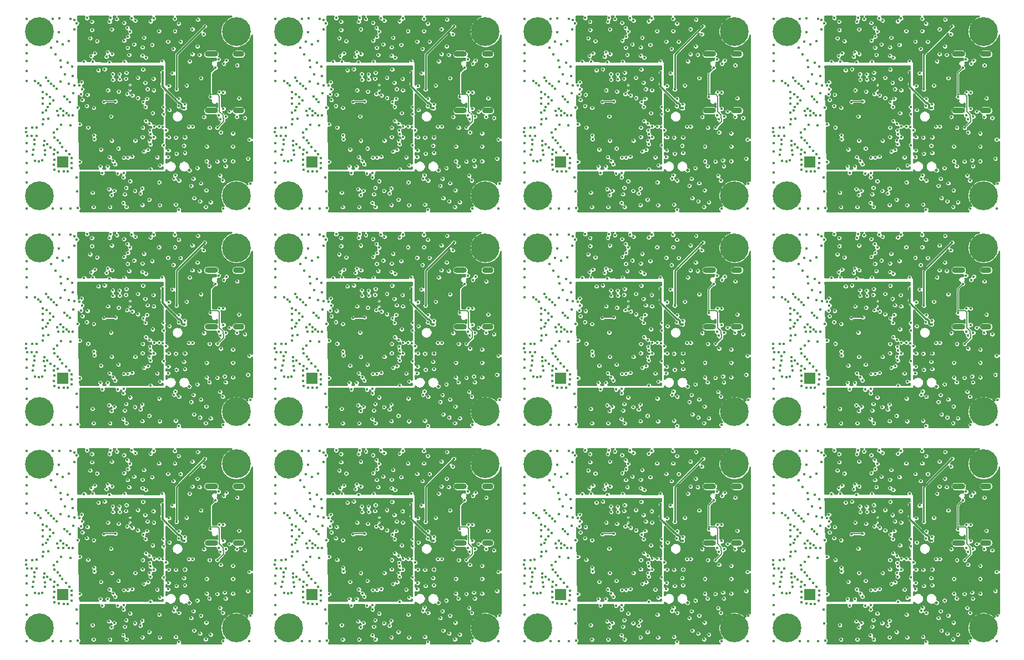
<source format=gbr>
G04 #@! TF.GenerationSoftware,KiCad,Pcbnew,5.1.5-52549c5~84~ubuntu19.04.1*
G04 #@! TF.CreationDate,2020-02-26T14:32:14-06:00*
G04 #@! TF.ProjectId,LeashPCB,4c656173-6850-4434-922e-6b696361645f,rev?*
G04 #@! TF.SameCoordinates,Original*
G04 #@! TF.FileFunction,Copper,L3,Inr*
G04 #@! TF.FilePolarity,Positive*
%FSLAX46Y46*%
G04 Gerber Fmt 4.6, Leading zero omitted, Abs format (unit mm)*
G04 Created by KiCad (PCBNEW 5.1.5-52549c5~84~ubuntu19.04.1) date 2020-02-26 14:32:14*
%MOMM*%
%LPD*%
G04 APERTURE LIST*
%ADD10C,4.400000*%
%ADD11C,0.700000*%
%ADD12O,1.700000X0.900000*%
%ADD13O,2.000000X0.900000*%
%ADD14C,0.200000*%
%ADD15R,1.700000X1.700000*%
%ADD16C,0.450000*%
%ADD17C,0.500000*%
%ADD18C,0.150000*%
%ADD19C,0.250000*%
%ADD20C,0.200000*%
%ADD21C,0.300000*%
%ADD22C,0.254000*%
G04 APERTURE END LIST*
D10*
X277380000Y-119560000D03*
D11*
X279030000Y-119560000D03*
X278546726Y-120726726D03*
X277380000Y-121210000D03*
X276213274Y-120726726D03*
X275730000Y-119560000D03*
X276213274Y-118393274D03*
X277380000Y-117910000D03*
X278546726Y-118393274D03*
D10*
X239380000Y-119560000D03*
D11*
X241030000Y-119560000D03*
X240546726Y-120726726D03*
X239380000Y-121210000D03*
X238213274Y-120726726D03*
X237730000Y-119560000D03*
X238213274Y-118393274D03*
X239380000Y-117910000D03*
X240546726Y-118393274D03*
D10*
X201380000Y-119560000D03*
D11*
X203030000Y-119560000D03*
X202546726Y-120726726D03*
X201380000Y-121210000D03*
X200213274Y-120726726D03*
X199730000Y-119560000D03*
X200213274Y-118393274D03*
X201380000Y-117910000D03*
X202546726Y-118393274D03*
D10*
X163380000Y-119560000D03*
D11*
X165030000Y-119560000D03*
X164546726Y-120726726D03*
X163380000Y-121210000D03*
X162213274Y-120726726D03*
X161730000Y-119560000D03*
X162213274Y-118393274D03*
X163380000Y-117910000D03*
X164546726Y-118393274D03*
D10*
X277380000Y-86560000D03*
D11*
X279030000Y-86560000D03*
X278546726Y-87726726D03*
X277380000Y-88210000D03*
X276213274Y-87726726D03*
X275730000Y-86560000D03*
X276213274Y-85393274D03*
X277380000Y-84910000D03*
X278546726Y-85393274D03*
D10*
X239380000Y-86560000D03*
D11*
X241030000Y-86560000D03*
X240546726Y-87726726D03*
X239380000Y-88210000D03*
X238213274Y-87726726D03*
X237730000Y-86560000D03*
X238213274Y-85393274D03*
X239380000Y-84910000D03*
X240546726Y-85393274D03*
D10*
X201380000Y-86560000D03*
D11*
X203030000Y-86560000D03*
X202546726Y-87726726D03*
X201380000Y-88210000D03*
X200213274Y-87726726D03*
X199730000Y-86560000D03*
X200213274Y-85393274D03*
X201380000Y-84910000D03*
X202546726Y-85393274D03*
D10*
X163380000Y-86560000D03*
D11*
X165030000Y-86560000D03*
X164546726Y-87726726D03*
X163380000Y-88210000D03*
X162213274Y-87726726D03*
X161730000Y-86560000D03*
X162213274Y-85393274D03*
X163380000Y-84910000D03*
X164546726Y-85393274D03*
D10*
X277380000Y-53560000D03*
D11*
X279030000Y-53560000D03*
X278546726Y-54726726D03*
X277380000Y-55210000D03*
X276213274Y-54726726D03*
X275730000Y-53560000D03*
X276213274Y-52393274D03*
X277380000Y-51910000D03*
X278546726Y-52393274D03*
D10*
X239380000Y-53560000D03*
D11*
X241030000Y-53560000D03*
X240546726Y-54726726D03*
X239380000Y-55210000D03*
X238213274Y-54726726D03*
X237730000Y-53560000D03*
X238213274Y-52393274D03*
X239380000Y-51910000D03*
X240546726Y-52393274D03*
D10*
X201380000Y-53560000D03*
D11*
X203030000Y-53560000D03*
X202546726Y-54726726D03*
X201380000Y-55210000D03*
X200213274Y-54726726D03*
X199730000Y-53560000D03*
X200213274Y-52393274D03*
X201380000Y-51910000D03*
X202546726Y-52393274D03*
D10*
X277380000Y-144600000D03*
D11*
X279030000Y-144600000D03*
X278546726Y-145766726D03*
X277380000Y-146250000D03*
X276213274Y-145766726D03*
X275730000Y-144600000D03*
X276213274Y-143433274D03*
X277380000Y-142950000D03*
X278546726Y-143433274D03*
D10*
X239380000Y-144600000D03*
D11*
X241030000Y-144600000D03*
X240546726Y-145766726D03*
X239380000Y-146250000D03*
X238213274Y-145766726D03*
X237730000Y-144600000D03*
X238213274Y-143433274D03*
X239380000Y-142950000D03*
X240546726Y-143433274D03*
D10*
X201380000Y-144600000D03*
D11*
X203030000Y-144600000D03*
X202546726Y-145766726D03*
X201380000Y-146250000D03*
X200213274Y-145766726D03*
X199730000Y-144600000D03*
X200213274Y-143433274D03*
X201380000Y-142950000D03*
X202546726Y-143433274D03*
D10*
X163380000Y-144600000D03*
D11*
X165030000Y-144600000D03*
X164546726Y-145766726D03*
X163380000Y-146250000D03*
X162213274Y-145766726D03*
X161730000Y-144600000D03*
X162213274Y-143433274D03*
X163380000Y-142950000D03*
X164546726Y-143433274D03*
D10*
X277380000Y-111600000D03*
D11*
X279030000Y-111600000D03*
X278546726Y-112766726D03*
X277380000Y-113250000D03*
X276213274Y-112766726D03*
X275730000Y-111600000D03*
X276213274Y-110433274D03*
X277380000Y-109950000D03*
X278546726Y-110433274D03*
D10*
X239380000Y-111600000D03*
D11*
X241030000Y-111600000D03*
X240546726Y-112766726D03*
X239380000Y-113250000D03*
X238213274Y-112766726D03*
X237730000Y-111600000D03*
X238213274Y-110433274D03*
X239380000Y-109950000D03*
X240546726Y-110433274D03*
D10*
X201380000Y-111600000D03*
D11*
X203030000Y-111600000D03*
X202546726Y-112766726D03*
X201380000Y-113250000D03*
X200213274Y-112766726D03*
X199730000Y-111600000D03*
X200213274Y-110433274D03*
X201380000Y-109950000D03*
X202546726Y-110433274D03*
D10*
X163380000Y-111600000D03*
D11*
X165030000Y-111600000D03*
X164546726Y-112766726D03*
X163380000Y-113250000D03*
X162213274Y-112766726D03*
X161730000Y-111600000D03*
X162213274Y-110433274D03*
X163380000Y-109950000D03*
X164546726Y-110433274D03*
D10*
X277380000Y-78600000D03*
D11*
X279030000Y-78600000D03*
X278546726Y-79766726D03*
X277380000Y-80250000D03*
X276213274Y-79766726D03*
X275730000Y-78600000D03*
X276213274Y-77433274D03*
X277380000Y-76950000D03*
X278546726Y-77433274D03*
D10*
X239380000Y-78600000D03*
D11*
X241030000Y-78600000D03*
X240546726Y-79766726D03*
X239380000Y-80250000D03*
X238213274Y-79766726D03*
X237730000Y-78600000D03*
X238213274Y-77433274D03*
X239380000Y-76950000D03*
X240546726Y-77433274D03*
D10*
X201380000Y-78600000D03*
D11*
X203030000Y-78600000D03*
X202546726Y-79766726D03*
X201380000Y-80250000D03*
X200213274Y-79766726D03*
X199730000Y-78600000D03*
X200213274Y-77433274D03*
X201380000Y-76950000D03*
X202546726Y-77433274D03*
D10*
X247380000Y-144600000D03*
D11*
X249030000Y-144600000D03*
X248546726Y-145766726D03*
X247380000Y-146250000D03*
X246213274Y-145766726D03*
X245730000Y-144600000D03*
X246213274Y-143433274D03*
X247380000Y-142950000D03*
X248546726Y-143433274D03*
D10*
X209380000Y-144600000D03*
D11*
X211030000Y-144600000D03*
X210546726Y-145766726D03*
X209380000Y-146250000D03*
X208213274Y-145766726D03*
X207730000Y-144600000D03*
X208213274Y-143433274D03*
X209380000Y-142950000D03*
X210546726Y-143433274D03*
D10*
X171380000Y-144600000D03*
D11*
X173030000Y-144600000D03*
X172546726Y-145766726D03*
X171380000Y-146250000D03*
X170213274Y-145766726D03*
X169730000Y-144600000D03*
X170213274Y-143433274D03*
X171380000Y-142950000D03*
X172546726Y-143433274D03*
D10*
X133380000Y-144600000D03*
D11*
X135030000Y-144600000D03*
X134546726Y-145766726D03*
X133380000Y-146250000D03*
X132213274Y-145766726D03*
X131730000Y-144600000D03*
X132213274Y-143433274D03*
X133380000Y-142950000D03*
X134546726Y-143433274D03*
D10*
X247380000Y-111600000D03*
D11*
X249030000Y-111600000D03*
X248546726Y-112766726D03*
X247380000Y-113250000D03*
X246213274Y-112766726D03*
X245730000Y-111600000D03*
X246213274Y-110433274D03*
X247380000Y-109950000D03*
X248546726Y-110433274D03*
D10*
X209380000Y-111600000D03*
D11*
X211030000Y-111600000D03*
X210546726Y-112766726D03*
X209380000Y-113250000D03*
X208213274Y-112766726D03*
X207730000Y-111600000D03*
X208213274Y-110433274D03*
X209380000Y-109950000D03*
X210546726Y-110433274D03*
D10*
X171380000Y-111600000D03*
D11*
X173030000Y-111600000D03*
X172546726Y-112766726D03*
X171380000Y-113250000D03*
X170213274Y-112766726D03*
X169730000Y-111600000D03*
X170213274Y-110433274D03*
X171380000Y-109950000D03*
X172546726Y-110433274D03*
D10*
X133380000Y-111600000D03*
D11*
X135030000Y-111600000D03*
X134546726Y-112766726D03*
X133380000Y-113250000D03*
X132213274Y-112766726D03*
X131730000Y-111600000D03*
X132213274Y-110433274D03*
X133380000Y-109950000D03*
X134546726Y-110433274D03*
D10*
X247380000Y-78600000D03*
D11*
X249030000Y-78600000D03*
X248546726Y-79766726D03*
X247380000Y-80250000D03*
X246213274Y-79766726D03*
X245730000Y-78600000D03*
X246213274Y-77433274D03*
X247380000Y-76950000D03*
X248546726Y-77433274D03*
D10*
X209380000Y-78600000D03*
D11*
X211030000Y-78600000D03*
X210546726Y-79766726D03*
X209380000Y-80250000D03*
X208213274Y-79766726D03*
X207730000Y-78600000D03*
X208213274Y-77433274D03*
X209380000Y-76950000D03*
X210546726Y-77433274D03*
D10*
X171380000Y-78600000D03*
D11*
X173030000Y-78600000D03*
X172546726Y-79766726D03*
X171380000Y-80250000D03*
X170213274Y-79766726D03*
X169730000Y-78600000D03*
X170213274Y-77433274D03*
X171380000Y-76950000D03*
X172546726Y-77433274D03*
D10*
X247380000Y-119600000D03*
D11*
X249030000Y-119600000D03*
X248546726Y-120766726D03*
X247380000Y-121250000D03*
X246213274Y-120766726D03*
X245730000Y-119600000D03*
X246213274Y-118433274D03*
X247380000Y-117950000D03*
X248546726Y-118433274D03*
D10*
X209380000Y-119600000D03*
D11*
X211030000Y-119600000D03*
X210546726Y-120766726D03*
X209380000Y-121250000D03*
X208213274Y-120766726D03*
X207730000Y-119600000D03*
X208213274Y-118433274D03*
X209380000Y-117950000D03*
X210546726Y-118433274D03*
D10*
X171380000Y-119600000D03*
D11*
X173030000Y-119600000D03*
X172546726Y-120766726D03*
X171380000Y-121250000D03*
X170213274Y-120766726D03*
X169730000Y-119600000D03*
X170213274Y-118433274D03*
X171380000Y-117950000D03*
X172546726Y-118433274D03*
D10*
X133380000Y-119600000D03*
D11*
X135030000Y-119600000D03*
X134546726Y-120766726D03*
X133380000Y-121250000D03*
X132213274Y-120766726D03*
X131730000Y-119600000D03*
X132213274Y-118433274D03*
X133380000Y-117950000D03*
X134546726Y-118433274D03*
D10*
X247380000Y-86600000D03*
D11*
X249030000Y-86600000D03*
X248546726Y-87766726D03*
X247380000Y-88250000D03*
X246213274Y-87766726D03*
X245730000Y-86600000D03*
X246213274Y-85433274D03*
X247380000Y-84950000D03*
X248546726Y-85433274D03*
D10*
X209380000Y-86600000D03*
D11*
X211030000Y-86600000D03*
X210546726Y-87766726D03*
X209380000Y-88250000D03*
X208213274Y-87766726D03*
X207730000Y-86600000D03*
X208213274Y-85433274D03*
X209380000Y-84950000D03*
X210546726Y-85433274D03*
D10*
X171380000Y-86600000D03*
D11*
X173030000Y-86600000D03*
X172546726Y-87766726D03*
X171380000Y-88250000D03*
X170213274Y-87766726D03*
X169730000Y-86600000D03*
X170213274Y-85433274D03*
X171380000Y-84950000D03*
X172546726Y-85433274D03*
D10*
X133380000Y-86600000D03*
D11*
X135030000Y-86600000D03*
X134546726Y-87766726D03*
X133380000Y-88250000D03*
X132213274Y-87766726D03*
X131730000Y-86600000D03*
X132213274Y-85433274D03*
X133380000Y-84950000D03*
X134546726Y-85433274D03*
D10*
X247380000Y-53600000D03*
D11*
X249030000Y-53600000D03*
X248546726Y-54766726D03*
X247380000Y-55250000D03*
X246213274Y-54766726D03*
X245730000Y-53600000D03*
X246213274Y-52433274D03*
X247380000Y-51950000D03*
X248546726Y-52433274D03*
D10*
X209380000Y-53600000D03*
D11*
X211030000Y-53600000D03*
X210546726Y-54766726D03*
X209380000Y-55250000D03*
X208213274Y-54766726D03*
X207730000Y-53600000D03*
X208213274Y-52433274D03*
X209380000Y-51950000D03*
X210546726Y-52433274D03*
D10*
X171380000Y-53600000D03*
D11*
X173030000Y-53600000D03*
X172546726Y-54766726D03*
X171380000Y-55250000D03*
X170213274Y-54766726D03*
X169730000Y-53600000D03*
X170213274Y-52433274D03*
X171380000Y-51950000D03*
X172546726Y-52433274D03*
D12*
X277740000Y-122980000D03*
X277740000Y-131620000D03*
D13*
X273570000Y-122980000D03*
X273570000Y-131620000D03*
D12*
X239740000Y-122980000D03*
X239740000Y-131620000D03*
D13*
X235570000Y-122980000D03*
X235570000Y-131620000D03*
D12*
X201740000Y-122980000D03*
X201740000Y-131620000D03*
D13*
X197570000Y-122980000D03*
X197570000Y-131620000D03*
D12*
X163740000Y-122980000D03*
X163740000Y-131620000D03*
D13*
X159570000Y-122980000D03*
X159570000Y-131620000D03*
D12*
X277740000Y-89980000D03*
X277740000Y-98620000D03*
D13*
X273570000Y-89980000D03*
X273570000Y-98620000D03*
D12*
X239740000Y-89980000D03*
X239740000Y-98620000D03*
D13*
X235570000Y-89980000D03*
X235570000Y-98620000D03*
D12*
X201740000Y-89980000D03*
X201740000Y-98620000D03*
D13*
X197570000Y-89980000D03*
X197570000Y-98620000D03*
D12*
X163740000Y-89980000D03*
X163740000Y-98620000D03*
D13*
X159570000Y-89980000D03*
X159570000Y-98620000D03*
D12*
X277740000Y-56980000D03*
X277740000Y-65620000D03*
D13*
X273570000Y-56980000D03*
X273570000Y-65620000D03*
D12*
X239740000Y-56980000D03*
X239740000Y-65620000D03*
D13*
X235570000Y-56980000D03*
X235570000Y-65620000D03*
D12*
X201740000Y-56980000D03*
X201740000Y-65620000D03*
D13*
X197570000Y-56980000D03*
X197570000Y-65620000D03*
D14*
X261160000Y-127690000D03*
X261160000Y-128490000D03*
X223160000Y-127690000D03*
X223160000Y-128490000D03*
X185160000Y-127690000D03*
X185160000Y-128490000D03*
X147160000Y-127690000D03*
X147160000Y-128490000D03*
X261160000Y-94690000D03*
X261160000Y-95490000D03*
X223160000Y-94690000D03*
X223160000Y-95490000D03*
X185160000Y-94690000D03*
X185160000Y-95490000D03*
X147160000Y-94690000D03*
X147160000Y-95490000D03*
X261160000Y-61690000D03*
X261160000Y-62490000D03*
X223160000Y-61690000D03*
X223160000Y-62490000D03*
X185160000Y-61690000D03*
X185160000Y-62490000D03*
D15*
X250900000Y-139500000D03*
X212900000Y-139500000D03*
X174900000Y-139500000D03*
X136900000Y-139500000D03*
X250900000Y-106500000D03*
X212900000Y-106500000D03*
X174900000Y-106500000D03*
X136900000Y-106500000D03*
X250900000Y-73500000D03*
X212900000Y-73500000D03*
X174900000Y-73500000D03*
X136900000Y-73500000D03*
D14*
X147160000Y-62490000D03*
X147160000Y-61690000D03*
D13*
X159570000Y-65620000D03*
X159570000Y-56980000D03*
D12*
X163740000Y-65620000D03*
X163740000Y-56980000D03*
D11*
X134546726Y-52433274D03*
X133380000Y-51950000D03*
X132213274Y-52433274D03*
X131730000Y-53600000D03*
X132213274Y-54766726D03*
X133380000Y-55250000D03*
X134546726Y-54766726D03*
X135030000Y-53600000D03*
D10*
X133380000Y-53600000D03*
D11*
X134546726Y-77433274D03*
X133380000Y-76950000D03*
X132213274Y-77433274D03*
X131730000Y-78600000D03*
X132213274Y-79766726D03*
X133380000Y-80250000D03*
X134546726Y-79766726D03*
X135030000Y-78600000D03*
D10*
X133380000Y-78600000D03*
D11*
X164546726Y-77433274D03*
X163380000Y-76950000D03*
X162213274Y-77433274D03*
X161730000Y-78600000D03*
X162213274Y-79766726D03*
X163380000Y-80250000D03*
X164546726Y-79766726D03*
X165030000Y-78600000D03*
D10*
X163380000Y-78600000D03*
D11*
X164546726Y-52393274D03*
X163380000Y-51910000D03*
X162213274Y-52393274D03*
X161730000Y-53560000D03*
X162213274Y-54726726D03*
X163380000Y-55210000D03*
X164546726Y-54726726D03*
X165030000Y-53560000D03*
D10*
X163380000Y-53560000D03*
D16*
X131380000Y-73600000D03*
X140580000Y-64900000D03*
X139180000Y-65200000D03*
X137855000Y-66400000D03*
X138480000Y-66400000D03*
X140680000Y-63200000D03*
X141655000Y-65200000D03*
X140780000Y-68200000D03*
X139530000Y-67725000D03*
X133880000Y-62800000D03*
X133880000Y-63700000D03*
X133880000Y-64600000D03*
X132980000Y-69500000D03*
X132180000Y-69500000D03*
X131480000Y-69500000D03*
X134480000Y-63100000D03*
X134980000Y-63600000D03*
X135480000Y-64100000D03*
X134980000Y-64600000D03*
X134700000Y-66900000D03*
X133975000Y-66950000D03*
X136080000Y-65700000D03*
X136580000Y-65300000D03*
X136980000Y-65700000D03*
X137480000Y-66000000D03*
X136980000Y-66400000D03*
X136280000Y-66400000D03*
X133880000Y-67700000D03*
X132925000Y-68200000D03*
X132580000Y-70100000D03*
X132580000Y-70800000D03*
X137980000Y-64300000D03*
X137580000Y-63900000D03*
X137180000Y-63500000D03*
X135980000Y-62300000D03*
X135580000Y-61900000D03*
X135180000Y-61500000D03*
X134680000Y-61100000D03*
X133550000Y-61800000D03*
X133180000Y-61430000D03*
X132680000Y-61100000D03*
X134380000Y-60600000D03*
X155810000Y-61780000D03*
X147980000Y-70200000D03*
X144280000Y-66500000D03*
X134600000Y-65100000D03*
X134400000Y-65600000D03*
X133900000Y-65900000D03*
X138075000Y-67900000D03*
X132275000Y-68225000D03*
X131325000Y-68275000D03*
X131300000Y-68900000D03*
X140620000Y-51490000D03*
X142650000Y-74175000D03*
X139525000Y-73450000D03*
X143750000Y-74175000D03*
X149050000Y-80025000D03*
X151725000Y-80050000D03*
X151775000Y-73975000D03*
X165171090Y-72950000D03*
X158810000Y-77780000D03*
X158730000Y-80320000D03*
X163520000Y-58700000D03*
X149500000Y-61360000D03*
X146550000Y-60750000D03*
X149160000Y-59340000D03*
X149080000Y-57230000D03*
X138520000Y-62970000D03*
X139900000Y-64000000D03*
X137890000Y-61570000D03*
X138460000Y-60330000D03*
X136620000Y-61200000D03*
X137240000Y-60070000D03*
X138350000Y-58930000D03*
X136570000Y-58010000D03*
X136670000Y-58970000D03*
X135790000Y-57070000D03*
X149310000Y-54480000D03*
X146770000Y-52970000D03*
X146860000Y-54340000D03*
X146820000Y-56010000D03*
X149090000Y-55960000D03*
X141380000Y-53300000D03*
X144390000Y-53210000D03*
X141090000Y-54560000D03*
X147450000Y-51520000D03*
X144230000Y-51490000D03*
X152290000Y-70900000D03*
X153620000Y-59920000D03*
X160710000Y-57800000D03*
X131380000Y-55600000D03*
X131380000Y-56850000D03*
X131380000Y-58100000D03*
X131380000Y-59600000D03*
X131380000Y-61100000D03*
X131380000Y-70600000D03*
X131380000Y-71850000D03*
X131380000Y-75100000D03*
X131380000Y-76600000D03*
X131380000Y-80600000D03*
X135380000Y-80600000D03*
X136630000Y-80600000D03*
X138130000Y-80600000D03*
X131380000Y-51600000D03*
X135380000Y-51600000D03*
X138130000Y-51600000D03*
X136390000Y-51570000D03*
X141630000Y-80350000D03*
X144130000Y-80350000D03*
X146630000Y-80350000D03*
X161380000Y-80600000D03*
X165380000Y-80600000D03*
X165171090Y-72950000D03*
X162880000Y-73350000D03*
X162880000Y-69100000D03*
X158880000Y-71100000D03*
X158880000Y-73350000D03*
X162880000Y-71100000D03*
X161630000Y-73200000D03*
X161030000Y-68950000D03*
X160480000Y-73400000D03*
X144386808Y-70206808D03*
X140170000Y-58150000D03*
X141504024Y-58116727D03*
X141820000Y-56870000D03*
X138720000Y-61750000D03*
X139720000Y-63130000D03*
X146640000Y-59840000D03*
X149770000Y-63800000D03*
X150750000Y-60770000D03*
X136690000Y-67780000D03*
X136080000Y-68480000D03*
X135540000Y-69020000D03*
X135640000Y-69720000D03*
X136140000Y-70150000D03*
X136460000Y-70620000D03*
X136860000Y-71180000D03*
X137410000Y-71750000D03*
X137910000Y-72290000D03*
X138290000Y-72900000D03*
X138310000Y-73620000D03*
X138260000Y-74420000D03*
X137680000Y-74940000D03*
X137050000Y-74920000D03*
X136350000Y-74890000D03*
X135640000Y-74690000D03*
X135590000Y-73900000D03*
X135610000Y-73090000D03*
X135560000Y-72320000D03*
X136160000Y-72030000D03*
X135640000Y-71590000D03*
X135060000Y-71250000D03*
X134570000Y-70800000D03*
X134090000Y-70280000D03*
X134060000Y-70890000D03*
X134170000Y-71660000D03*
X134230000Y-72330000D03*
X133820000Y-73220000D03*
X133290000Y-73350000D03*
X132680000Y-73270000D03*
X132320000Y-72330000D03*
X132430000Y-71570000D03*
X135150000Y-56070000D03*
X136040000Y-55110000D03*
X137870000Y-55020000D03*
X137680000Y-58310000D03*
X136940000Y-55540000D03*
X136350000Y-53690000D03*
X150309145Y-52001431D03*
X154650000Y-63830000D03*
X158010000Y-60660000D03*
X157996640Y-76716640D03*
X154160000Y-79960000D03*
X163820000Y-63750000D03*
X163485000Y-66570000D03*
X165380000Y-70050000D03*
X153090000Y-69690000D03*
X151640000Y-76570000D03*
X146380000Y-78400000D03*
X139120000Y-77920000D03*
X139010000Y-75820000D03*
X143780000Y-56700000D03*
X156680000Y-57000000D03*
X156680000Y-53200000D03*
X157780000Y-57100000D03*
X156280000Y-58100000D03*
X149860180Y-62338923D03*
X145457258Y-62701050D03*
X143820000Y-62510000D03*
X156710000Y-68070000D03*
D17*
X155550000Y-69680000D03*
D16*
X169380000Y-73600000D03*
X207380000Y-73600000D03*
X245380000Y-73600000D03*
X131380000Y-106600000D03*
X169380000Y-106600000D03*
X207380000Y-106600000D03*
X245380000Y-106600000D03*
X131380000Y-139600000D03*
X169380000Y-139600000D03*
X207380000Y-139600000D03*
X245380000Y-139600000D03*
X178580000Y-64900000D03*
X216580000Y-64900000D03*
X254580000Y-64900000D03*
X140580000Y-97900000D03*
X178580000Y-97900000D03*
X216580000Y-97900000D03*
X254580000Y-97900000D03*
X140580000Y-130900000D03*
X178580000Y-130900000D03*
X216580000Y-130900000D03*
X254580000Y-130900000D03*
X177180000Y-65200000D03*
X215180000Y-65200000D03*
X253180000Y-65200000D03*
X139180000Y-98200000D03*
X177180000Y-98200000D03*
X215180000Y-98200000D03*
X253180000Y-98200000D03*
X139180000Y-131200000D03*
X177180000Y-131200000D03*
X215180000Y-131200000D03*
X253180000Y-131200000D03*
X175855000Y-66400000D03*
X213855000Y-66400000D03*
X251855000Y-66400000D03*
X137855000Y-99400000D03*
X175855000Y-99400000D03*
X213855000Y-99400000D03*
X251855000Y-99400000D03*
X137855000Y-132400000D03*
X175855000Y-132400000D03*
X213855000Y-132400000D03*
X251855000Y-132400000D03*
X176480000Y-66400000D03*
X214480000Y-66400000D03*
X252480000Y-66400000D03*
X138480000Y-99400000D03*
X176480000Y-99400000D03*
X214480000Y-99400000D03*
X252480000Y-99400000D03*
X138480000Y-132400000D03*
X176480000Y-132400000D03*
X214480000Y-132400000D03*
X252480000Y-132400000D03*
X178680000Y-63200000D03*
X216680000Y-63200000D03*
X254680000Y-63200000D03*
X140680000Y-96200000D03*
X178680000Y-96200000D03*
X216680000Y-96200000D03*
X254680000Y-96200000D03*
X140680000Y-129200000D03*
X178680000Y-129200000D03*
X216680000Y-129200000D03*
X254680000Y-129200000D03*
X179655000Y-65200000D03*
X217655000Y-65200000D03*
X255655000Y-65200000D03*
X141655000Y-98200000D03*
X179655000Y-98200000D03*
X217655000Y-98200000D03*
X255655000Y-98200000D03*
X141655000Y-131200000D03*
X179655000Y-131200000D03*
X217655000Y-131200000D03*
X255655000Y-131200000D03*
X178780000Y-68200000D03*
X216780000Y-68200000D03*
X254780000Y-68200000D03*
X140780000Y-101200000D03*
X178780000Y-101200000D03*
X216780000Y-101200000D03*
X254780000Y-101200000D03*
X140780000Y-134200000D03*
X178780000Y-134200000D03*
X216780000Y-134200000D03*
X254780000Y-134200000D03*
X177530000Y-67725000D03*
X215530000Y-67725000D03*
X253530000Y-67725000D03*
X139530000Y-100725000D03*
X177530000Y-100725000D03*
X215530000Y-100725000D03*
X253530000Y-100725000D03*
X139530000Y-133725000D03*
X177530000Y-133725000D03*
X215530000Y-133725000D03*
X253530000Y-133725000D03*
X171880000Y-62800000D03*
X209880000Y-62800000D03*
X247880000Y-62800000D03*
X133880000Y-95800000D03*
X171880000Y-95800000D03*
X209880000Y-95800000D03*
X247880000Y-95800000D03*
X133880000Y-128800000D03*
X171880000Y-128800000D03*
X209880000Y-128800000D03*
X247880000Y-128800000D03*
X171880000Y-63700000D03*
X209880000Y-63700000D03*
X247880000Y-63700000D03*
X133880000Y-96700000D03*
X171880000Y-96700000D03*
X209880000Y-96700000D03*
X247880000Y-96700000D03*
X133880000Y-129700000D03*
X171880000Y-129700000D03*
X209880000Y-129700000D03*
X247880000Y-129700000D03*
X171880000Y-64600000D03*
X209880000Y-64600000D03*
X247880000Y-64600000D03*
X133880000Y-97600000D03*
X171880000Y-97600000D03*
X209880000Y-97600000D03*
X247880000Y-97600000D03*
X133880000Y-130600000D03*
X171880000Y-130600000D03*
X209880000Y-130600000D03*
X247880000Y-130600000D03*
X170980000Y-69500000D03*
X208980000Y-69500000D03*
X246980000Y-69500000D03*
X132980000Y-102500000D03*
X170980000Y-102500000D03*
X208980000Y-102500000D03*
X246980000Y-102500000D03*
X132980000Y-135500000D03*
X170980000Y-135500000D03*
X208980000Y-135500000D03*
X246980000Y-135500000D03*
X170180000Y-69500000D03*
X208180000Y-69500000D03*
X246180000Y-69500000D03*
X132180000Y-102500000D03*
X170180000Y-102500000D03*
X208180000Y-102500000D03*
X246180000Y-102500000D03*
X132180000Y-135500000D03*
X170180000Y-135500000D03*
X208180000Y-135500000D03*
X246180000Y-135500000D03*
X169480000Y-69500000D03*
X207480000Y-69500000D03*
X245480000Y-69500000D03*
X131480000Y-102500000D03*
X169480000Y-102500000D03*
X207480000Y-102500000D03*
X245480000Y-102500000D03*
X131480000Y-135500000D03*
X169480000Y-135500000D03*
X207480000Y-135500000D03*
X245480000Y-135500000D03*
X172480000Y-63100000D03*
X210480000Y-63100000D03*
X248480000Y-63100000D03*
X134480000Y-96100000D03*
X172480000Y-96100000D03*
X210480000Y-96100000D03*
X248480000Y-96100000D03*
X134480000Y-129100000D03*
X172480000Y-129100000D03*
X210480000Y-129100000D03*
X248480000Y-129100000D03*
X172980000Y-63600000D03*
X210980000Y-63600000D03*
X248980000Y-63600000D03*
X134980000Y-96600000D03*
X172980000Y-96600000D03*
X210980000Y-96600000D03*
X248980000Y-96600000D03*
X134980000Y-129600000D03*
X172980000Y-129600000D03*
X210980000Y-129600000D03*
X248980000Y-129600000D03*
X173480000Y-64100000D03*
X211480000Y-64100000D03*
X249480000Y-64100000D03*
X135480000Y-97100000D03*
X173480000Y-97100000D03*
X211480000Y-97100000D03*
X249480000Y-97100000D03*
X135480000Y-130100000D03*
X173480000Y-130100000D03*
X211480000Y-130100000D03*
X249480000Y-130100000D03*
X172980000Y-64600000D03*
X210980000Y-64600000D03*
X248980000Y-64600000D03*
X134980000Y-97600000D03*
X172980000Y-97600000D03*
X210980000Y-97600000D03*
X248980000Y-97600000D03*
X134980000Y-130600000D03*
X172980000Y-130600000D03*
X210980000Y-130600000D03*
X248980000Y-130600000D03*
X172700000Y-66900000D03*
X210700000Y-66900000D03*
X248700000Y-66900000D03*
X134700000Y-99900000D03*
X172700000Y-99900000D03*
X210700000Y-99900000D03*
X248700000Y-99900000D03*
X134700000Y-132900000D03*
X172700000Y-132900000D03*
X210700000Y-132900000D03*
X248700000Y-132900000D03*
X171975000Y-66950000D03*
X209975000Y-66950000D03*
X247975000Y-66950000D03*
X133975000Y-99950000D03*
X171975000Y-99950000D03*
X209975000Y-99950000D03*
X247975000Y-99950000D03*
X133975000Y-132950000D03*
X171975000Y-132950000D03*
X209975000Y-132950000D03*
X247975000Y-132950000D03*
X174080000Y-65700000D03*
X212080000Y-65700000D03*
X250080000Y-65700000D03*
X136080000Y-98700000D03*
X174080000Y-98700000D03*
X212080000Y-98700000D03*
X250080000Y-98700000D03*
X136080000Y-131700000D03*
X174080000Y-131700000D03*
X212080000Y-131700000D03*
X250080000Y-131700000D03*
X174580000Y-65300000D03*
X212580000Y-65300000D03*
X250580000Y-65300000D03*
X136580000Y-98300000D03*
X174580000Y-98300000D03*
X212580000Y-98300000D03*
X250580000Y-98300000D03*
X136580000Y-131300000D03*
X174580000Y-131300000D03*
X212580000Y-131300000D03*
X250580000Y-131300000D03*
X174980000Y-65700000D03*
X212980000Y-65700000D03*
X250980000Y-65700000D03*
X136980000Y-98700000D03*
X174980000Y-98700000D03*
X212980000Y-98700000D03*
X250980000Y-98700000D03*
X136980000Y-131700000D03*
X174980000Y-131700000D03*
X212980000Y-131700000D03*
X250980000Y-131700000D03*
X175480000Y-66000000D03*
X213480000Y-66000000D03*
X251480000Y-66000000D03*
X137480000Y-99000000D03*
X175480000Y-99000000D03*
X213480000Y-99000000D03*
X251480000Y-99000000D03*
X137480000Y-132000000D03*
X175480000Y-132000000D03*
X213480000Y-132000000D03*
X251480000Y-132000000D03*
X174980000Y-66400000D03*
X212980000Y-66400000D03*
X250980000Y-66400000D03*
X136980000Y-99400000D03*
X174980000Y-99400000D03*
X212980000Y-99400000D03*
X250980000Y-99400000D03*
X136980000Y-132400000D03*
X174980000Y-132400000D03*
X212980000Y-132400000D03*
X250980000Y-132400000D03*
X174280000Y-66400000D03*
X212280000Y-66400000D03*
X250280000Y-66400000D03*
X136280000Y-99400000D03*
X174280000Y-99400000D03*
X212280000Y-99400000D03*
X250280000Y-99400000D03*
X136280000Y-132400000D03*
X174280000Y-132400000D03*
X212280000Y-132400000D03*
X250280000Y-132400000D03*
X171880000Y-67700000D03*
X209880000Y-67700000D03*
X247880000Y-67700000D03*
X133880000Y-100700000D03*
X171880000Y-100700000D03*
X209880000Y-100700000D03*
X247880000Y-100700000D03*
X133880000Y-133700000D03*
X171880000Y-133700000D03*
X209880000Y-133700000D03*
X247880000Y-133700000D03*
X170925000Y-68200000D03*
X208925000Y-68200000D03*
X246925000Y-68200000D03*
X132925000Y-101200000D03*
X170925000Y-101200000D03*
X208925000Y-101200000D03*
X246925000Y-101200000D03*
X132925000Y-134200000D03*
X170925000Y-134200000D03*
X208925000Y-134200000D03*
X246925000Y-134200000D03*
X170580000Y-70100000D03*
X208580000Y-70100000D03*
X246580000Y-70100000D03*
X132580000Y-103100000D03*
X170580000Y-103100000D03*
X208580000Y-103100000D03*
X246580000Y-103100000D03*
X132580000Y-136100000D03*
X170580000Y-136100000D03*
X208580000Y-136100000D03*
X246580000Y-136100000D03*
X170580000Y-70800000D03*
X208580000Y-70800000D03*
X246580000Y-70800000D03*
X132580000Y-103800000D03*
X170580000Y-103800000D03*
X208580000Y-103800000D03*
X246580000Y-103800000D03*
X132580000Y-136800000D03*
X170580000Y-136800000D03*
X208580000Y-136800000D03*
X246580000Y-136800000D03*
X175980000Y-64300000D03*
X213980000Y-64300000D03*
X251980000Y-64300000D03*
X137980000Y-97300000D03*
X175980000Y-97300000D03*
X213980000Y-97300000D03*
X251980000Y-97300000D03*
X137980000Y-130300000D03*
X175980000Y-130300000D03*
X213980000Y-130300000D03*
X251980000Y-130300000D03*
X175580000Y-63900000D03*
X213580000Y-63900000D03*
X251580000Y-63900000D03*
X137580000Y-96900000D03*
X175580000Y-96900000D03*
X213580000Y-96900000D03*
X251580000Y-96900000D03*
X137580000Y-129900000D03*
X175580000Y-129900000D03*
X213580000Y-129900000D03*
X251580000Y-129900000D03*
X175180000Y-63500000D03*
X213180000Y-63500000D03*
X251180000Y-63500000D03*
X137180000Y-96500000D03*
X175180000Y-96500000D03*
X213180000Y-96500000D03*
X251180000Y-96500000D03*
X137180000Y-129500000D03*
X175180000Y-129500000D03*
X213180000Y-129500000D03*
X251180000Y-129500000D03*
X173980000Y-62300000D03*
X211980000Y-62300000D03*
X249980000Y-62300000D03*
X135980000Y-95300000D03*
X173980000Y-95300000D03*
X211980000Y-95300000D03*
X249980000Y-95300000D03*
X135980000Y-128300000D03*
X173980000Y-128300000D03*
X211980000Y-128300000D03*
X249980000Y-128300000D03*
X173580000Y-61900000D03*
X211580000Y-61900000D03*
X249580000Y-61900000D03*
X135580000Y-94900000D03*
X173580000Y-94900000D03*
X211580000Y-94900000D03*
X249580000Y-94900000D03*
X135580000Y-127900000D03*
X173580000Y-127900000D03*
X211580000Y-127900000D03*
X249580000Y-127900000D03*
X173180000Y-61500000D03*
X211180000Y-61500000D03*
X249180000Y-61500000D03*
X135180000Y-94500000D03*
X173180000Y-94500000D03*
X211180000Y-94500000D03*
X249180000Y-94500000D03*
X135180000Y-127500000D03*
X173180000Y-127500000D03*
X211180000Y-127500000D03*
X249180000Y-127500000D03*
X172680000Y-61100000D03*
X210680000Y-61100000D03*
X248680000Y-61100000D03*
X134680000Y-94100000D03*
X172680000Y-94100000D03*
X210680000Y-94100000D03*
X248680000Y-94100000D03*
X134680000Y-127100000D03*
X172680000Y-127100000D03*
X210680000Y-127100000D03*
X248680000Y-127100000D03*
X171550000Y-61800000D03*
X209550000Y-61800000D03*
X247550000Y-61800000D03*
X133550000Y-94800000D03*
X171550000Y-94800000D03*
X209550000Y-94800000D03*
X247550000Y-94800000D03*
X133550000Y-127800000D03*
X171550000Y-127800000D03*
X209550000Y-127800000D03*
X247550000Y-127800000D03*
X171180000Y-61430000D03*
X209180000Y-61430000D03*
X247180000Y-61430000D03*
X133180000Y-94430000D03*
X171180000Y-94430000D03*
X209180000Y-94430000D03*
X247180000Y-94430000D03*
X133180000Y-127430000D03*
X171180000Y-127430000D03*
X209180000Y-127430000D03*
X247180000Y-127430000D03*
X170680000Y-61100000D03*
X208680000Y-61100000D03*
X246680000Y-61100000D03*
X132680000Y-94100000D03*
X170680000Y-94100000D03*
X208680000Y-94100000D03*
X246680000Y-94100000D03*
X132680000Y-127100000D03*
X170680000Y-127100000D03*
X208680000Y-127100000D03*
X246680000Y-127100000D03*
X172380000Y-60600000D03*
X210380000Y-60600000D03*
X248380000Y-60600000D03*
X134380000Y-93600000D03*
X172380000Y-93600000D03*
X210380000Y-93600000D03*
X248380000Y-93600000D03*
X134380000Y-126600000D03*
X172380000Y-126600000D03*
X210380000Y-126600000D03*
X248380000Y-126600000D03*
X193810000Y-61780000D03*
X231810000Y-61780000D03*
X269810000Y-61780000D03*
X155810000Y-94780000D03*
X193810000Y-94780000D03*
X231810000Y-94780000D03*
X269810000Y-94780000D03*
X155810000Y-127780000D03*
X193810000Y-127780000D03*
X231810000Y-127780000D03*
X269810000Y-127780000D03*
X185980000Y-70200000D03*
X223980000Y-70200000D03*
X261980000Y-70200000D03*
X147980000Y-103200000D03*
X185980000Y-103200000D03*
X223980000Y-103200000D03*
X261980000Y-103200000D03*
X147980000Y-136200000D03*
X185980000Y-136200000D03*
X223980000Y-136200000D03*
X261980000Y-136200000D03*
X182280000Y-66500000D03*
X220280000Y-66500000D03*
X258280000Y-66500000D03*
X144280000Y-99500000D03*
X182280000Y-99500000D03*
X220280000Y-99500000D03*
X258280000Y-99500000D03*
X144280000Y-132500000D03*
X182280000Y-132500000D03*
X220280000Y-132500000D03*
X258280000Y-132500000D03*
X172600000Y-65100000D03*
X210600000Y-65100000D03*
X248600000Y-65100000D03*
X134600000Y-98100000D03*
X172600000Y-98100000D03*
X210600000Y-98100000D03*
X248600000Y-98100000D03*
X134600000Y-131100000D03*
X172600000Y-131100000D03*
X210600000Y-131100000D03*
X248600000Y-131100000D03*
X172400000Y-65600000D03*
X210400000Y-65600000D03*
X248400000Y-65600000D03*
X134400000Y-98600000D03*
X172400000Y-98600000D03*
X210400000Y-98600000D03*
X248400000Y-98600000D03*
X134400000Y-131600000D03*
X172400000Y-131600000D03*
X210400000Y-131600000D03*
X248400000Y-131600000D03*
X171900000Y-65900000D03*
X209900000Y-65900000D03*
X247900000Y-65900000D03*
X133900000Y-98900000D03*
X171900000Y-98900000D03*
X209900000Y-98900000D03*
X247900000Y-98900000D03*
X133900000Y-131900000D03*
X171900000Y-131900000D03*
X209900000Y-131900000D03*
X247900000Y-131900000D03*
X176075000Y-67900000D03*
X214075000Y-67900000D03*
X252075000Y-67900000D03*
X138075000Y-100900000D03*
X176075000Y-100900000D03*
X214075000Y-100900000D03*
X252075000Y-100900000D03*
X138075000Y-133900000D03*
X176075000Y-133900000D03*
X214075000Y-133900000D03*
X252075000Y-133900000D03*
X170275000Y-68225000D03*
X208275000Y-68225000D03*
X246275000Y-68225000D03*
X132275000Y-101225000D03*
X170275000Y-101225000D03*
X208275000Y-101225000D03*
X246275000Y-101225000D03*
X132275000Y-134225000D03*
X170275000Y-134225000D03*
X208275000Y-134225000D03*
X246275000Y-134225000D03*
X169325000Y-68275000D03*
X207325000Y-68275000D03*
X245325000Y-68275000D03*
X131325000Y-101275000D03*
X169325000Y-101275000D03*
X207325000Y-101275000D03*
X245325000Y-101275000D03*
X131325000Y-134275000D03*
X169325000Y-134275000D03*
X207325000Y-134275000D03*
X245325000Y-134275000D03*
X169300000Y-68900000D03*
X207300000Y-68900000D03*
X245300000Y-68900000D03*
X131300000Y-101900000D03*
X169300000Y-101900000D03*
X207300000Y-101900000D03*
X245300000Y-101900000D03*
X131300000Y-134900000D03*
X169300000Y-134900000D03*
X207300000Y-134900000D03*
X245300000Y-134900000D03*
X178620000Y-51490000D03*
X216620000Y-51490000D03*
X254620000Y-51490000D03*
X140620000Y-84490000D03*
X178620000Y-84490000D03*
X216620000Y-84490000D03*
X254620000Y-84490000D03*
X140620000Y-117490000D03*
X178620000Y-117490000D03*
X216620000Y-117490000D03*
X254620000Y-117490000D03*
X180650000Y-74175000D03*
X218650000Y-74175000D03*
X256650000Y-74175000D03*
X142650000Y-107175000D03*
X180650000Y-107175000D03*
X218650000Y-107175000D03*
X256650000Y-107175000D03*
X142650000Y-140175000D03*
X180650000Y-140175000D03*
X218650000Y-140175000D03*
X256650000Y-140175000D03*
X177525000Y-73450000D03*
X215525000Y-73450000D03*
X253525000Y-73450000D03*
X139525000Y-106450000D03*
X177525000Y-106450000D03*
X215525000Y-106450000D03*
X253525000Y-106450000D03*
X139525000Y-139450000D03*
X177525000Y-139450000D03*
X215525000Y-139450000D03*
X253525000Y-139450000D03*
X181750000Y-74175000D03*
X219750000Y-74175000D03*
X257750000Y-74175000D03*
X143750000Y-107175000D03*
X181750000Y-107175000D03*
X219750000Y-107175000D03*
X257750000Y-107175000D03*
X143750000Y-140175000D03*
X181750000Y-140175000D03*
X219750000Y-140175000D03*
X257750000Y-140175000D03*
X187050000Y-80025000D03*
X225050000Y-80025000D03*
X263050000Y-80025000D03*
X149050000Y-113025000D03*
X187050000Y-113025000D03*
X225050000Y-113025000D03*
X263050000Y-113025000D03*
X149050000Y-146025000D03*
X187050000Y-146025000D03*
X225050000Y-146025000D03*
X263050000Y-146025000D03*
X189725000Y-80050000D03*
X227725000Y-80050000D03*
X265725000Y-80050000D03*
X151725000Y-113050000D03*
X189725000Y-113050000D03*
X227725000Y-113050000D03*
X265725000Y-113050000D03*
X151725000Y-146050000D03*
X189725000Y-146050000D03*
X227725000Y-146050000D03*
X265725000Y-146050000D03*
X189775000Y-73975000D03*
X227775000Y-73975000D03*
X265775000Y-73975000D03*
X151775000Y-106975000D03*
X189775000Y-106975000D03*
X227775000Y-106975000D03*
X265775000Y-106975000D03*
X151775000Y-139975000D03*
X189775000Y-139975000D03*
X227775000Y-139975000D03*
X265775000Y-139975000D03*
X203171090Y-72950000D03*
X241171090Y-72950000D03*
X279171090Y-72950000D03*
X165171090Y-105950000D03*
X203171090Y-105950000D03*
X241171090Y-105950000D03*
X279171090Y-105950000D03*
X165171090Y-138950000D03*
X203171090Y-138950000D03*
X241171090Y-138950000D03*
X279171090Y-138950000D03*
X196810000Y-77780000D03*
X234810000Y-77780000D03*
X272810000Y-77780000D03*
X158810000Y-110780000D03*
X196810000Y-110780000D03*
X234810000Y-110780000D03*
X272810000Y-110780000D03*
X158810000Y-143780000D03*
X196810000Y-143780000D03*
X234810000Y-143780000D03*
X272810000Y-143780000D03*
X196730000Y-80320000D03*
X234730000Y-80320000D03*
X272730000Y-80320000D03*
X158730000Y-113320000D03*
X196730000Y-113320000D03*
X234730000Y-113320000D03*
X272730000Y-113320000D03*
X158730000Y-146320000D03*
X196730000Y-146320000D03*
X234730000Y-146320000D03*
X272730000Y-146320000D03*
X201520000Y-58700000D03*
X239520000Y-58700000D03*
X277520000Y-58700000D03*
X163520000Y-91700000D03*
X201520000Y-91700000D03*
X239520000Y-91700000D03*
X277520000Y-91700000D03*
X163520000Y-124700000D03*
X201520000Y-124700000D03*
X239520000Y-124700000D03*
X277520000Y-124700000D03*
X187500000Y-61360000D03*
X225500000Y-61360000D03*
X263500000Y-61360000D03*
X149500000Y-94360000D03*
X187500000Y-94360000D03*
X225500000Y-94360000D03*
X263500000Y-94360000D03*
X149500000Y-127360000D03*
X187500000Y-127360000D03*
X225500000Y-127360000D03*
X263500000Y-127360000D03*
X184550000Y-60750000D03*
X222550000Y-60750000D03*
X260550000Y-60750000D03*
X146550000Y-93750000D03*
X184550000Y-93750000D03*
X222550000Y-93750000D03*
X260550000Y-93750000D03*
X146550000Y-126750000D03*
X184550000Y-126750000D03*
X222550000Y-126750000D03*
X260550000Y-126750000D03*
X187160000Y-59340000D03*
X225160000Y-59340000D03*
X263160000Y-59340000D03*
X149160000Y-92340000D03*
X187160000Y-92340000D03*
X225160000Y-92340000D03*
X263160000Y-92340000D03*
X149160000Y-125340000D03*
X187160000Y-125340000D03*
X225160000Y-125340000D03*
X263160000Y-125340000D03*
X187080000Y-57230000D03*
X225080000Y-57230000D03*
X263080000Y-57230000D03*
X149080000Y-90230000D03*
X187080000Y-90230000D03*
X225080000Y-90230000D03*
X263080000Y-90230000D03*
X149080000Y-123230000D03*
X187080000Y-123230000D03*
X225080000Y-123230000D03*
X263080000Y-123230000D03*
X176520000Y-62970000D03*
X214520000Y-62970000D03*
X252520000Y-62970000D03*
X138520000Y-95970000D03*
X176520000Y-95970000D03*
X214520000Y-95970000D03*
X252520000Y-95970000D03*
X138520000Y-128970000D03*
X176520000Y-128970000D03*
X214520000Y-128970000D03*
X252520000Y-128970000D03*
X177900000Y-64000000D03*
X215900000Y-64000000D03*
X253900000Y-64000000D03*
X139900000Y-97000000D03*
X177900000Y-97000000D03*
X215900000Y-97000000D03*
X253900000Y-97000000D03*
X139900000Y-130000000D03*
X177900000Y-130000000D03*
X215900000Y-130000000D03*
X253900000Y-130000000D03*
X175890000Y-61570000D03*
X213890000Y-61570000D03*
X251890000Y-61570000D03*
X137890000Y-94570000D03*
X175890000Y-94570000D03*
X213890000Y-94570000D03*
X251890000Y-94570000D03*
X137890000Y-127570000D03*
X175890000Y-127570000D03*
X213890000Y-127570000D03*
X251890000Y-127570000D03*
X176460000Y-60330000D03*
X214460000Y-60330000D03*
X252460000Y-60330000D03*
X138460000Y-93330000D03*
X176460000Y-93330000D03*
X214460000Y-93330000D03*
X252460000Y-93330000D03*
X138460000Y-126330000D03*
X176460000Y-126330000D03*
X214460000Y-126330000D03*
X252460000Y-126330000D03*
X174620000Y-61200000D03*
X212620000Y-61200000D03*
X250620000Y-61200000D03*
X136620000Y-94200000D03*
X174620000Y-94200000D03*
X212620000Y-94200000D03*
X250620000Y-94200000D03*
X136620000Y-127200000D03*
X174620000Y-127200000D03*
X212620000Y-127200000D03*
X250620000Y-127200000D03*
X175240000Y-60070000D03*
X213240000Y-60070000D03*
X251240000Y-60070000D03*
X137240000Y-93070000D03*
X175240000Y-93070000D03*
X213240000Y-93070000D03*
X251240000Y-93070000D03*
X137240000Y-126070000D03*
X175240000Y-126070000D03*
X213240000Y-126070000D03*
X251240000Y-126070000D03*
X176350000Y-58930000D03*
X214350000Y-58930000D03*
X252350000Y-58930000D03*
X138350000Y-91930000D03*
X176350000Y-91930000D03*
X214350000Y-91930000D03*
X252350000Y-91930000D03*
X138350000Y-124930000D03*
X176350000Y-124930000D03*
X214350000Y-124930000D03*
X252350000Y-124930000D03*
X174570000Y-58010000D03*
X212570000Y-58010000D03*
X250570000Y-58010000D03*
X136570000Y-91010000D03*
X174570000Y-91010000D03*
X212570000Y-91010000D03*
X250570000Y-91010000D03*
X136570000Y-124010000D03*
X174570000Y-124010000D03*
X212570000Y-124010000D03*
X250570000Y-124010000D03*
X174670000Y-58970000D03*
X212670000Y-58970000D03*
X250670000Y-58970000D03*
X136670000Y-91970000D03*
X174670000Y-91970000D03*
X212670000Y-91970000D03*
X250670000Y-91970000D03*
X136670000Y-124970000D03*
X174670000Y-124970000D03*
X212670000Y-124970000D03*
X250670000Y-124970000D03*
X173790000Y-57070000D03*
X211790000Y-57070000D03*
X249790000Y-57070000D03*
X135790000Y-90070000D03*
X173790000Y-90070000D03*
X211790000Y-90070000D03*
X249790000Y-90070000D03*
X135790000Y-123070000D03*
X173790000Y-123070000D03*
X211790000Y-123070000D03*
X249790000Y-123070000D03*
X187310000Y-54480000D03*
X225310000Y-54480000D03*
X263310000Y-54480000D03*
X149310000Y-87480000D03*
X187310000Y-87480000D03*
X225310000Y-87480000D03*
X263310000Y-87480000D03*
X149310000Y-120480000D03*
X187310000Y-120480000D03*
X225310000Y-120480000D03*
X263310000Y-120480000D03*
X184770000Y-52970000D03*
X222770000Y-52970000D03*
X260770000Y-52970000D03*
X146770000Y-85970000D03*
X184770000Y-85970000D03*
X222770000Y-85970000D03*
X260770000Y-85970000D03*
X146770000Y-118970000D03*
X184770000Y-118970000D03*
X222770000Y-118970000D03*
X260770000Y-118970000D03*
X184860000Y-54340000D03*
X222860000Y-54340000D03*
X260860000Y-54340000D03*
X146860000Y-87340000D03*
X184860000Y-87340000D03*
X222860000Y-87340000D03*
X260860000Y-87340000D03*
X146860000Y-120340000D03*
X184860000Y-120340000D03*
X222860000Y-120340000D03*
X260860000Y-120340000D03*
X184820000Y-56010000D03*
X222820000Y-56010000D03*
X260820000Y-56010000D03*
X146820000Y-89010000D03*
X184820000Y-89010000D03*
X222820000Y-89010000D03*
X260820000Y-89010000D03*
X146820000Y-122010000D03*
X184820000Y-122010000D03*
X222820000Y-122010000D03*
X260820000Y-122010000D03*
X187090000Y-55960000D03*
X225090000Y-55960000D03*
X263090000Y-55960000D03*
X149090000Y-88960000D03*
X187090000Y-88960000D03*
X225090000Y-88960000D03*
X263090000Y-88960000D03*
X149090000Y-121960000D03*
X187090000Y-121960000D03*
X225090000Y-121960000D03*
X263090000Y-121960000D03*
X179380000Y-53300000D03*
X217380000Y-53300000D03*
X255380000Y-53300000D03*
X141380000Y-86300000D03*
X179380000Y-86300000D03*
X217380000Y-86300000D03*
X255380000Y-86300000D03*
X141380000Y-119300000D03*
X179380000Y-119300000D03*
X217380000Y-119300000D03*
X255380000Y-119300000D03*
X182390000Y-53210000D03*
X220390000Y-53210000D03*
X258390000Y-53210000D03*
X144390000Y-86210000D03*
X182390000Y-86210000D03*
X220390000Y-86210000D03*
X258390000Y-86210000D03*
X144390000Y-119210000D03*
X182390000Y-119210000D03*
X220390000Y-119210000D03*
X258390000Y-119210000D03*
X179090000Y-54560000D03*
X217090000Y-54560000D03*
X255090000Y-54560000D03*
X141090000Y-87560000D03*
X179090000Y-87560000D03*
X217090000Y-87560000D03*
X255090000Y-87560000D03*
X141090000Y-120560000D03*
X179090000Y-120560000D03*
X217090000Y-120560000D03*
X255090000Y-120560000D03*
X185450000Y-51520000D03*
X223450000Y-51520000D03*
X261450000Y-51520000D03*
X147450000Y-84520000D03*
X185450000Y-84520000D03*
X223450000Y-84520000D03*
X261450000Y-84520000D03*
X147450000Y-117520000D03*
X185450000Y-117520000D03*
X223450000Y-117520000D03*
X261450000Y-117520000D03*
X182230000Y-51490000D03*
X220230000Y-51490000D03*
X258230000Y-51490000D03*
X144230000Y-84490000D03*
X182230000Y-84490000D03*
X220230000Y-84490000D03*
X258230000Y-84490000D03*
X144230000Y-117490000D03*
X182230000Y-117490000D03*
X220230000Y-117490000D03*
X258230000Y-117490000D03*
X190290000Y-70900000D03*
X228290000Y-70900000D03*
X266290000Y-70900000D03*
X152290000Y-103900000D03*
X190290000Y-103900000D03*
X228290000Y-103900000D03*
X266290000Y-103900000D03*
X152290000Y-136900000D03*
X190290000Y-136900000D03*
X228290000Y-136900000D03*
X266290000Y-136900000D03*
X191620000Y-59920000D03*
X229620000Y-59920000D03*
X267620000Y-59920000D03*
X153620000Y-92920000D03*
X191620000Y-92920000D03*
X229620000Y-92920000D03*
X267620000Y-92920000D03*
X153620000Y-125920000D03*
X191620000Y-125920000D03*
X229620000Y-125920000D03*
X267620000Y-125920000D03*
X198710000Y-57800000D03*
X236710000Y-57800000D03*
X274710000Y-57800000D03*
X160710000Y-90800000D03*
X198710000Y-90800000D03*
X236710000Y-90800000D03*
X274710000Y-90800000D03*
X160710000Y-123800000D03*
X198710000Y-123800000D03*
X236710000Y-123800000D03*
X274710000Y-123800000D03*
X169380000Y-55600000D03*
X207380000Y-55600000D03*
X245380000Y-55600000D03*
X131380000Y-88600000D03*
X169380000Y-88600000D03*
X207380000Y-88600000D03*
X245380000Y-88600000D03*
X131380000Y-121600000D03*
X169380000Y-121600000D03*
X207380000Y-121600000D03*
X245380000Y-121600000D03*
X169380000Y-56850000D03*
X207380000Y-56850000D03*
X245380000Y-56850000D03*
X131380000Y-89850000D03*
X169380000Y-89850000D03*
X207380000Y-89850000D03*
X245380000Y-89850000D03*
X131380000Y-122850000D03*
X169380000Y-122850000D03*
X207380000Y-122850000D03*
X245380000Y-122850000D03*
X169380000Y-58100000D03*
X207380000Y-58100000D03*
X245380000Y-58100000D03*
X131380000Y-91100000D03*
X169380000Y-91100000D03*
X207380000Y-91100000D03*
X245380000Y-91100000D03*
X131380000Y-124100000D03*
X169380000Y-124100000D03*
X207380000Y-124100000D03*
X245380000Y-124100000D03*
X169380000Y-59600000D03*
X207380000Y-59600000D03*
X245380000Y-59600000D03*
X131380000Y-92600000D03*
X169380000Y-92600000D03*
X207380000Y-92600000D03*
X245380000Y-92600000D03*
X131380000Y-125600000D03*
X169380000Y-125600000D03*
X207380000Y-125600000D03*
X245380000Y-125600000D03*
X169380000Y-61100000D03*
X207380000Y-61100000D03*
X245380000Y-61100000D03*
X131380000Y-94100000D03*
X169380000Y-94100000D03*
X207380000Y-94100000D03*
X245380000Y-94100000D03*
X131380000Y-127100000D03*
X169380000Y-127100000D03*
X207380000Y-127100000D03*
X245380000Y-127100000D03*
X169380000Y-70600000D03*
X207380000Y-70600000D03*
X245380000Y-70600000D03*
X131380000Y-103600000D03*
X169380000Y-103600000D03*
X207380000Y-103600000D03*
X245380000Y-103600000D03*
X131380000Y-136600000D03*
X169380000Y-136600000D03*
X207380000Y-136600000D03*
X245380000Y-136600000D03*
X169380000Y-71850000D03*
X207380000Y-71850000D03*
X245380000Y-71850000D03*
X131380000Y-104850000D03*
X169380000Y-104850000D03*
X207380000Y-104850000D03*
X245380000Y-104850000D03*
X131380000Y-137850000D03*
X169380000Y-137850000D03*
X207380000Y-137850000D03*
X245380000Y-137850000D03*
X169380000Y-75100000D03*
X207380000Y-75100000D03*
X245380000Y-75100000D03*
X131380000Y-108100000D03*
X169380000Y-108100000D03*
X207380000Y-108100000D03*
X245380000Y-108100000D03*
X131380000Y-141100000D03*
X169380000Y-141100000D03*
X207380000Y-141100000D03*
X245380000Y-141100000D03*
X169380000Y-76600000D03*
X207380000Y-76600000D03*
X245380000Y-76600000D03*
X131380000Y-109600000D03*
X169380000Y-109600000D03*
X207380000Y-109600000D03*
X245380000Y-109600000D03*
X131380000Y-142600000D03*
X169380000Y-142600000D03*
X207380000Y-142600000D03*
X245380000Y-142600000D03*
X169380000Y-80600000D03*
X207380000Y-80600000D03*
X245380000Y-80600000D03*
X131380000Y-113600000D03*
X169380000Y-113600000D03*
X207380000Y-113600000D03*
X245380000Y-113600000D03*
X131380000Y-146600000D03*
X169380000Y-146600000D03*
X207380000Y-146600000D03*
X245380000Y-146600000D03*
X173380000Y-80600000D03*
X211380000Y-80600000D03*
X249380000Y-80600000D03*
X135380000Y-113600000D03*
X173380000Y-113600000D03*
X211380000Y-113600000D03*
X249380000Y-113600000D03*
X135380000Y-146600000D03*
X173380000Y-146600000D03*
X211380000Y-146600000D03*
X249380000Y-146600000D03*
X174630000Y-80600000D03*
X212630000Y-80600000D03*
X250630000Y-80600000D03*
X136630000Y-113600000D03*
X174630000Y-113600000D03*
X212630000Y-113600000D03*
X250630000Y-113600000D03*
X136630000Y-146600000D03*
X174630000Y-146600000D03*
X212630000Y-146600000D03*
X250630000Y-146600000D03*
X176130000Y-80600000D03*
X214130000Y-80600000D03*
X252130000Y-80600000D03*
X138130000Y-113600000D03*
X176130000Y-113600000D03*
X214130000Y-113600000D03*
X252130000Y-113600000D03*
X138130000Y-146600000D03*
X176130000Y-146600000D03*
X214130000Y-146600000D03*
X252130000Y-146600000D03*
X169380000Y-51600000D03*
X207380000Y-51600000D03*
X245380000Y-51600000D03*
X131380000Y-84600000D03*
X169380000Y-84600000D03*
X207380000Y-84600000D03*
X245380000Y-84600000D03*
X131380000Y-117600000D03*
X169380000Y-117600000D03*
X207380000Y-117600000D03*
X245380000Y-117600000D03*
X173380000Y-51600000D03*
X211380000Y-51600000D03*
X249380000Y-51600000D03*
X135380000Y-84600000D03*
X173380000Y-84600000D03*
X211380000Y-84600000D03*
X249380000Y-84600000D03*
X135380000Y-117600000D03*
X173380000Y-117600000D03*
X211380000Y-117600000D03*
X249380000Y-117600000D03*
X176130000Y-51600000D03*
X214130000Y-51600000D03*
X252130000Y-51600000D03*
X138130000Y-84600000D03*
X176130000Y-84600000D03*
X214130000Y-84600000D03*
X252130000Y-84600000D03*
X138130000Y-117600000D03*
X176130000Y-117600000D03*
X214130000Y-117600000D03*
X252130000Y-117600000D03*
X174390000Y-51570000D03*
X212390000Y-51570000D03*
X250390000Y-51570000D03*
X136390000Y-84570000D03*
X174390000Y-84570000D03*
X212390000Y-84570000D03*
X250390000Y-84570000D03*
X136390000Y-117570000D03*
X174390000Y-117570000D03*
X212390000Y-117570000D03*
X250390000Y-117570000D03*
X179630000Y-80350000D03*
X217630000Y-80350000D03*
X255630000Y-80350000D03*
X141630000Y-113350000D03*
X179630000Y-113350000D03*
X217630000Y-113350000D03*
X255630000Y-113350000D03*
X141630000Y-146350000D03*
X179630000Y-146350000D03*
X217630000Y-146350000D03*
X255630000Y-146350000D03*
X182130000Y-80350000D03*
X220130000Y-80350000D03*
X258130000Y-80350000D03*
X144130000Y-113350000D03*
X182130000Y-113350000D03*
X220130000Y-113350000D03*
X258130000Y-113350000D03*
X144130000Y-146350000D03*
X182130000Y-146350000D03*
X220130000Y-146350000D03*
X258130000Y-146350000D03*
X184630000Y-80350000D03*
X222630000Y-80350000D03*
X260630000Y-80350000D03*
X146630000Y-113350000D03*
X184630000Y-113350000D03*
X222630000Y-113350000D03*
X260630000Y-113350000D03*
X146630000Y-146350000D03*
X184630000Y-146350000D03*
X222630000Y-146350000D03*
X260630000Y-146350000D03*
X199380000Y-80600000D03*
X237380000Y-80600000D03*
X275380000Y-80600000D03*
X161380000Y-113600000D03*
X199380000Y-113600000D03*
X237380000Y-113600000D03*
X275380000Y-113600000D03*
X161380000Y-146600000D03*
X199380000Y-146600000D03*
X237380000Y-146600000D03*
X275380000Y-146600000D03*
X203380000Y-80600000D03*
X241380000Y-80600000D03*
X279380000Y-80600000D03*
X165380000Y-113600000D03*
X203380000Y-113600000D03*
X241380000Y-113600000D03*
X279380000Y-113600000D03*
X165380000Y-146600000D03*
X203380000Y-146600000D03*
X241380000Y-146600000D03*
X279380000Y-146600000D03*
X203171090Y-72950000D03*
X241171090Y-72950000D03*
X279171090Y-72950000D03*
X165171090Y-105950000D03*
X203171090Y-105950000D03*
X241171090Y-105950000D03*
X279171090Y-105950000D03*
X165171090Y-138950000D03*
X203171090Y-138950000D03*
X241171090Y-138950000D03*
X279171090Y-138950000D03*
X200880000Y-73350000D03*
X238880000Y-73350000D03*
X276880000Y-73350000D03*
X162880000Y-106350000D03*
X200880000Y-106350000D03*
X238880000Y-106350000D03*
X276880000Y-106350000D03*
X162880000Y-139350000D03*
X200880000Y-139350000D03*
X238880000Y-139350000D03*
X276880000Y-139350000D03*
X200880000Y-69100000D03*
X238880000Y-69100000D03*
X276880000Y-69100000D03*
X162880000Y-102100000D03*
X200880000Y-102100000D03*
X238880000Y-102100000D03*
X276880000Y-102100000D03*
X162880000Y-135100000D03*
X200880000Y-135100000D03*
X238880000Y-135100000D03*
X276880000Y-135100000D03*
X196880000Y-71100000D03*
X234880000Y-71100000D03*
X272880000Y-71100000D03*
X158880000Y-104100000D03*
X196880000Y-104100000D03*
X234880000Y-104100000D03*
X272880000Y-104100000D03*
X158880000Y-137100000D03*
X196880000Y-137100000D03*
X234880000Y-137100000D03*
X272880000Y-137100000D03*
X196880000Y-73350000D03*
X234880000Y-73350000D03*
X272880000Y-73350000D03*
X158880000Y-106350000D03*
X196880000Y-106350000D03*
X234880000Y-106350000D03*
X272880000Y-106350000D03*
X158880000Y-139350000D03*
X196880000Y-139350000D03*
X234880000Y-139350000D03*
X272880000Y-139350000D03*
X200880000Y-71100000D03*
X238880000Y-71100000D03*
X276880000Y-71100000D03*
X162880000Y-104100000D03*
X200880000Y-104100000D03*
X238880000Y-104100000D03*
X276880000Y-104100000D03*
X162880000Y-137100000D03*
X200880000Y-137100000D03*
X238880000Y-137100000D03*
X276880000Y-137100000D03*
X199630000Y-73200000D03*
X237630000Y-73200000D03*
X275630000Y-73200000D03*
X161630000Y-106200000D03*
X199630000Y-106200000D03*
X237630000Y-106200000D03*
X275630000Y-106200000D03*
X161630000Y-139200000D03*
X199630000Y-139200000D03*
X237630000Y-139200000D03*
X275630000Y-139200000D03*
X199030000Y-68950000D03*
X237030000Y-68950000D03*
X275030000Y-68950000D03*
X161030000Y-101950000D03*
X199030000Y-101950000D03*
X237030000Y-101950000D03*
X275030000Y-101950000D03*
X161030000Y-134950000D03*
X199030000Y-134950000D03*
X237030000Y-134950000D03*
X275030000Y-134950000D03*
X198480000Y-73400000D03*
X236480000Y-73400000D03*
X274480000Y-73400000D03*
X160480000Y-106400000D03*
X198480000Y-106400000D03*
X236480000Y-106400000D03*
X274480000Y-106400000D03*
X160480000Y-139400000D03*
X198480000Y-139400000D03*
X236480000Y-139400000D03*
X274480000Y-139400000D03*
X182386808Y-70206808D03*
X220386808Y-70206808D03*
X258386808Y-70206808D03*
X144386808Y-103206808D03*
X182386808Y-103206808D03*
X220386808Y-103206808D03*
X258386808Y-103206808D03*
X144386808Y-136206808D03*
X182386808Y-136206808D03*
X220386808Y-136206808D03*
X258386808Y-136206808D03*
X178170000Y-58150000D03*
X216170000Y-58150000D03*
X254170000Y-58150000D03*
X140170000Y-91150000D03*
X178170000Y-91150000D03*
X216170000Y-91150000D03*
X254170000Y-91150000D03*
X140170000Y-124150000D03*
X178170000Y-124150000D03*
X216170000Y-124150000D03*
X254170000Y-124150000D03*
X179504024Y-58116727D03*
X217504024Y-58116727D03*
X255504024Y-58116727D03*
X141504024Y-91116727D03*
X179504024Y-91116727D03*
X217504024Y-91116727D03*
X255504024Y-91116727D03*
X141504024Y-124116727D03*
X179504024Y-124116727D03*
X217504024Y-124116727D03*
X255504024Y-124116727D03*
X179820000Y-56870000D03*
X217820000Y-56870000D03*
X255820000Y-56870000D03*
X141820000Y-89870000D03*
X179820000Y-89870000D03*
X217820000Y-89870000D03*
X255820000Y-89870000D03*
X141820000Y-122870000D03*
X179820000Y-122870000D03*
X217820000Y-122870000D03*
X255820000Y-122870000D03*
X176720000Y-61750000D03*
X214720000Y-61750000D03*
X252720000Y-61750000D03*
X138720000Y-94750000D03*
X176720000Y-94750000D03*
X214720000Y-94750000D03*
X252720000Y-94750000D03*
X138720000Y-127750000D03*
X176720000Y-127750000D03*
X214720000Y-127750000D03*
X252720000Y-127750000D03*
X177720000Y-63130000D03*
X215720000Y-63130000D03*
X253720000Y-63130000D03*
X139720000Y-96130000D03*
X177720000Y-96130000D03*
X215720000Y-96130000D03*
X253720000Y-96130000D03*
X139720000Y-129130000D03*
X177720000Y-129130000D03*
X215720000Y-129130000D03*
X253720000Y-129130000D03*
X184640000Y-59840000D03*
X222640000Y-59840000D03*
X260640000Y-59840000D03*
X146640000Y-92840000D03*
X184640000Y-92840000D03*
X222640000Y-92840000D03*
X260640000Y-92840000D03*
X146640000Y-125840000D03*
X184640000Y-125840000D03*
X222640000Y-125840000D03*
X260640000Y-125840000D03*
X187770000Y-63800000D03*
X225770000Y-63800000D03*
X263770000Y-63800000D03*
X149770000Y-96800000D03*
X187770000Y-96800000D03*
X225770000Y-96800000D03*
X263770000Y-96800000D03*
X149770000Y-129800000D03*
X187770000Y-129800000D03*
X225770000Y-129800000D03*
X263770000Y-129800000D03*
X188750000Y-60770000D03*
X226750000Y-60770000D03*
X264750000Y-60770000D03*
X150750000Y-93770000D03*
X188750000Y-93770000D03*
X226750000Y-93770000D03*
X264750000Y-93770000D03*
X150750000Y-126770000D03*
X188750000Y-126770000D03*
X226750000Y-126770000D03*
X264750000Y-126770000D03*
X174690000Y-67780000D03*
X212690000Y-67780000D03*
X250690000Y-67780000D03*
X136690000Y-100780000D03*
X174690000Y-100780000D03*
X212690000Y-100780000D03*
X250690000Y-100780000D03*
X136690000Y-133780000D03*
X174690000Y-133780000D03*
X212690000Y-133780000D03*
X250690000Y-133780000D03*
X174080000Y-68480000D03*
X212080000Y-68480000D03*
X250080000Y-68480000D03*
X136080000Y-101480000D03*
X174080000Y-101480000D03*
X212080000Y-101480000D03*
X250080000Y-101480000D03*
X136080000Y-134480000D03*
X174080000Y-134480000D03*
X212080000Y-134480000D03*
X250080000Y-134480000D03*
X173540000Y-69020000D03*
X211540000Y-69020000D03*
X249540000Y-69020000D03*
X135540000Y-102020000D03*
X173540000Y-102020000D03*
X211540000Y-102020000D03*
X249540000Y-102020000D03*
X135540000Y-135020000D03*
X173540000Y-135020000D03*
X211540000Y-135020000D03*
X249540000Y-135020000D03*
X173640000Y-69720000D03*
X211640000Y-69720000D03*
X249640000Y-69720000D03*
X135640000Y-102720000D03*
X173640000Y-102720000D03*
X211640000Y-102720000D03*
X249640000Y-102720000D03*
X135640000Y-135720000D03*
X173640000Y-135720000D03*
X211640000Y-135720000D03*
X249640000Y-135720000D03*
X174140000Y-70150000D03*
X212140000Y-70150000D03*
X250140000Y-70150000D03*
X136140000Y-103150000D03*
X174140000Y-103150000D03*
X212140000Y-103150000D03*
X250140000Y-103150000D03*
X136140000Y-136150000D03*
X174140000Y-136150000D03*
X212140000Y-136150000D03*
X250140000Y-136150000D03*
X174460000Y-70620000D03*
X212460000Y-70620000D03*
X250460000Y-70620000D03*
X136460000Y-103620000D03*
X174460000Y-103620000D03*
X212460000Y-103620000D03*
X250460000Y-103620000D03*
X136460000Y-136620000D03*
X174460000Y-136620000D03*
X212460000Y-136620000D03*
X250460000Y-136620000D03*
X174860000Y-71180000D03*
X212860000Y-71180000D03*
X250860000Y-71180000D03*
X136860000Y-104180000D03*
X174860000Y-104180000D03*
X212860000Y-104180000D03*
X250860000Y-104180000D03*
X136860000Y-137180000D03*
X174860000Y-137180000D03*
X212860000Y-137180000D03*
X250860000Y-137180000D03*
X175410000Y-71750000D03*
X213410000Y-71750000D03*
X251410000Y-71750000D03*
X137410000Y-104750000D03*
X175410000Y-104750000D03*
X213410000Y-104750000D03*
X251410000Y-104750000D03*
X137410000Y-137750000D03*
X175410000Y-137750000D03*
X213410000Y-137750000D03*
X251410000Y-137750000D03*
X175910000Y-72290000D03*
X213910000Y-72290000D03*
X251910000Y-72290000D03*
X137910000Y-105290000D03*
X175910000Y-105290000D03*
X213910000Y-105290000D03*
X251910000Y-105290000D03*
X137910000Y-138290000D03*
X175910000Y-138290000D03*
X213910000Y-138290000D03*
X251910000Y-138290000D03*
X176290000Y-72900000D03*
X214290000Y-72900000D03*
X252290000Y-72900000D03*
X138290000Y-105900000D03*
X176290000Y-105900000D03*
X214290000Y-105900000D03*
X252290000Y-105900000D03*
X138290000Y-138900000D03*
X176290000Y-138900000D03*
X214290000Y-138900000D03*
X252290000Y-138900000D03*
X176310000Y-73620000D03*
X214310000Y-73620000D03*
X252310000Y-73620000D03*
X138310000Y-106620000D03*
X176310000Y-106620000D03*
X214310000Y-106620000D03*
X252310000Y-106620000D03*
X138310000Y-139620000D03*
X176310000Y-139620000D03*
X214310000Y-139620000D03*
X252310000Y-139620000D03*
X176260000Y-74420000D03*
X214260000Y-74420000D03*
X252260000Y-74420000D03*
X138260000Y-107420000D03*
X176260000Y-107420000D03*
X214260000Y-107420000D03*
X252260000Y-107420000D03*
X138260000Y-140420000D03*
X176260000Y-140420000D03*
X214260000Y-140420000D03*
X252260000Y-140420000D03*
X175680000Y-74940000D03*
X213680000Y-74940000D03*
X251680000Y-74940000D03*
X137680000Y-107940000D03*
X175680000Y-107940000D03*
X213680000Y-107940000D03*
X251680000Y-107940000D03*
X137680000Y-140940000D03*
X175680000Y-140940000D03*
X213680000Y-140940000D03*
X251680000Y-140940000D03*
X175050000Y-74920000D03*
X213050000Y-74920000D03*
X251050000Y-74920000D03*
X137050000Y-107920000D03*
X175050000Y-107920000D03*
X213050000Y-107920000D03*
X251050000Y-107920000D03*
X137050000Y-140920000D03*
X175050000Y-140920000D03*
X213050000Y-140920000D03*
X251050000Y-140920000D03*
X174350000Y-74890000D03*
X212350000Y-74890000D03*
X250350000Y-74890000D03*
X136350000Y-107890000D03*
X174350000Y-107890000D03*
X212350000Y-107890000D03*
X250350000Y-107890000D03*
X136350000Y-140890000D03*
X174350000Y-140890000D03*
X212350000Y-140890000D03*
X250350000Y-140890000D03*
X173640000Y-74690000D03*
X211640000Y-74690000D03*
X249640000Y-74690000D03*
X135640000Y-107690000D03*
X173640000Y-107690000D03*
X211640000Y-107690000D03*
X249640000Y-107690000D03*
X135640000Y-140690000D03*
X173640000Y-140690000D03*
X211640000Y-140690000D03*
X249640000Y-140690000D03*
X173590000Y-73900000D03*
X211590000Y-73900000D03*
X249590000Y-73900000D03*
X135590000Y-106900000D03*
X173590000Y-106900000D03*
X211590000Y-106900000D03*
X249590000Y-106900000D03*
X135590000Y-139900000D03*
X173590000Y-139900000D03*
X211590000Y-139900000D03*
X249590000Y-139900000D03*
X173610000Y-73090000D03*
X211610000Y-73090000D03*
X249610000Y-73090000D03*
X135610000Y-106090000D03*
X173610000Y-106090000D03*
X211610000Y-106090000D03*
X249610000Y-106090000D03*
X135610000Y-139090000D03*
X173610000Y-139090000D03*
X211610000Y-139090000D03*
X249610000Y-139090000D03*
X173560000Y-72320000D03*
X211560000Y-72320000D03*
X249560000Y-72320000D03*
X135560000Y-105320000D03*
X173560000Y-105320000D03*
X211560000Y-105320000D03*
X249560000Y-105320000D03*
X135560000Y-138320000D03*
X173560000Y-138320000D03*
X211560000Y-138320000D03*
X249560000Y-138320000D03*
X174160000Y-72030000D03*
X212160000Y-72030000D03*
X250160000Y-72030000D03*
X136160000Y-105030000D03*
X174160000Y-105030000D03*
X212160000Y-105030000D03*
X250160000Y-105030000D03*
X136160000Y-138030000D03*
X174160000Y-138030000D03*
X212160000Y-138030000D03*
X250160000Y-138030000D03*
X173640000Y-71590000D03*
X211640000Y-71590000D03*
X249640000Y-71590000D03*
X135640000Y-104590000D03*
X173640000Y-104590000D03*
X211640000Y-104590000D03*
X249640000Y-104590000D03*
X135640000Y-137590000D03*
X173640000Y-137590000D03*
X211640000Y-137590000D03*
X249640000Y-137590000D03*
X173060000Y-71250000D03*
X211060000Y-71250000D03*
X249060000Y-71250000D03*
X135060000Y-104250000D03*
X173060000Y-104250000D03*
X211060000Y-104250000D03*
X249060000Y-104250000D03*
X135060000Y-137250000D03*
X173060000Y-137250000D03*
X211060000Y-137250000D03*
X249060000Y-137250000D03*
X172570000Y-70800000D03*
X210570000Y-70800000D03*
X248570000Y-70800000D03*
X134570000Y-103800000D03*
X172570000Y-103800000D03*
X210570000Y-103800000D03*
X248570000Y-103800000D03*
X134570000Y-136800000D03*
X172570000Y-136800000D03*
X210570000Y-136800000D03*
X248570000Y-136800000D03*
X172090000Y-70280000D03*
X210090000Y-70280000D03*
X248090000Y-70280000D03*
X134090000Y-103280000D03*
X172090000Y-103280000D03*
X210090000Y-103280000D03*
X248090000Y-103280000D03*
X134090000Y-136280000D03*
X172090000Y-136280000D03*
X210090000Y-136280000D03*
X248090000Y-136280000D03*
X172060000Y-70890000D03*
X210060000Y-70890000D03*
X248060000Y-70890000D03*
X134060000Y-103890000D03*
X172060000Y-103890000D03*
X210060000Y-103890000D03*
X248060000Y-103890000D03*
X134060000Y-136890000D03*
X172060000Y-136890000D03*
X210060000Y-136890000D03*
X248060000Y-136890000D03*
X172170000Y-71660000D03*
X210170000Y-71660000D03*
X248170000Y-71660000D03*
X134170000Y-104660000D03*
X172170000Y-104660000D03*
X210170000Y-104660000D03*
X248170000Y-104660000D03*
X134170000Y-137660000D03*
X172170000Y-137660000D03*
X210170000Y-137660000D03*
X248170000Y-137660000D03*
X172230000Y-72330000D03*
X210230000Y-72330000D03*
X248230000Y-72330000D03*
X134230000Y-105330000D03*
X172230000Y-105330000D03*
X210230000Y-105330000D03*
X248230000Y-105330000D03*
X134230000Y-138330000D03*
X172230000Y-138330000D03*
X210230000Y-138330000D03*
X248230000Y-138330000D03*
X171820000Y-73220000D03*
X209820000Y-73220000D03*
X247820000Y-73220000D03*
X133820000Y-106220000D03*
X171820000Y-106220000D03*
X209820000Y-106220000D03*
X247820000Y-106220000D03*
X133820000Y-139220000D03*
X171820000Y-139220000D03*
X209820000Y-139220000D03*
X247820000Y-139220000D03*
X171290000Y-73350000D03*
X209290000Y-73350000D03*
X247290000Y-73350000D03*
X133290000Y-106350000D03*
X171290000Y-106350000D03*
X209290000Y-106350000D03*
X247290000Y-106350000D03*
X133290000Y-139350000D03*
X171290000Y-139350000D03*
X209290000Y-139350000D03*
X247290000Y-139350000D03*
X170680000Y-73270000D03*
X208680000Y-73270000D03*
X246680000Y-73270000D03*
X132680000Y-106270000D03*
X170680000Y-106270000D03*
X208680000Y-106270000D03*
X246680000Y-106270000D03*
X132680000Y-139270000D03*
X170680000Y-139270000D03*
X208680000Y-139270000D03*
X246680000Y-139270000D03*
X170320000Y-72330000D03*
X208320000Y-72330000D03*
X246320000Y-72330000D03*
X132320000Y-105330000D03*
X170320000Y-105330000D03*
X208320000Y-105330000D03*
X246320000Y-105330000D03*
X132320000Y-138330000D03*
X170320000Y-138330000D03*
X208320000Y-138330000D03*
X246320000Y-138330000D03*
X170430000Y-71570000D03*
X208430000Y-71570000D03*
X246430000Y-71570000D03*
X132430000Y-104570000D03*
X170430000Y-104570000D03*
X208430000Y-104570000D03*
X246430000Y-104570000D03*
X132430000Y-137570000D03*
X170430000Y-137570000D03*
X208430000Y-137570000D03*
X246430000Y-137570000D03*
X173150000Y-56070000D03*
X211150000Y-56070000D03*
X249150000Y-56070000D03*
X135150000Y-89070000D03*
X173150000Y-89070000D03*
X211150000Y-89070000D03*
X249150000Y-89070000D03*
X135150000Y-122070000D03*
X173150000Y-122070000D03*
X211150000Y-122070000D03*
X249150000Y-122070000D03*
X174040000Y-55110000D03*
X212040000Y-55110000D03*
X250040000Y-55110000D03*
X136040000Y-88110000D03*
X174040000Y-88110000D03*
X212040000Y-88110000D03*
X250040000Y-88110000D03*
X136040000Y-121110000D03*
X174040000Y-121110000D03*
X212040000Y-121110000D03*
X250040000Y-121110000D03*
X175870000Y-55020000D03*
X213870000Y-55020000D03*
X251870000Y-55020000D03*
X137870000Y-88020000D03*
X175870000Y-88020000D03*
X213870000Y-88020000D03*
X251870000Y-88020000D03*
X137870000Y-121020000D03*
X175870000Y-121020000D03*
X213870000Y-121020000D03*
X251870000Y-121020000D03*
X175680000Y-58310000D03*
X213680000Y-58310000D03*
X251680000Y-58310000D03*
X137680000Y-91310000D03*
X175680000Y-91310000D03*
X213680000Y-91310000D03*
X251680000Y-91310000D03*
X137680000Y-124310000D03*
X175680000Y-124310000D03*
X213680000Y-124310000D03*
X251680000Y-124310000D03*
X174940000Y-55540000D03*
X212940000Y-55540000D03*
X250940000Y-55540000D03*
X136940000Y-88540000D03*
X174940000Y-88540000D03*
X212940000Y-88540000D03*
X250940000Y-88540000D03*
X136940000Y-121540000D03*
X174940000Y-121540000D03*
X212940000Y-121540000D03*
X250940000Y-121540000D03*
X174350000Y-53690000D03*
X212350000Y-53690000D03*
X250350000Y-53690000D03*
X136350000Y-86690000D03*
X174350000Y-86690000D03*
X212350000Y-86690000D03*
X250350000Y-86690000D03*
X136350000Y-119690000D03*
X174350000Y-119690000D03*
X212350000Y-119690000D03*
X250350000Y-119690000D03*
X188309145Y-52001431D03*
X226309145Y-52001431D03*
X264309145Y-52001431D03*
X150309145Y-85001431D03*
X188309145Y-85001431D03*
X226309145Y-85001431D03*
X264309145Y-85001431D03*
X150309145Y-118001431D03*
X188309145Y-118001431D03*
X226309145Y-118001431D03*
X264309145Y-118001431D03*
X192650000Y-63830000D03*
X230650000Y-63830000D03*
X268650000Y-63830000D03*
X154650000Y-96830000D03*
X192650000Y-96830000D03*
X230650000Y-96830000D03*
X268650000Y-96830000D03*
X154650000Y-129830000D03*
X192650000Y-129830000D03*
X230650000Y-129830000D03*
X268650000Y-129830000D03*
X196010000Y-60660000D03*
X234010000Y-60660000D03*
X272010000Y-60660000D03*
X158010000Y-93660000D03*
X196010000Y-93660000D03*
X234010000Y-93660000D03*
X272010000Y-93660000D03*
X158010000Y-126660000D03*
X196010000Y-126660000D03*
X234010000Y-126660000D03*
X272010000Y-126660000D03*
X195996640Y-76716640D03*
X233996640Y-76716640D03*
X271996640Y-76716640D03*
X157996640Y-109716640D03*
X195996640Y-109716640D03*
X233996640Y-109716640D03*
X271996640Y-109716640D03*
X157996640Y-142716640D03*
X195996640Y-142716640D03*
X233996640Y-142716640D03*
X271996640Y-142716640D03*
X192160000Y-79960000D03*
X230160000Y-79960000D03*
X268160000Y-79960000D03*
X154160000Y-112960000D03*
X192160000Y-112960000D03*
X230160000Y-112960000D03*
X268160000Y-112960000D03*
X154160000Y-145960000D03*
X192160000Y-145960000D03*
X230160000Y-145960000D03*
X268160000Y-145960000D03*
X201820000Y-63750000D03*
X239820000Y-63750000D03*
X277820000Y-63750000D03*
X163820000Y-96750000D03*
X201820000Y-96750000D03*
X239820000Y-96750000D03*
X277820000Y-96750000D03*
X163820000Y-129750000D03*
X201820000Y-129750000D03*
X239820000Y-129750000D03*
X277820000Y-129750000D03*
X201485000Y-66570000D03*
X239485000Y-66570000D03*
X277485000Y-66570000D03*
X163485000Y-99570000D03*
X201485000Y-99570000D03*
X239485000Y-99570000D03*
X277485000Y-99570000D03*
X163485000Y-132570000D03*
X201485000Y-132570000D03*
X239485000Y-132570000D03*
X277485000Y-132570000D03*
X203380000Y-70050000D03*
X241380000Y-70050000D03*
X279380000Y-70050000D03*
X165380000Y-103050000D03*
X203380000Y-103050000D03*
X241380000Y-103050000D03*
X279380000Y-103050000D03*
X165380000Y-136050000D03*
X203380000Y-136050000D03*
X241380000Y-136050000D03*
X279380000Y-136050000D03*
X191090000Y-69690000D03*
X229090000Y-69690000D03*
X267090000Y-69690000D03*
X153090000Y-102690000D03*
X191090000Y-102690000D03*
X229090000Y-102690000D03*
X267090000Y-102690000D03*
X153090000Y-135690000D03*
X191090000Y-135690000D03*
X229090000Y-135690000D03*
X267090000Y-135690000D03*
X189640000Y-76570000D03*
X227640000Y-76570000D03*
X265640000Y-76570000D03*
X151640000Y-109570000D03*
X189640000Y-109570000D03*
X227640000Y-109570000D03*
X265640000Y-109570000D03*
X151640000Y-142570000D03*
X189640000Y-142570000D03*
X227640000Y-142570000D03*
X265640000Y-142570000D03*
X184380000Y-78400000D03*
X222380000Y-78400000D03*
X260380000Y-78400000D03*
X146380000Y-111400000D03*
X184380000Y-111400000D03*
X222380000Y-111400000D03*
X260380000Y-111400000D03*
X146380000Y-144400000D03*
X184380000Y-144400000D03*
X222380000Y-144400000D03*
X260380000Y-144400000D03*
X177120000Y-77920000D03*
X215120000Y-77920000D03*
X253120000Y-77920000D03*
X139120000Y-110920000D03*
X177120000Y-110920000D03*
X215120000Y-110920000D03*
X253120000Y-110920000D03*
X139120000Y-143920000D03*
X177120000Y-143920000D03*
X215120000Y-143920000D03*
X253120000Y-143920000D03*
X177010000Y-75820000D03*
X215010000Y-75820000D03*
X253010000Y-75820000D03*
X139010000Y-108820000D03*
X177010000Y-108820000D03*
X215010000Y-108820000D03*
X253010000Y-108820000D03*
X139010000Y-141820000D03*
X177010000Y-141820000D03*
X215010000Y-141820000D03*
X253010000Y-141820000D03*
X181780000Y-56700000D03*
X219780000Y-56700000D03*
X257780000Y-56700000D03*
X143780000Y-89700000D03*
X181780000Y-89700000D03*
X219780000Y-89700000D03*
X257780000Y-89700000D03*
X143780000Y-122700000D03*
X181780000Y-122700000D03*
X219780000Y-122700000D03*
X257780000Y-122700000D03*
X194680000Y-57000000D03*
X232680000Y-57000000D03*
X270680000Y-57000000D03*
X156680000Y-90000000D03*
X194680000Y-90000000D03*
X232680000Y-90000000D03*
X270680000Y-90000000D03*
X156680000Y-123000000D03*
X194680000Y-123000000D03*
X232680000Y-123000000D03*
X270680000Y-123000000D03*
X194680000Y-53200000D03*
X232680000Y-53200000D03*
X270680000Y-53200000D03*
X156680000Y-86200000D03*
X194680000Y-86200000D03*
X232680000Y-86200000D03*
X270680000Y-86200000D03*
X156680000Y-119200000D03*
X194680000Y-119200000D03*
X232680000Y-119200000D03*
X270680000Y-119200000D03*
X195780000Y-57100000D03*
X233780000Y-57100000D03*
X271780000Y-57100000D03*
X157780000Y-90100000D03*
X195780000Y-90100000D03*
X233780000Y-90100000D03*
X271780000Y-90100000D03*
X157780000Y-123100000D03*
X195780000Y-123100000D03*
X233780000Y-123100000D03*
X271780000Y-123100000D03*
X194280000Y-58100000D03*
X232280000Y-58100000D03*
X270280000Y-58100000D03*
X156280000Y-91100000D03*
X194280000Y-91100000D03*
X232280000Y-91100000D03*
X270280000Y-91100000D03*
X156280000Y-124100000D03*
X194280000Y-124100000D03*
X232280000Y-124100000D03*
X270280000Y-124100000D03*
X187860180Y-62338923D03*
X225860180Y-62338923D03*
X263860180Y-62338923D03*
X149860180Y-95338923D03*
X187860180Y-95338923D03*
X225860180Y-95338923D03*
X263860180Y-95338923D03*
X149860180Y-128338923D03*
X187860180Y-128338923D03*
X225860180Y-128338923D03*
X263860180Y-128338923D03*
X183457258Y-62701050D03*
X221457258Y-62701050D03*
X259457258Y-62701050D03*
X145457258Y-95701050D03*
X183457258Y-95701050D03*
X221457258Y-95701050D03*
X259457258Y-95701050D03*
X145457258Y-128701050D03*
X183457258Y-128701050D03*
X221457258Y-128701050D03*
X259457258Y-128701050D03*
X181820000Y-62510000D03*
X219820000Y-62510000D03*
X257820000Y-62510000D03*
X143820000Y-95510000D03*
X181820000Y-95510000D03*
X219820000Y-95510000D03*
X257820000Y-95510000D03*
X143820000Y-128510000D03*
X181820000Y-128510000D03*
X219820000Y-128510000D03*
X257820000Y-128510000D03*
X194710000Y-68070000D03*
X232710000Y-68070000D03*
X270710000Y-68070000D03*
X156710000Y-101070000D03*
X194710000Y-101070000D03*
X232710000Y-101070000D03*
X270710000Y-101070000D03*
X156710000Y-134070000D03*
X194710000Y-134070000D03*
X232710000Y-134070000D03*
X270710000Y-134070000D03*
D17*
X193550000Y-69680000D03*
X231550000Y-69680000D03*
X269550000Y-69680000D03*
X155550000Y-102680000D03*
X193550000Y-102680000D03*
X231550000Y-102680000D03*
X269550000Y-102680000D03*
X155550000Y-135680000D03*
X193550000Y-135680000D03*
X231550000Y-135680000D03*
X269550000Y-135680000D03*
D16*
X144963390Y-64199744D03*
X143228923Y-64291077D03*
X182963390Y-64199744D03*
X220963390Y-64199744D03*
X258963390Y-64199744D03*
X144963390Y-97199744D03*
X182963390Y-97199744D03*
X220963390Y-97199744D03*
X258963390Y-97199744D03*
X144963390Y-130199744D03*
X182963390Y-130199744D03*
X220963390Y-130199744D03*
X258963390Y-130199744D03*
X181228923Y-64291077D03*
X219228923Y-64291077D03*
X257228923Y-64291077D03*
X143228923Y-97291077D03*
X181228923Y-97291077D03*
X219228923Y-97291077D03*
X257228923Y-97291077D03*
X143228923Y-130291077D03*
X181228923Y-130291077D03*
X219228923Y-130291077D03*
X257228923Y-130291077D03*
X149591429Y-67191714D03*
X187591429Y-67191714D03*
X225591429Y-67191714D03*
X263591429Y-67191714D03*
X149591429Y-100191714D03*
X187591429Y-100191714D03*
X225591429Y-100191714D03*
X263591429Y-100191714D03*
X149591429Y-133191714D03*
X187591429Y-133191714D03*
X225591429Y-133191714D03*
X263591429Y-133191714D03*
X152269018Y-65063810D03*
X152291018Y-66186141D03*
X190269018Y-65063810D03*
X228269018Y-65063810D03*
X266269018Y-65063810D03*
X152269018Y-98063810D03*
X190269018Y-98063810D03*
X228269018Y-98063810D03*
X266269018Y-98063810D03*
X152269018Y-131063810D03*
X190269018Y-131063810D03*
X228269018Y-131063810D03*
X266269018Y-131063810D03*
X190291018Y-66186141D03*
X228291018Y-66186141D03*
X266291018Y-66186141D03*
X152291018Y-99186141D03*
X190291018Y-99186141D03*
X228291018Y-99186141D03*
X266291018Y-99186141D03*
X152291018Y-132186141D03*
X190291018Y-132186141D03*
X228291018Y-132186141D03*
X266291018Y-132186141D03*
D17*
X156217662Y-74738410D03*
D16*
X155543712Y-72071878D03*
X193543712Y-72071878D03*
X231543712Y-72071878D03*
X269543712Y-72071878D03*
X155543712Y-105071878D03*
X193543712Y-105071878D03*
X231543712Y-105071878D03*
X269543712Y-105071878D03*
X155543712Y-138071878D03*
X193543712Y-138071878D03*
X231543712Y-138071878D03*
X269543712Y-138071878D03*
D17*
X194217662Y-74738410D03*
X232217662Y-74738410D03*
X270217662Y-74738410D03*
X156217662Y-107738410D03*
X194217662Y-107738410D03*
X232217662Y-107738410D03*
X270217662Y-107738410D03*
X156217662Y-140738410D03*
X194217662Y-140738410D03*
X232217662Y-140738410D03*
X270217662Y-140738410D03*
D16*
X152980000Y-72700000D03*
X153868912Y-76004378D03*
X190980000Y-72700000D03*
X228980000Y-72700000D03*
X266980000Y-72700000D03*
X152980000Y-105700000D03*
X190980000Y-105700000D03*
X228980000Y-105700000D03*
X266980000Y-105700000D03*
X152980000Y-138700000D03*
X190980000Y-138700000D03*
X228980000Y-138700000D03*
X266980000Y-138700000D03*
X191868912Y-76004378D03*
X229868912Y-76004378D03*
X267868912Y-76004378D03*
X153868912Y-109004378D03*
X191868912Y-109004378D03*
X229868912Y-109004378D03*
X267868912Y-109004378D03*
X153868912Y-142004378D03*
X191868912Y-142004378D03*
X229868912Y-142004378D03*
X267868912Y-142004378D03*
X157430000Y-74400000D03*
X156141417Y-68081179D03*
X195430000Y-74400000D03*
X233430000Y-74400000D03*
X271430000Y-74400000D03*
X157430000Y-107400000D03*
X195430000Y-107400000D03*
X233430000Y-107400000D03*
X271430000Y-107400000D03*
X157430000Y-140400000D03*
X195430000Y-140400000D03*
X233430000Y-140400000D03*
X271430000Y-140400000D03*
X194141417Y-68081179D03*
X232141417Y-68081179D03*
X270141417Y-68081179D03*
X156141417Y-101081179D03*
X194141417Y-101081179D03*
X232141417Y-101081179D03*
X270141417Y-101081179D03*
X156141417Y-134081179D03*
X194141417Y-134081179D03*
X232141417Y-134081179D03*
X270141417Y-134081179D03*
X154086017Y-75485935D03*
X154170179Y-69729875D03*
X192170179Y-69729875D03*
X230170179Y-69729875D03*
X268170179Y-69729875D03*
X154170179Y-102729875D03*
X192170179Y-102729875D03*
X230170179Y-102729875D03*
X268170179Y-102729875D03*
X154170179Y-135729875D03*
X192170179Y-135729875D03*
X230170179Y-135729875D03*
X268170179Y-135729875D03*
X192086017Y-75485935D03*
X230086017Y-75485935D03*
X268086017Y-75485935D03*
X154086017Y-108485935D03*
X192086017Y-108485935D03*
X230086017Y-108485935D03*
X268086017Y-108485935D03*
X154086017Y-141485935D03*
X192086017Y-141485935D03*
X230086017Y-141485935D03*
X268086017Y-141485935D03*
X161426200Y-62850000D03*
X160986827Y-66952751D03*
X199426200Y-62850000D03*
X237426200Y-62850000D03*
X275426200Y-62850000D03*
X161426200Y-95850000D03*
X199426200Y-95850000D03*
X237426200Y-95850000D03*
X275426200Y-95850000D03*
X161426200Y-128850000D03*
X199426200Y-128850000D03*
X237426200Y-128850000D03*
X275426200Y-128850000D03*
X198986827Y-66952751D03*
X236986827Y-66952751D03*
X274986827Y-66952751D03*
X160986827Y-99952751D03*
X198986827Y-99952751D03*
X236986827Y-99952751D03*
X274986827Y-99952751D03*
X160986827Y-132952751D03*
X198986827Y-132952751D03*
X236986827Y-132952751D03*
X274986827Y-132952751D03*
X160796291Y-62816824D03*
X160727347Y-66385249D03*
X198796291Y-62816824D03*
X236796291Y-62816824D03*
X274796291Y-62816824D03*
X160796291Y-95816824D03*
X198796291Y-95816824D03*
X236796291Y-95816824D03*
X274796291Y-95816824D03*
X160796291Y-128816824D03*
X198796291Y-128816824D03*
X236796291Y-128816824D03*
X274796291Y-128816824D03*
X198727347Y-66385249D03*
X236727347Y-66385249D03*
X274727347Y-66385249D03*
X160727347Y-99385249D03*
X198727347Y-99385249D03*
X236727347Y-99385249D03*
X274727347Y-99385249D03*
X160727347Y-132385249D03*
X198727347Y-132385249D03*
X236727347Y-132385249D03*
X274727347Y-132385249D03*
X150638207Y-65990886D03*
X157530000Y-51725000D03*
X146230000Y-72810000D03*
X157480000Y-55810000D03*
X153793279Y-56180000D03*
X146584528Y-77411639D03*
X157860000Y-79461098D03*
X154620000Y-80736088D03*
X156506711Y-77090008D03*
X153185647Y-65538287D03*
X188638207Y-65990886D03*
X226638207Y-65990886D03*
X264638207Y-65990886D03*
X150638207Y-98990886D03*
X188638207Y-98990886D03*
X226638207Y-98990886D03*
X264638207Y-98990886D03*
X150638207Y-131990886D03*
X188638207Y-131990886D03*
X226638207Y-131990886D03*
X264638207Y-131990886D03*
X195530000Y-51725000D03*
X233530000Y-51725000D03*
X271530000Y-51725000D03*
X157530000Y-84725000D03*
X195530000Y-84725000D03*
X233530000Y-84725000D03*
X271530000Y-84725000D03*
X157530000Y-117725000D03*
X195530000Y-117725000D03*
X233530000Y-117725000D03*
X271530000Y-117725000D03*
X184230000Y-72810000D03*
X222230000Y-72810000D03*
X260230000Y-72810000D03*
X146230000Y-105810000D03*
X184230000Y-105810000D03*
X222230000Y-105810000D03*
X260230000Y-105810000D03*
X146230000Y-138810000D03*
X184230000Y-138810000D03*
X222230000Y-138810000D03*
X260230000Y-138810000D03*
X195480000Y-55810000D03*
X233480000Y-55810000D03*
X271480000Y-55810000D03*
X157480000Y-88810000D03*
X195480000Y-88810000D03*
X233480000Y-88810000D03*
X271480000Y-88810000D03*
X157480000Y-121810000D03*
X195480000Y-121810000D03*
X233480000Y-121810000D03*
X271480000Y-121810000D03*
X191793279Y-56180000D03*
X229793279Y-56180000D03*
X267793279Y-56180000D03*
X153793279Y-89180000D03*
X191793279Y-89180000D03*
X229793279Y-89180000D03*
X267793279Y-89180000D03*
X153793279Y-122180000D03*
X191793279Y-122180000D03*
X229793279Y-122180000D03*
X267793279Y-122180000D03*
X184584528Y-77411639D03*
X222584528Y-77411639D03*
X260584528Y-77411639D03*
X146584528Y-110411639D03*
X184584528Y-110411639D03*
X222584528Y-110411639D03*
X260584528Y-110411639D03*
X146584528Y-143411639D03*
X184584528Y-143411639D03*
X222584528Y-143411639D03*
X260584528Y-143411639D03*
X195860000Y-79461098D03*
X233860000Y-79461098D03*
X271860000Y-79461098D03*
X157860000Y-112461098D03*
X195860000Y-112461098D03*
X233860000Y-112461098D03*
X271860000Y-112461098D03*
X157860000Y-145461098D03*
X195860000Y-145461098D03*
X233860000Y-145461098D03*
X271860000Y-145461098D03*
X192620000Y-80736088D03*
X230620000Y-80736088D03*
X268620000Y-80736088D03*
X154620000Y-113736088D03*
X192620000Y-113736088D03*
X230620000Y-113736088D03*
X268620000Y-113736088D03*
X154620000Y-146736088D03*
X192620000Y-146736088D03*
X230620000Y-146736088D03*
X268620000Y-146736088D03*
X194506711Y-77090008D03*
X232506711Y-77090008D03*
X270506711Y-77090008D03*
X156506711Y-110090008D03*
X194506711Y-110090008D03*
X232506711Y-110090008D03*
X270506711Y-110090008D03*
X156506711Y-143090008D03*
X194506711Y-143090008D03*
X232506711Y-143090008D03*
X270506711Y-143090008D03*
X191185647Y-65538287D03*
X229185647Y-65538287D03*
X267185647Y-65538287D03*
X153185647Y-98538287D03*
X191185647Y-98538287D03*
X229185647Y-98538287D03*
X267185647Y-98538287D03*
X153185647Y-131538287D03*
X191185647Y-131538287D03*
X229185647Y-131538287D03*
X267185647Y-131538287D03*
X150441640Y-66600098D03*
X147880000Y-71500000D03*
X147080000Y-74400014D03*
X139620000Y-74040000D03*
X143200000Y-73946711D03*
X149120000Y-60900000D03*
X149610000Y-57530000D03*
X140278000Y-60498000D03*
X144020000Y-58240000D03*
X141992038Y-59930921D03*
X145504589Y-63967535D03*
X146683778Y-59126517D03*
X188441640Y-66600098D03*
X226441640Y-66600098D03*
X264441640Y-66600098D03*
X150441640Y-99600098D03*
X188441640Y-99600098D03*
X226441640Y-99600098D03*
X264441640Y-99600098D03*
X150441640Y-132600098D03*
X188441640Y-132600098D03*
X226441640Y-132600098D03*
X264441640Y-132600098D03*
X185880000Y-71500000D03*
X223880000Y-71500000D03*
X261880000Y-71500000D03*
X147880000Y-104500000D03*
X185880000Y-104500000D03*
X223880000Y-104500000D03*
X261880000Y-104500000D03*
X147880000Y-137500000D03*
X185880000Y-137500000D03*
X223880000Y-137500000D03*
X261880000Y-137500000D03*
X185080000Y-74400014D03*
X223080000Y-74400014D03*
X261080000Y-74400014D03*
X147080000Y-107400014D03*
X185080000Y-107400014D03*
X223080000Y-107400014D03*
X261080000Y-107400014D03*
X147080000Y-140400014D03*
X185080000Y-140400014D03*
X223080000Y-140400014D03*
X261080000Y-140400014D03*
X177620000Y-74040000D03*
X215620000Y-74040000D03*
X253620000Y-74040000D03*
X139620000Y-107040000D03*
X177620000Y-107040000D03*
X215620000Y-107040000D03*
X253620000Y-107040000D03*
X139620000Y-140040000D03*
X177620000Y-140040000D03*
X215620000Y-140040000D03*
X253620000Y-140040000D03*
X181200000Y-73946711D03*
X219200000Y-73946711D03*
X257200000Y-73946711D03*
X143200000Y-106946711D03*
X181200000Y-106946711D03*
X219200000Y-106946711D03*
X257200000Y-106946711D03*
X143200000Y-139946711D03*
X181200000Y-139946711D03*
X219200000Y-139946711D03*
X257200000Y-139946711D03*
X187120000Y-60900000D03*
X225120000Y-60900000D03*
X263120000Y-60900000D03*
X149120000Y-93900000D03*
X187120000Y-93900000D03*
X225120000Y-93900000D03*
X263120000Y-93900000D03*
X149120000Y-126900000D03*
X187120000Y-126900000D03*
X225120000Y-126900000D03*
X263120000Y-126900000D03*
X187610000Y-57530000D03*
X225610000Y-57530000D03*
X263610000Y-57530000D03*
X149610000Y-90530000D03*
X187610000Y-90530000D03*
X225610000Y-90530000D03*
X263610000Y-90530000D03*
X149610000Y-123530000D03*
X187610000Y-123530000D03*
X225610000Y-123530000D03*
X263610000Y-123530000D03*
X178278000Y-60498000D03*
X216278000Y-60498000D03*
X254278000Y-60498000D03*
X140278000Y-93498000D03*
X178278000Y-93498000D03*
X216278000Y-93498000D03*
X254278000Y-93498000D03*
X140278000Y-126498000D03*
X178278000Y-126498000D03*
X216278000Y-126498000D03*
X254278000Y-126498000D03*
X182020000Y-58240000D03*
X220020000Y-58240000D03*
X258020000Y-58240000D03*
X144020000Y-91240000D03*
X182020000Y-91240000D03*
X220020000Y-91240000D03*
X258020000Y-91240000D03*
X144020000Y-124240000D03*
X182020000Y-124240000D03*
X220020000Y-124240000D03*
X258020000Y-124240000D03*
X179992038Y-59930921D03*
X217992038Y-59930921D03*
X255992038Y-59930921D03*
X141992038Y-92930921D03*
X179992038Y-92930921D03*
X217992038Y-92930921D03*
X255992038Y-92930921D03*
X141992038Y-125930921D03*
X179992038Y-125930921D03*
X217992038Y-125930921D03*
X255992038Y-125930921D03*
X183504589Y-63967535D03*
X221504589Y-63967535D03*
X259504589Y-63967535D03*
X145504589Y-96967535D03*
X183504589Y-96967535D03*
X221504589Y-96967535D03*
X259504589Y-96967535D03*
X145504589Y-129967535D03*
X183504589Y-129967535D03*
X221504589Y-129967535D03*
X259504589Y-129967535D03*
X184683778Y-59126517D03*
X222683778Y-59126517D03*
X260683778Y-59126517D03*
X146683778Y-92126517D03*
X184683778Y-92126517D03*
X222683778Y-92126517D03*
X260683778Y-92126517D03*
X146683778Y-125126517D03*
X184683778Y-125126517D03*
X222683778Y-125126517D03*
X260683778Y-125126517D03*
X140480000Y-77600000D03*
X153103334Y-67455486D03*
X165220000Y-76240000D03*
X157160000Y-57980000D03*
X157700000Y-58000000D03*
X158074922Y-58450769D03*
X156488900Y-51590000D03*
X153418866Y-51604097D03*
X159580000Y-76899988D03*
X157000000Y-65638914D03*
D17*
X152180000Y-75350000D03*
X190180000Y-75350000D03*
X228180000Y-75350000D03*
X266180000Y-75350000D03*
X152180000Y-108350000D03*
X190180000Y-108350000D03*
X228180000Y-108350000D03*
X266180000Y-108350000D03*
X152180000Y-141350000D03*
X190180000Y-141350000D03*
X228180000Y-141350000D03*
X266180000Y-141350000D03*
D16*
X178480000Y-77600000D03*
X216480000Y-77600000D03*
X254480000Y-77600000D03*
X140480000Y-110600000D03*
X178480000Y-110600000D03*
X216480000Y-110600000D03*
X254480000Y-110600000D03*
X140480000Y-143600000D03*
X178480000Y-143600000D03*
X216480000Y-143600000D03*
X254480000Y-143600000D03*
X191103334Y-67455486D03*
X229103334Y-67455486D03*
X267103334Y-67455486D03*
X153103334Y-100455486D03*
X191103334Y-100455486D03*
X229103334Y-100455486D03*
X267103334Y-100455486D03*
X153103334Y-133455486D03*
X191103334Y-133455486D03*
X229103334Y-133455486D03*
X267103334Y-133455486D03*
X203220000Y-76240000D03*
X241220000Y-76240000D03*
X279220000Y-76240000D03*
X165220000Y-109240000D03*
X203220000Y-109240000D03*
X241220000Y-109240000D03*
X279220000Y-109240000D03*
X165220000Y-142240000D03*
X203220000Y-142240000D03*
X241220000Y-142240000D03*
X279220000Y-142240000D03*
X195160000Y-57980000D03*
X233160000Y-57980000D03*
X271160000Y-57980000D03*
X157160000Y-90980000D03*
X195160000Y-90980000D03*
X233160000Y-90980000D03*
X271160000Y-90980000D03*
X157160000Y-123980000D03*
X195160000Y-123980000D03*
X233160000Y-123980000D03*
X271160000Y-123980000D03*
X195700000Y-58000000D03*
X233700000Y-58000000D03*
X271700000Y-58000000D03*
X157700000Y-91000000D03*
X195700000Y-91000000D03*
X233700000Y-91000000D03*
X271700000Y-91000000D03*
X157700000Y-124000000D03*
X195700000Y-124000000D03*
X233700000Y-124000000D03*
X271700000Y-124000000D03*
X196074922Y-58450769D03*
X234074922Y-58450769D03*
X272074922Y-58450769D03*
X158074922Y-91450769D03*
X196074922Y-91450769D03*
X234074922Y-91450769D03*
X272074922Y-91450769D03*
X158074922Y-124450769D03*
X196074922Y-124450769D03*
X234074922Y-124450769D03*
X272074922Y-124450769D03*
X194488900Y-51590000D03*
X232488900Y-51590000D03*
X270488900Y-51590000D03*
X156488900Y-84590000D03*
X194488900Y-84590000D03*
X232488900Y-84590000D03*
X270488900Y-84590000D03*
X156488900Y-117590000D03*
X194488900Y-117590000D03*
X232488900Y-117590000D03*
X270488900Y-117590000D03*
X191418866Y-51604097D03*
X229418866Y-51604097D03*
X267418866Y-51604097D03*
X153418866Y-84604097D03*
X191418866Y-84604097D03*
X229418866Y-84604097D03*
X267418866Y-84604097D03*
X153418866Y-117604097D03*
X191418866Y-117604097D03*
X229418866Y-117604097D03*
X267418866Y-117604097D03*
X197580000Y-76899988D03*
X235580000Y-76899988D03*
X273580000Y-76899988D03*
X159580000Y-109899988D03*
X197580000Y-109899988D03*
X235580000Y-109899988D03*
X273580000Y-109899988D03*
X159580000Y-142899988D03*
X197580000Y-142899988D03*
X235580000Y-142899988D03*
X273580000Y-142899988D03*
X195000000Y-65638914D03*
X233000000Y-65638914D03*
X271000000Y-65638914D03*
X157000000Y-98638914D03*
X195000000Y-98638914D03*
X233000000Y-98638914D03*
X271000000Y-98638914D03*
X157000000Y-131638914D03*
X195000000Y-131638914D03*
X233000000Y-131638914D03*
X271000000Y-131638914D03*
X146860000Y-72790000D03*
X159480000Y-79600000D03*
X148770000Y-78260000D03*
X184860000Y-72790000D03*
X222860000Y-72790000D03*
X260860000Y-72790000D03*
X146860000Y-105790000D03*
X184860000Y-105790000D03*
X222860000Y-105790000D03*
X260860000Y-105790000D03*
X146860000Y-138790000D03*
X184860000Y-138790000D03*
X222860000Y-138790000D03*
X260860000Y-138790000D03*
X197480000Y-79600000D03*
X235480000Y-79600000D03*
X273480000Y-79600000D03*
X159480000Y-112600000D03*
X197480000Y-112600000D03*
X235480000Y-112600000D03*
X273480000Y-112600000D03*
X159480000Y-145600000D03*
X197480000Y-145600000D03*
X235480000Y-145600000D03*
X273480000Y-145600000D03*
X186770000Y-78260000D03*
X224770000Y-78260000D03*
X262770000Y-78260000D03*
X148770000Y-111260000D03*
X186770000Y-111260000D03*
X224770000Y-111260000D03*
X262770000Y-111260000D03*
X148770000Y-144260000D03*
X186770000Y-144260000D03*
X224770000Y-144260000D03*
X262770000Y-144260000D03*
X158580000Y-52750000D03*
X154270000Y-62400000D03*
X196580000Y-52750000D03*
X234580000Y-52750000D03*
X272580000Y-52750000D03*
X158580000Y-85750000D03*
X196580000Y-85750000D03*
X234580000Y-85750000D03*
X272580000Y-85750000D03*
X158580000Y-118750000D03*
X196580000Y-118750000D03*
X234580000Y-118750000D03*
X272580000Y-118750000D03*
X192270000Y-62400000D03*
X230270000Y-62400000D03*
X268270000Y-62400000D03*
X154270000Y-95400000D03*
X192270000Y-95400000D03*
X230270000Y-95400000D03*
X268270000Y-95400000D03*
X154270000Y-128400000D03*
X192270000Y-128400000D03*
X230270000Y-128400000D03*
X268270000Y-128400000D03*
X151325000Y-72750000D03*
X147518907Y-72647708D03*
X189325000Y-72750000D03*
X227325000Y-72750000D03*
X265325000Y-72750000D03*
X151325000Y-105750000D03*
X189325000Y-105750000D03*
X227325000Y-105750000D03*
X265325000Y-105750000D03*
X151325000Y-138750000D03*
X189325000Y-138750000D03*
X227325000Y-138750000D03*
X265325000Y-138750000D03*
X185518907Y-72647708D03*
X223518907Y-72647708D03*
X261518907Y-72647708D03*
X147518907Y-105647708D03*
X185518907Y-105647708D03*
X223518907Y-105647708D03*
X261518907Y-105647708D03*
X147518907Y-138647708D03*
X185518907Y-138647708D03*
X223518907Y-138647708D03*
X261518907Y-138647708D03*
X149097336Y-69645535D03*
X150825000Y-69700000D03*
X187097336Y-69645535D03*
X225097336Y-69645535D03*
X263097336Y-69645535D03*
X149097336Y-102645535D03*
X187097336Y-102645535D03*
X225097336Y-102645535D03*
X263097336Y-102645535D03*
X149097336Y-135645535D03*
X187097336Y-135645535D03*
X225097336Y-135645535D03*
X263097336Y-135645535D03*
X188825000Y-69700000D03*
X226825000Y-69700000D03*
X264825000Y-69700000D03*
X150825000Y-102700000D03*
X188825000Y-102700000D03*
X226825000Y-102700000D03*
X264825000Y-102700000D03*
X150825000Y-135700000D03*
X188825000Y-135700000D03*
X226825000Y-135700000D03*
X264825000Y-135700000D03*
X144070000Y-52058360D03*
X141680553Y-69388542D03*
X139480010Y-61799878D03*
X139065660Y-52285746D03*
X182070000Y-52058360D03*
X220070000Y-52058360D03*
X258070000Y-52058360D03*
X144070000Y-85058360D03*
X182070000Y-85058360D03*
X220070000Y-85058360D03*
X258070000Y-85058360D03*
X144070000Y-118058360D03*
X182070000Y-118058360D03*
X220070000Y-118058360D03*
X258070000Y-118058360D03*
X179680553Y-69388542D03*
X217680553Y-69388542D03*
X255680553Y-69388542D03*
X141680553Y-102388542D03*
X179680553Y-102388542D03*
X217680553Y-102388542D03*
X255680553Y-102388542D03*
X141680553Y-135388542D03*
X179680553Y-135388542D03*
X217680553Y-135388542D03*
X255680553Y-135388542D03*
X177480010Y-61799878D03*
X215480010Y-61799878D03*
X253480010Y-61799878D03*
X139480010Y-94799878D03*
X177480010Y-94799878D03*
X215480010Y-94799878D03*
X253480010Y-94799878D03*
X139480010Y-127799878D03*
X177480010Y-127799878D03*
X215480010Y-127799878D03*
X253480010Y-127799878D03*
X177065660Y-52285746D03*
X215065660Y-52285746D03*
X253065660Y-52285746D03*
X139065660Y-85285746D03*
X177065660Y-85285746D03*
X215065660Y-85285746D03*
X253065660Y-85285746D03*
X139065660Y-118285746D03*
X177065660Y-118285746D03*
X215065660Y-118285746D03*
X253065660Y-118285746D03*
X141742340Y-69992483D03*
X139799517Y-61296449D03*
X179742340Y-69992483D03*
X217742340Y-69992483D03*
X255742340Y-69992483D03*
X141742340Y-102992483D03*
X179742340Y-102992483D03*
X217742340Y-102992483D03*
X255742340Y-102992483D03*
X141742340Y-135992483D03*
X179742340Y-135992483D03*
X217742340Y-135992483D03*
X255742340Y-135992483D03*
X177799517Y-61296449D03*
X215799517Y-61296449D03*
X253799517Y-61296449D03*
X139799517Y-94296449D03*
X177799517Y-94296449D03*
X215799517Y-94296449D03*
X253799517Y-94296449D03*
X139799517Y-127296449D03*
X177799517Y-127296449D03*
X215799517Y-127296449D03*
X253799517Y-127296449D03*
X152975000Y-55075000D03*
X158410000Y-53960000D03*
X154880000Y-55100000D03*
X190975000Y-55075000D03*
X228975000Y-55075000D03*
X266975000Y-55075000D03*
X152975000Y-88075000D03*
X190975000Y-88075000D03*
X228975000Y-88075000D03*
X266975000Y-88075000D03*
X152975000Y-121075000D03*
X190975000Y-121075000D03*
X228975000Y-121075000D03*
X266975000Y-121075000D03*
X196410000Y-53960000D03*
X234410000Y-53960000D03*
X272410000Y-53960000D03*
X158410000Y-86960000D03*
X196410000Y-86960000D03*
X234410000Y-86960000D03*
X272410000Y-86960000D03*
X158410000Y-119960000D03*
X196410000Y-119960000D03*
X234410000Y-119960000D03*
X272410000Y-119960000D03*
X192880000Y-55100000D03*
X230880000Y-55100000D03*
X268880000Y-55100000D03*
X154880000Y-88100000D03*
X192880000Y-88100000D03*
X230880000Y-88100000D03*
X268880000Y-88100000D03*
X154880000Y-121100000D03*
X192880000Y-121100000D03*
X230880000Y-121100000D03*
X268880000Y-121100000D03*
X150163596Y-70202102D03*
X155408930Y-70979258D03*
X188163596Y-70202102D03*
X226163596Y-70202102D03*
X264163596Y-70202102D03*
X150163596Y-103202102D03*
X188163596Y-103202102D03*
X226163596Y-103202102D03*
X264163596Y-103202102D03*
X150163596Y-136202102D03*
X188163596Y-136202102D03*
X226163596Y-136202102D03*
X264163596Y-136202102D03*
X193408930Y-70979258D03*
X231408930Y-70979258D03*
X269408930Y-70979258D03*
X155408930Y-103979258D03*
X193408930Y-103979258D03*
X231408930Y-103979258D03*
X269408930Y-103979258D03*
X155408930Y-136979258D03*
X193408930Y-136979258D03*
X231408930Y-136979258D03*
X269408930Y-136979258D03*
X154268019Y-72185208D03*
X149325000Y-71875000D03*
X192268019Y-72185208D03*
X230268019Y-72185208D03*
X268268019Y-72185208D03*
X154268019Y-105185208D03*
X192268019Y-105185208D03*
X230268019Y-105185208D03*
X268268019Y-105185208D03*
X154268019Y-138185208D03*
X192268019Y-138185208D03*
X230268019Y-138185208D03*
X268268019Y-138185208D03*
X187325000Y-71875000D03*
X225325000Y-71875000D03*
X263325000Y-71875000D03*
X149325000Y-104875000D03*
X187325000Y-104875000D03*
X225325000Y-104875000D03*
X263325000Y-104875000D03*
X149325000Y-137875000D03*
X187325000Y-137875000D03*
X225325000Y-137875000D03*
X263325000Y-137875000D03*
X150328923Y-74578923D03*
X150300000Y-70775000D03*
X154651097Y-76305130D03*
X188328923Y-74578923D03*
X226328923Y-74578923D03*
X264328923Y-74578923D03*
X150328923Y-107578923D03*
X188328923Y-107578923D03*
X226328923Y-107578923D03*
X264328923Y-107578923D03*
X150328923Y-140578923D03*
X188328923Y-140578923D03*
X226328923Y-140578923D03*
X264328923Y-140578923D03*
X188300000Y-70775000D03*
X226300000Y-70775000D03*
X264300000Y-70775000D03*
X150300000Y-103775000D03*
X188300000Y-103775000D03*
X226300000Y-103775000D03*
X264300000Y-103775000D03*
X150300000Y-136775000D03*
X188300000Y-136775000D03*
X226300000Y-136775000D03*
X264300000Y-136775000D03*
X192651097Y-76305130D03*
X230651097Y-76305130D03*
X268651097Y-76305130D03*
X154651097Y-109305130D03*
X192651097Y-109305130D03*
X230651097Y-109305130D03*
X268651097Y-109305130D03*
X154651097Y-142305130D03*
X192651097Y-142305130D03*
X230651097Y-142305130D03*
X268651097Y-142305130D03*
X153045829Y-71719672D03*
X149925000Y-71600000D03*
X191045829Y-71719672D03*
X229045829Y-71719672D03*
X267045829Y-71719672D03*
X153045829Y-104719672D03*
X191045829Y-104719672D03*
X229045829Y-104719672D03*
X267045829Y-104719672D03*
X153045829Y-137719672D03*
X191045829Y-137719672D03*
X229045829Y-137719672D03*
X267045829Y-137719672D03*
X187925000Y-71600000D03*
X225925000Y-71600000D03*
X263925000Y-71600000D03*
X149925000Y-104600000D03*
X187925000Y-104600000D03*
X225925000Y-104600000D03*
X263925000Y-104600000D03*
X149925000Y-137600000D03*
X187925000Y-137600000D03*
X225925000Y-137600000D03*
X263925000Y-137600000D03*
X145400000Y-71400000D03*
X145327903Y-75222156D03*
X147180000Y-76400000D03*
X147930000Y-77870000D03*
X183400000Y-71400000D03*
X221400000Y-71400000D03*
X259400000Y-71400000D03*
X145400000Y-104400000D03*
X183400000Y-104400000D03*
X221400000Y-104400000D03*
X259400000Y-104400000D03*
X145400000Y-137400000D03*
X183400000Y-137400000D03*
X221400000Y-137400000D03*
X259400000Y-137400000D03*
X183327903Y-75222156D03*
X221327903Y-75222156D03*
X259327903Y-75222156D03*
X145327903Y-108222156D03*
X183327903Y-108222156D03*
X221327903Y-108222156D03*
X259327903Y-108222156D03*
X145327903Y-141222156D03*
X183327903Y-141222156D03*
X221327903Y-141222156D03*
X259327903Y-141222156D03*
X185180000Y-76400000D03*
X223180000Y-76400000D03*
X261180000Y-76400000D03*
X147180000Y-109400000D03*
X185180000Y-109400000D03*
X223180000Y-109400000D03*
X261180000Y-109400000D03*
X147180000Y-142400000D03*
X185180000Y-142400000D03*
X223180000Y-142400000D03*
X261180000Y-142400000D03*
X185930000Y-77870000D03*
X223930000Y-77870000D03*
X261930000Y-77870000D03*
X147930000Y-110870000D03*
X185930000Y-110870000D03*
X223930000Y-110870000D03*
X261930000Y-110870000D03*
X147930000Y-143870000D03*
X185930000Y-143870000D03*
X223930000Y-143870000D03*
X261930000Y-143870000D03*
X146168902Y-75800000D03*
X184168902Y-75800000D03*
X222168902Y-75800000D03*
X260168902Y-75800000D03*
X146168902Y-108800000D03*
X184168902Y-108800000D03*
X222168902Y-108800000D03*
X260168902Y-108800000D03*
X146168902Y-141800000D03*
X184168902Y-141800000D03*
X222168902Y-141800000D03*
X260168902Y-141800000D03*
X146150000Y-79700000D03*
X144907607Y-73818494D03*
X144780000Y-77846711D03*
X184150000Y-79700000D03*
X222150000Y-79700000D03*
X260150000Y-79700000D03*
X146150000Y-112700000D03*
X184150000Y-112700000D03*
X222150000Y-112700000D03*
X260150000Y-112700000D03*
X146150000Y-145700000D03*
X184150000Y-145700000D03*
X222150000Y-145700000D03*
X260150000Y-145700000D03*
X182907607Y-73818494D03*
X220907607Y-73818494D03*
X258907607Y-73818494D03*
X144907607Y-106818494D03*
X182907607Y-106818494D03*
X220907607Y-106818494D03*
X258907607Y-106818494D03*
X144907607Y-139818494D03*
X182907607Y-139818494D03*
X220907607Y-139818494D03*
X258907607Y-139818494D03*
X182780000Y-77846711D03*
X220780000Y-77846711D03*
X258780000Y-77846711D03*
X144780000Y-110846711D03*
X182780000Y-110846711D03*
X220780000Y-110846711D03*
X258780000Y-110846711D03*
X144780000Y-143846711D03*
X182780000Y-143846711D03*
X220780000Y-143846711D03*
X258780000Y-143846711D03*
X149200000Y-64325000D03*
X156836171Y-76025000D03*
X155530851Y-64698885D03*
X187200000Y-64325000D03*
X225200000Y-64325000D03*
X263200000Y-64325000D03*
X149200000Y-97325000D03*
X187200000Y-97325000D03*
X225200000Y-97325000D03*
X263200000Y-97325000D03*
X149200000Y-130325000D03*
X187200000Y-130325000D03*
X225200000Y-130325000D03*
X263200000Y-130325000D03*
X194836171Y-76025000D03*
X232836171Y-76025000D03*
X270836171Y-76025000D03*
X156836171Y-109025000D03*
X194836171Y-109025000D03*
X232836171Y-109025000D03*
X270836171Y-109025000D03*
X156836171Y-142025000D03*
X194836171Y-142025000D03*
X232836171Y-142025000D03*
X270836171Y-142025000D03*
X193530851Y-64698885D03*
X231530851Y-64698885D03*
X269530851Y-64698885D03*
X155530851Y-97698885D03*
X193530851Y-97698885D03*
X231530851Y-97698885D03*
X269530851Y-97698885D03*
X155530851Y-130698885D03*
X193530851Y-130698885D03*
X231530851Y-130698885D03*
X269530851Y-130698885D03*
X141466640Y-78150000D03*
X179466640Y-78150000D03*
X217466640Y-78150000D03*
X255466640Y-78150000D03*
X141466640Y-111150000D03*
X179466640Y-111150000D03*
X217466640Y-111150000D03*
X255466640Y-111150000D03*
X141466640Y-144150000D03*
X179466640Y-144150000D03*
X217466640Y-144150000D03*
X255466640Y-144150000D03*
X144348161Y-78508360D03*
X144613359Y-73337438D03*
X150119595Y-79214523D03*
X149037667Y-77492845D03*
X182348161Y-78508360D03*
X220348161Y-78508360D03*
X258348161Y-78508360D03*
X144348161Y-111508360D03*
X182348161Y-111508360D03*
X220348161Y-111508360D03*
X258348161Y-111508360D03*
X144348161Y-144508360D03*
X182348161Y-144508360D03*
X220348161Y-144508360D03*
X258348161Y-144508360D03*
X182613359Y-73337438D03*
X220613359Y-73337438D03*
X258613359Y-73337438D03*
X144613359Y-106337438D03*
X182613359Y-106337438D03*
X220613359Y-106337438D03*
X258613359Y-106337438D03*
X144613359Y-139337438D03*
X182613359Y-139337438D03*
X220613359Y-139337438D03*
X258613359Y-139337438D03*
X188119595Y-79214523D03*
X226119595Y-79214523D03*
X264119595Y-79214523D03*
X150119595Y-112214523D03*
X188119595Y-112214523D03*
X226119595Y-112214523D03*
X264119595Y-112214523D03*
X150119595Y-145214523D03*
X188119595Y-145214523D03*
X226119595Y-145214523D03*
X264119595Y-145214523D03*
X187037667Y-77492845D03*
X225037667Y-77492845D03*
X263037667Y-77492845D03*
X149037667Y-110492845D03*
X187037667Y-110492845D03*
X225037667Y-110492845D03*
X263037667Y-110492845D03*
X149037667Y-143492845D03*
X187037667Y-143492845D03*
X225037667Y-143492845D03*
X263037667Y-143492845D03*
X150219653Y-68645587D03*
X152105000Y-58100000D03*
X152199885Y-68116263D03*
X188219653Y-68645587D03*
X226219653Y-68645587D03*
X264219653Y-68645587D03*
X150219653Y-101645587D03*
X188219653Y-101645587D03*
X226219653Y-101645587D03*
X264219653Y-101645587D03*
X150219653Y-134645587D03*
X188219653Y-134645587D03*
X226219653Y-134645587D03*
X264219653Y-134645587D03*
X190105000Y-58100000D03*
X228105000Y-58100000D03*
X266105000Y-58100000D03*
X152105000Y-91100000D03*
X190105000Y-91100000D03*
X228105000Y-91100000D03*
X266105000Y-91100000D03*
X152105000Y-124100000D03*
X190105000Y-124100000D03*
X228105000Y-124100000D03*
X266105000Y-124100000D03*
X190199885Y-68116263D03*
X228199885Y-68116263D03*
X266199885Y-68116263D03*
X152199885Y-101116263D03*
X190199885Y-101116263D03*
X228199885Y-101116263D03*
X266199885Y-101116263D03*
X152199885Y-134116263D03*
X190199885Y-134116263D03*
X228199885Y-134116263D03*
X266199885Y-134116263D03*
X147800000Y-55500000D03*
X150550000Y-55575000D03*
X143580000Y-57400000D03*
X144542859Y-60053012D03*
X143310000Y-59300000D03*
X185800000Y-55500000D03*
X223800000Y-55500000D03*
X261800000Y-55500000D03*
X147800000Y-88500000D03*
X185800000Y-88500000D03*
X223800000Y-88500000D03*
X261800000Y-88500000D03*
X147800000Y-121500000D03*
X185800000Y-121500000D03*
X223800000Y-121500000D03*
X261800000Y-121500000D03*
X188550000Y-55575000D03*
X226550000Y-55575000D03*
X264550000Y-55575000D03*
X150550000Y-88575000D03*
X188550000Y-88575000D03*
X226550000Y-88575000D03*
X264550000Y-88575000D03*
X150550000Y-121575000D03*
X188550000Y-121575000D03*
X226550000Y-121575000D03*
X264550000Y-121575000D03*
X181580000Y-57400000D03*
X219580000Y-57400000D03*
X257580000Y-57400000D03*
X143580000Y-90400000D03*
X181580000Y-90400000D03*
X219580000Y-90400000D03*
X257580000Y-90400000D03*
X143580000Y-123400000D03*
X181580000Y-123400000D03*
X219580000Y-123400000D03*
X257580000Y-123400000D03*
X182542859Y-60053012D03*
X220542859Y-60053012D03*
X258542859Y-60053012D03*
X144542859Y-93053012D03*
X182542859Y-93053012D03*
X220542859Y-93053012D03*
X258542859Y-93053012D03*
X144542859Y-126053012D03*
X182542859Y-126053012D03*
X220542859Y-126053012D03*
X258542859Y-126053012D03*
X181310000Y-59300000D03*
X219310000Y-59300000D03*
X257310000Y-59300000D03*
X143310000Y-92300000D03*
X181310000Y-92300000D03*
X219310000Y-92300000D03*
X257310000Y-92300000D03*
X143310000Y-125300000D03*
X181310000Y-125300000D03*
X219310000Y-125300000D03*
X257310000Y-125300000D03*
X150325000Y-69225000D03*
X154025000Y-53475000D03*
X152691423Y-68611423D03*
X188325000Y-69225000D03*
X226325000Y-69225000D03*
X264325000Y-69225000D03*
X150325000Y-102225000D03*
X188325000Y-102225000D03*
X226325000Y-102225000D03*
X264325000Y-102225000D03*
X150325000Y-135225000D03*
X188325000Y-135225000D03*
X226325000Y-135225000D03*
X264325000Y-135225000D03*
X192025000Y-53475000D03*
X230025000Y-53475000D03*
X268025000Y-53475000D03*
X154025000Y-86475000D03*
X192025000Y-86475000D03*
X230025000Y-86475000D03*
X268025000Y-86475000D03*
X154025000Y-119475000D03*
X192025000Y-119475000D03*
X230025000Y-119475000D03*
X268025000Y-119475000D03*
X190691423Y-68611423D03*
X228691423Y-68611423D03*
X266691423Y-68611423D03*
X152691423Y-101611423D03*
X190691423Y-101611423D03*
X228691423Y-101611423D03*
X266691423Y-101611423D03*
X152691423Y-134611423D03*
X190691423Y-134611423D03*
X228691423Y-134611423D03*
X266691423Y-134611423D03*
X151583360Y-53475000D03*
X189583360Y-53475000D03*
X227583360Y-53475000D03*
X265583360Y-53475000D03*
X151583360Y-86475000D03*
X189583360Y-86475000D03*
X227583360Y-86475000D03*
X265583360Y-86475000D03*
X151583360Y-119475000D03*
X189583360Y-119475000D03*
X227583360Y-119475000D03*
X265583360Y-119475000D03*
X147175000Y-53550000D03*
X148367682Y-60598119D03*
X145561170Y-60090272D03*
X148380000Y-63699990D03*
X185175000Y-53550000D03*
X223175000Y-53550000D03*
X261175000Y-53550000D03*
X147175000Y-86550000D03*
X185175000Y-86550000D03*
X223175000Y-86550000D03*
X261175000Y-86550000D03*
X147175000Y-119550000D03*
X185175000Y-119550000D03*
X223175000Y-119550000D03*
X261175000Y-119550000D03*
X186367682Y-60598119D03*
X224367682Y-60598119D03*
X262367682Y-60598119D03*
X148367682Y-93598119D03*
X186367682Y-93598119D03*
X224367682Y-93598119D03*
X262367682Y-93598119D03*
X148367682Y-126598119D03*
X186367682Y-126598119D03*
X224367682Y-126598119D03*
X262367682Y-126598119D03*
X183561170Y-60090272D03*
X221561170Y-60090272D03*
X259561170Y-60090272D03*
X145561170Y-93090272D03*
X183561170Y-93090272D03*
X221561170Y-93090272D03*
X259561170Y-93090272D03*
X145561170Y-126090272D03*
X183561170Y-126090272D03*
X221561170Y-126090272D03*
X259561170Y-126090272D03*
X186380000Y-63699990D03*
X224380000Y-63699990D03*
X262380000Y-63699990D03*
X148380000Y-96699990D03*
X186380000Y-96699990D03*
X224380000Y-96699990D03*
X262380000Y-96699990D03*
X148380000Y-129699990D03*
X186380000Y-129699990D03*
X224380000Y-129699990D03*
X262380000Y-129699990D03*
X146270000Y-54950000D03*
X142160000Y-55020000D03*
X146737142Y-63089478D03*
X184270000Y-54950000D03*
X222270000Y-54950000D03*
X260270000Y-54950000D03*
X146270000Y-87950000D03*
X184270000Y-87950000D03*
X222270000Y-87950000D03*
X260270000Y-87950000D03*
X146270000Y-120950000D03*
X184270000Y-120950000D03*
X222270000Y-120950000D03*
X260270000Y-120950000D03*
X180160000Y-55020000D03*
X218160000Y-55020000D03*
X256160000Y-55020000D03*
X142160000Y-88020000D03*
X180160000Y-88020000D03*
X218160000Y-88020000D03*
X256160000Y-88020000D03*
X142160000Y-121020000D03*
X180160000Y-121020000D03*
X218160000Y-121020000D03*
X256160000Y-121020000D03*
X184737142Y-63089478D03*
X222737142Y-63089478D03*
X260737142Y-63089478D03*
X146737142Y-96089478D03*
X184737142Y-96089478D03*
X222737142Y-96089478D03*
X260737142Y-96089478D03*
X146737142Y-129089478D03*
X184737142Y-129089478D03*
X222737142Y-129089478D03*
X260737142Y-129089478D03*
X146250000Y-52225000D03*
X138675000Y-53250000D03*
X184250000Y-52225000D03*
X222250000Y-52225000D03*
X260250000Y-52225000D03*
X146250000Y-85225000D03*
X184250000Y-85225000D03*
X222250000Y-85225000D03*
X260250000Y-85225000D03*
X146250000Y-118225000D03*
X184250000Y-118225000D03*
X222250000Y-118225000D03*
X260250000Y-118225000D03*
X176675000Y-53250000D03*
X214675000Y-53250000D03*
X252675000Y-53250000D03*
X138675000Y-86250000D03*
X176675000Y-86250000D03*
X214675000Y-86250000D03*
X252675000Y-86250000D03*
X138675000Y-119250000D03*
X176675000Y-119250000D03*
X214675000Y-119250000D03*
X252675000Y-119250000D03*
X144425000Y-57000000D03*
X147031086Y-57100000D03*
X147546413Y-63296842D03*
X182425000Y-57000000D03*
X220425000Y-57000000D03*
X258425000Y-57000000D03*
X144425000Y-90000000D03*
X182425000Y-90000000D03*
X220425000Y-90000000D03*
X258425000Y-90000000D03*
X144425000Y-123000000D03*
X182425000Y-123000000D03*
X220425000Y-123000000D03*
X258425000Y-123000000D03*
X185031086Y-57100000D03*
X223031086Y-57100000D03*
X261031086Y-57100000D03*
X147031086Y-90100000D03*
X185031086Y-90100000D03*
X223031086Y-90100000D03*
X261031086Y-90100000D03*
X147031086Y-123100000D03*
X185031086Y-123100000D03*
X223031086Y-123100000D03*
X261031086Y-123100000D03*
X185546413Y-63296842D03*
X223546413Y-63296842D03*
X261546413Y-63296842D03*
X147546413Y-96296842D03*
X185546413Y-96296842D03*
X223546413Y-96296842D03*
X261546413Y-96296842D03*
X147546413Y-129296842D03*
X185546413Y-129296842D03*
X223546413Y-129296842D03*
X261546413Y-129296842D03*
X146341861Y-58117216D03*
X141280000Y-57290000D03*
X184341861Y-58117216D03*
X222341861Y-58117216D03*
X260341861Y-58117216D03*
X146341861Y-91117216D03*
X184341861Y-91117216D03*
X222341861Y-91117216D03*
X260341861Y-91117216D03*
X146341861Y-124117216D03*
X184341861Y-124117216D03*
X222341861Y-124117216D03*
X260341861Y-124117216D03*
X179280000Y-57290000D03*
X217280000Y-57290000D03*
X255280000Y-57290000D03*
X141280000Y-90290000D03*
X179280000Y-90290000D03*
X217280000Y-90290000D03*
X255280000Y-90290000D03*
X141280000Y-123290000D03*
X179280000Y-123290000D03*
X217280000Y-123290000D03*
X255280000Y-123290000D03*
X149550000Y-65050000D03*
X139225000Y-80524998D03*
X156960000Y-78991170D03*
X154603918Y-64960000D03*
X187550000Y-65050000D03*
X225550000Y-65050000D03*
X263550000Y-65050000D03*
X149550000Y-98050000D03*
X187550000Y-98050000D03*
X225550000Y-98050000D03*
X263550000Y-98050000D03*
X149550000Y-131050000D03*
X187550000Y-131050000D03*
X225550000Y-131050000D03*
X263550000Y-131050000D03*
X177225000Y-80524998D03*
X215225000Y-80524998D03*
X253225000Y-80524998D03*
X139225000Y-113524998D03*
X177225000Y-113524998D03*
X215225000Y-113524998D03*
X253225000Y-113524998D03*
X139225000Y-146524998D03*
X177225000Y-146524998D03*
X215225000Y-146524998D03*
X253225000Y-146524998D03*
X194960000Y-78991170D03*
X232960000Y-78991170D03*
X270960000Y-78991170D03*
X156960000Y-111991170D03*
X194960000Y-111991170D03*
X232960000Y-111991170D03*
X270960000Y-111991170D03*
X156960000Y-144991170D03*
X194960000Y-144991170D03*
X232960000Y-144991170D03*
X270960000Y-144991170D03*
X192603918Y-64960000D03*
X230603918Y-64960000D03*
X268603918Y-64960000D03*
X154603918Y-97960000D03*
X192603918Y-97960000D03*
X230603918Y-97960000D03*
X268603918Y-97960000D03*
X154603918Y-130960000D03*
X192603918Y-130960000D03*
X230603918Y-130960000D03*
X268603918Y-130960000D03*
X142950000Y-75175000D03*
X146206640Y-75125000D03*
X180950000Y-75175000D03*
X218950000Y-75175000D03*
X256950000Y-75175000D03*
X142950000Y-108175000D03*
X180950000Y-108175000D03*
X218950000Y-108175000D03*
X256950000Y-108175000D03*
X142950000Y-141175000D03*
X180950000Y-141175000D03*
X218950000Y-141175000D03*
X256950000Y-141175000D03*
X184206640Y-75125000D03*
X222206640Y-75125000D03*
X260206640Y-75125000D03*
X146206640Y-108125000D03*
X184206640Y-108125000D03*
X222206640Y-108125000D03*
X260206640Y-108125000D03*
X146206640Y-141125000D03*
X184206640Y-141125000D03*
X222206640Y-141125000D03*
X260206640Y-141125000D03*
X149125000Y-68225000D03*
X150849311Y-68047600D03*
X187125000Y-68225000D03*
X225125000Y-68225000D03*
X263125000Y-68225000D03*
X149125000Y-101225000D03*
X187125000Y-101225000D03*
X225125000Y-101225000D03*
X263125000Y-101225000D03*
X149125000Y-134225000D03*
X187125000Y-134225000D03*
X225125000Y-134225000D03*
X263125000Y-134225000D03*
X188849311Y-68047600D03*
X226849311Y-68047600D03*
X264849311Y-68047600D03*
X150849311Y-101047600D03*
X188849311Y-101047600D03*
X226849311Y-101047600D03*
X264849311Y-101047600D03*
X150849311Y-134047600D03*
X188849311Y-134047600D03*
X226849311Y-134047600D03*
X264849311Y-134047600D03*
X160901147Y-75541714D03*
X161429998Y-65330000D03*
X198901147Y-75541714D03*
X236901147Y-75541714D03*
X274901147Y-75541714D03*
X160901147Y-108541714D03*
X198901147Y-108541714D03*
X236901147Y-108541714D03*
X274901147Y-108541714D03*
X160901147Y-141541714D03*
X198901147Y-141541714D03*
X236901147Y-141541714D03*
X274901147Y-141541714D03*
X199429998Y-65330000D03*
X237429998Y-65330000D03*
X275429998Y-65330000D03*
X161429998Y-98330000D03*
X199429998Y-98330000D03*
X237429998Y-98330000D03*
X275429998Y-98330000D03*
X161429998Y-131330000D03*
X199429998Y-131330000D03*
X237429998Y-131330000D03*
X275429998Y-131330000D03*
X161320000Y-76300000D03*
X162337959Y-65785347D03*
X199320000Y-76300000D03*
X237320000Y-76300000D03*
X275320000Y-76300000D03*
X161320000Y-109300000D03*
X199320000Y-109300000D03*
X237320000Y-109300000D03*
X275320000Y-109300000D03*
X161320000Y-142300000D03*
X199320000Y-142300000D03*
X237320000Y-142300000D03*
X275320000Y-142300000D03*
X200337959Y-65785347D03*
X238337959Y-65785347D03*
X276337959Y-65785347D03*
X162337959Y-98785347D03*
X200337959Y-98785347D03*
X238337959Y-98785347D03*
X276337959Y-98785347D03*
X162337959Y-131785347D03*
X200337959Y-131785347D03*
X238337959Y-131785347D03*
X276337959Y-131785347D03*
X145155000Y-51650000D03*
X183155000Y-51650000D03*
X221155000Y-51650000D03*
X259155000Y-51650000D03*
X145155000Y-84650000D03*
X183155000Y-84650000D03*
X221155000Y-84650000D03*
X259155000Y-84650000D03*
X145155000Y-117650000D03*
X183155000Y-117650000D03*
X221155000Y-117650000D03*
X259155000Y-117650000D03*
X147980000Y-51880000D03*
X185980000Y-51880000D03*
X223980000Y-51880000D03*
X261980000Y-51880000D03*
X147980000Y-84880000D03*
X185980000Y-84880000D03*
X223980000Y-84880000D03*
X261980000Y-84880000D03*
X147980000Y-117880000D03*
X185980000Y-117880000D03*
X223980000Y-117880000D03*
X261980000Y-117880000D03*
X150790000Y-51570000D03*
X188790000Y-51570000D03*
X226790000Y-51570000D03*
X264790000Y-51570000D03*
X150790000Y-84570000D03*
X188790000Y-84570000D03*
X226790000Y-84570000D03*
X264790000Y-84570000D03*
X150790000Y-117570000D03*
X188790000Y-117570000D03*
X226790000Y-117570000D03*
X264790000Y-117570000D03*
X141360000Y-52050000D03*
X179360000Y-52050000D03*
X217360000Y-52050000D03*
X255360000Y-52050000D03*
X141360000Y-85050000D03*
X179360000Y-85050000D03*
X217360000Y-85050000D03*
X255360000Y-85050000D03*
X141360000Y-118050000D03*
X179360000Y-118050000D03*
X217360000Y-118050000D03*
X255360000Y-118050000D03*
X138692362Y-51830261D03*
X176692362Y-51830261D03*
X214692362Y-51830261D03*
X252692362Y-51830261D03*
X138692362Y-84830261D03*
X176692362Y-84830261D03*
X214692362Y-84830261D03*
X252692362Y-84830261D03*
X138692362Y-117830261D03*
X176692362Y-117830261D03*
X214692362Y-117830261D03*
X252692362Y-117830261D03*
X151616022Y-68039316D03*
X150166986Y-67623632D03*
X150804702Y-62496899D03*
X189616022Y-68039316D03*
X227616022Y-68039316D03*
X265616022Y-68039316D03*
X151616022Y-101039316D03*
X189616022Y-101039316D03*
X227616022Y-101039316D03*
X265616022Y-101039316D03*
X151616022Y-134039316D03*
X189616022Y-134039316D03*
X227616022Y-134039316D03*
X265616022Y-134039316D03*
X188166986Y-67623632D03*
X226166986Y-67623632D03*
X264166986Y-67623632D03*
X150166986Y-100623632D03*
X188166986Y-100623632D03*
X226166986Y-100623632D03*
X264166986Y-100623632D03*
X150166986Y-133623632D03*
X188166986Y-133623632D03*
X226166986Y-133623632D03*
X264166986Y-133623632D03*
X188804702Y-62496899D03*
X226804702Y-62496899D03*
X264804702Y-62496899D03*
X150804702Y-95496899D03*
X188804702Y-95496899D03*
X226804702Y-95496899D03*
X264804702Y-95496899D03*
X150804702Y-128496899D03*
X188804702Y-128496899D03*
X226804702Y-128496899D03*
X264804702Y-128496899D03*
X160503280Y-68230000D03*
X160220000Y-59100000D03*
X159466656Y-63540617D03*
X198503280Y-68230000D03*
X236503280Y-68230000D03*
X274503280Y-68230000D03*
X160503280Y-101230000D03*
X198503280Y-101230000D03*
X236503280Y-101230000D03*
X274503280Y-101230000D03*
X160503280Y-134230000D03*
X198503280Y-134230000D03*
X236503280Y-134230000D03*
X274503280Y-134230000D03*
X198220000Y-59100000D03*
X236220000Y-59100000D03*
X274220000Y-59100000D03*
X160220000Y-92100000D03*
X198220000Y-92100000D03*
X236220000Y-92100000D03*
X274220000Y-92100000D03*
X160220000Y-125100000D03*
X198220000Y-125100000D03*
X236220000Y-125100000D03*
X274220000Y-125100000D03*
X197466656Y-63540617D03*
X235466656Y-63540617D03*
X273466656Y-63540617D03*
X159466656Y-96540617D03*
X197466656Y-96540617D03*
X235466656Y-96540617D03*
X273466656Y-96540617D03*
X159466656Y-129540617D03*
X197466656Y-129540617D03*
X235466656Y-129540617D03*
X273466656Y-129540617D03*
X165516090Y-76760000D03*
X203516090Y-76760000D03*
X241516090Y-76760000D03*
X279516090Y-76760000D03*
X165516090Y-109760000D03*
X203516090Y-109760000D03*
X241516090Y-109760000D03*
X279516090Y-109760000D03*
X165516090Y-142760000D03*
X203516090Y-142760000D03*
X241516090Y-142760000D03*
X279516090Y-142760000D03*
X159320000Y-68230000D03*
X158466272Y-66589173D03*
X197320000Y-68230000D03*
X235320000Y-68230000D03*
X273320000Y-68230000D03*
X159320000Y-101230000D03*
X197320000Y-101230000D03*
X235320000Y-101230000D03*
X273320000Y-101230000D03*
X159320000Y-134230000D03*
X197320000Y-134230000D03*
X235320000Y-134230000D03*
X273320000Y-134230000D03*
X196466272Y-66589173D03*
X234466272Y-66589173D03*
X272466272Y-66589173D03*
X158466272Y-99589173D03*
X196466272Y-99589173D03*
X234466272Y-99589173D03*
X272466272Y-99589173D03*
X158466272Y-132589173D03*
X196466272Y-132589173D03*
X234466272Y-132589173D03*
X272466272Y-132589173D03*
X161890659Y-57959341D03*
X199890659Y-57959341D03*
X237890659Y-57959341D03*
X275890659Y-57959341D03*
X161890659Y-90959341D03*
X199890659Y-90959341D03*
X237890659Y-90959341D03*
X275890659Y-90959341D03*
X161890659Y-123959341D03*
X199890659Y-123959341D03*
X237890659Y-123959341D03*
X275890659Y-123959341D03*
X161481101Y-58466831D03*
X199481101Y-58466831D03*
X237481101Y-58466831D03*
X275481101Y-58466831D03*
X161481101Y-91466831D03*
X199481101Y-91466831D03*
X237481101Y-91466831D03*
X275481101Y-91466831D03*
X161481101Y-124466831D03*
X199481101Y-124466831D03*
X237481101Y-124466831D03*
X275481101Y-124466831D03*
X142753360Y-71555464D03*
X180753360Y-71555464D03*
X218753360Y-71555464D03*
X256753360Y-71555464D03*
X142753360Y-104555464D03*
X180753360Y-104555464D03*
X218753360Y-104555464D03*
X256753360Y-104555464D03*
X142753360Y-137555464D03*
X180753360Y-137555464D03*
X218753360Y-137555464D03*
X256753360Y-137555464D03*
X145605478Y-60870113D03*
X183605478Y-60870113D03*
X221605478Y-60870113D03*
X259605478Y-60870113D03*
X145605478Y-93870113D03*
X183605478Y-93870113D03*
X221605478Y-93870113D03*
X259605478Y-93870113D03*
X145605478Y-126870113D03*
X183605478Y-126870113D03*
X221605478Y-126870113D03*
X259605478Y-126870113D03*
X142350000Y-59453902D03*
X180350000Y-59453902D03*
X218350000Y-59453902D03*
X256350000Y-59453902D03*
X142350000Y-92453902D03*
X180350000Y-92453902D03*
X218350000Y-92453902D03*
X256350000Y-92453902D03*
X142350000Y-125453902D03*
X180350000Y-125453902D03*
X218350000Y-125453902D03*
X256350000Y-125453902D03*
X144580000Y-60900000D03*
X139866866Y-62363286D03*
X182580000Y-60900000D03*
X220580000Y-60900000D03*
X258580000Y-60900000D03*
X144580000Y-93900000D03*
X182580000Y-93900000D03*
X220580000Y-93900000D03*
X258580000Y-93900000D03*
X144580000Y-126900000D03*
X182580000Y-126900000D03*
X220580000Y-126900000D03*
X258580000Y-126900000D03*
X177866866Y-62363286D03*
X215866866Y-62363286D03*
X253866866Y-62363286D03*
X139866866Y-95363286D03*
X177866866Y-95363286D03*
X215866866Y-95363286D03*
X253866866Y-95363286D03*
X139866866Y-128363286D03*
X177866866Y-128363286D03*
X215866866Y-128363286D03*
X253866866Y-128363286D03*
X153120000Y-61850000D03*
X152120100Y-59748349D03*
X152130000Y-61530000D03*
X155502240Y-65266496D03*
X193502240Y-65266496D03*
X231502240Y-65266496D03*
X269502240Y-65266496D03*
X155502240Y-98266496D03*
X193502240Y-98266496D03*
X231502240Y-98266496D03*
X269502240Y-98266496D03*
X155502240Y-131266496D03*
X193502240Y-131266496D03*
X231502240Y-131266496D03*
X269502240Y-131266496D03*
X191120000Y-61850000D03*
X229120000Y-61850000D03*
X267120000Y-61850000D03*
X153120000Y-94850000D03*
X191120000Y-94850000D03*
X229120000Y-94850000D03*
X267120000Y-94850000D03*
X153120000Y-127850000D03*
X191120000Y-127850000D03*
X229120000Y-127850000D03*
X267120000Y-127850000D03*
X190120100Y-59748349D03*
X228120100Y-59748349D03*
X266120100Y-59748349D03*
X152120100Y-92748349D03*
X190120100Y-92748349D03*
X228120100Y-92748349D03*
X266120100Y-92748349D03*
X152120100Y-125748349D03*
X190120100Y-125748349D03*
X228120100Y-125748349D03*
X266120100Y-125748349D03*
X190130000Y-61530000D03*
X228130000Y-61530000D03*
X266130000Y-61530000D03*
X152130000Y-94530000D03*
X190130000Y-94530000D03*
X228130000Y-94530000D03*
X266130000Y-94530000D03*
X152130000Y-127530000D03*
X190130000Y-127530000D03*
X228130000Y-127530000D03*
X266130000Y-127530000D03*
X154007757Y-51599083D03*
X192007757Y-51599083D03*
X230007757Y-51599083D03*
X268007757Y-51599083D03*
X154007757Y-84599083D03*
X192007757Y-84599083D03*
X230007757Y-84599083D03*
X268007757Y-84599083D03*
X154007757Y-117599083D03*
X192007757Y-117599083D03*
X230007757Y-117599083D03*
X268007757Y-117599083D03*
X154606305Y-52336838D03*
X192606305Y-52336838D03*
X230606305Y-52336838D03*
X268606305Y-52336838D03*
X154606305Y-85336838D03*
X192606305Y-85336838D03*
X230606305Y-85336838D03*
X268606305Y-85336838D03*
X154606305Y-118336838D03*
X192606305Y-118336838D03*
X230606305Y-118336838D03*
X268606305Y-118336838D03*
X161810000Y-66530000D03*
X164700000Y-66750000D03*
X199810000Y-66530000D03*
X237810000Y-66530000D03*
X275810000Y-66530000D03*
X161810000Y-99530000D03*
X199810000Y-99530000D03*
X237810000Y-99530000D03*
X275810000Y-99530000D03*
X161810000Y-132530000D03*
X199810000Y-132530000D03*
X237810000Y-132530000D03*
X275810000Y-132530000D03*
X202700000Y-66750000D03*
X240700000Y-66750000D03*
X278700000Y-66750000D03*
X164700000Y-99750000D03*
X202700000Y-99750000D03*
X240700000Y-99750000D03*
X278700000Y-99750000D03*
X164700000Y-132750000D03*
X202700000Y-132750000D03*
X240700000Y-132750000D03*
X278700000Y-132750000D03*
X161763278Y-74100000D03*
X199763278Y-74100000D03*
X237763278Y-74100000D03*
X275763278Y-74100000D03*
X161763278Y-107100000D03*
X199763278Y-107100000D03*
X237763278Y-107100000D03*
X275763278Y-107100000D03*
X161763278Y-140100000D03*
X199763278Y-140100000D03*
X237763278Y-140100000D03*
X275763278Y-140100000D03*
X159280000Y-74100000D03*
X197280000Y-74100000D03*
X235280000Y-74100000D03*
X273280000Y-74100000D03*
X159280000Y-107100000D03*
X197280000Y-107100000D03*
X235280000Y-107100000D03*
X273280000Y-107100000D03*
X159280000Y-140100000D03*
X197280000Y-140100000D03*
X235280000Y-140100000D03*
X273280000Y-140100000D03*
X143980000Y-77600000D03*
X144065341Y-72712705D03*
X181980000Y-77600000D03*
X219980000Y-77600000D03*
X257980000Y-77600000D03*
X143980000Y-110600000D03*
X181980000Y-110600000D03*
X219980000Y-110600000D03*
X257980000Y-110600000D03*
X143980000Y-143600000D03*
X181980000Y-143600000D03*
X219980000Y-143600000D03*
X257980000Y-143600000D03*
X182065341Y-72712705D03*
X220065341Y-72712705D03*
X258065341Y-72712705D03*
X144065341Y-105712705D03*
X182065341Y-105712705D03*
X220065341Y-105712705D03*
X258065341Y-105712705D03*
X144065341Y-138712705D03*
X182065341Y-138712705D03*
X220065341Y-138712705D03*
X258065341Y-138712705D03*
D18*
X143320256Y-64199744D02*
X143228923Y-64291077D01*
X144963390Y-64199744D02*
X143320256Y-64199744D01*
X181320256Y-64199744D02*
X181228923Y-64291077D01*
X219320256Y-64199744D02*
X219228923Y-64291077D01*
X257320256Y-64199744D02*
X257228923Y-64291077D01*
X143320256Y-97199744D02*
X143228923Y-97291077D01*
X181320256Y-97199744D02*
X181228923Y-97291077D01*
X219320256Y-97199744D02*
X219228923Y-97291077D01*
X257320256Y-97199744D02*
X257228923Y-97291077D01*
X143320256Y-130199744D02*
X143228923Y-130291077D01*
X181320256Y-130199744D02*
X181228923Y-130291077D01*
X219320256Y-130199744D02*
X219228923Y-130291077D01*
X257320256Y-130199744D02*
X257228923Y-130291077D01*
X182963390Y-64199744D02*
X181320256Y-64199744D01*
X220963390Y-64199744D02*
X219320256Y-64199744D01*
X258963390Y-64199744D02*
X257320256Y-64199744D01*
X144963390Y-97199744D02*
X143320256Y-97199744D01*
X182963390Y-97199744D02*
X181320256Y-97199744D01*
X220963390Y-97199744D02*
X219320256Y-97199744D01*
X258963390Y-97199744D02*
X257320256Y-97199744D01*
X144963390Y-130199744D02*
X143320256Y-130199744D01*
X182963390Y-130199744D02*
X181320256Y-130199744D01*
X220963390Y-130199744D02*
X219320256Y-130199744D01*
X258963390Y-130199744D02*
X257320256Y-130199744D01*
D19*
X158580000Y-52750000D02*
X154270000Y-57060000D01*
X154270000Y-57060000D02*
X154270000Y-62400000D01*
X196580000Y-52750000D02*
X192270000Y-57060000D01*
X234580000Y-52750000D02*
X230270000Y-57060000D01*
X272580000Y-52750000D02*
X268270000Y-57060000D01*
X158580000Y-85750000D02*
X154270000Y-90060000D01*
X196580000Y-85750000D02*
X192270000Y-90060000D01*
X234580000Y-85750000D02*
X230270000Y-90060000D01*
X272580000Y-85750000D02*
X268270000Y-90060000D01*
X158580000Y-118750000D02*
X154270000Y-123060000D01*
X196580000Y-118750000D02*
X192270000Y-123060000D01*
X234580000Y-118750000D02*
X230270000Y-123060000D01*
X272580000Y-118750000D02*
X268270000Y-123060000D01*
X192270000Y-57060000D02*
X192270000Y-62400000D01*
X230270000Y-57060000D02*
X230270000Y-62400000D01*
X268270000Y-57060000D02*
X268270000Y-62400000D01*
X154270000Y-90060000D02*
X154270000Y-95400000D01*
X192270000Y-90060000D02*
X192270000Y-95400000D01*
X230270000Y-90060000D02*
X230270000Y-95400000D01*
X268270000Y-90060000D02*
X268270000Y-95400000D01*
X154270000Y-123060000D02*
X154270000Y-128400000D01*
X192270000Y-123060000D02*
X192270000Y-128400000D01*
X230270000Y-123060000D02*
X230270000Y-128400000D01*
X268270000Y-123060000D02*
X268270000Y-128400000D01*
D20*
X159466656Y-63194307D02*
X159466656Y-63540617D01*
X159474695Y-63187186D02*
X159473777Y-63187186D01*
D18*
X160220000Y-59100000D02*
X159474695Y-59845305D01*
D20*
X159473777Y-63187186D02*
X159466656Y-63194307D01*
D18*
X159474695Y-59845305D02*
X159474695Y-63187186D01*
D20*
X160551736Y-63182348D02*
X159479533Y-63182348D01*
X159479533Y-63182348D02*
X159474695Y-63187186D01*
X160821099Y-63451711D02*
X160551736Y-63182348D01*
X160821099Y-65750673D02*
X160821099Y-63451711D01*
X161371099Y-66740673D02*
X161371099Y-66300673D01*
X161444903Y-66814477D02*
X161371099Y-66740673D01*
X161371099Y-66300673D02*
X160821099Y-65750673D01*
X161444903Y-67288377D02*
X161444903Y-66814477D01*
X160503280Y-68230000D02*
X161444903Y-67288377D01*
X197466656Y-63194307D02*
X197466656Y-63540617D01*
X235466656Y-63194307D02*
X235466656Y-63540617D01*
X273466656Y-63194307D02*
X273466656Y-63540617D01*
X159466656Y-96194307D02*
X159466656Y-96540617D01*
X197466656Y-96194307D02*
X197466656Y-96540617D01*
X235466656Y-96194307D02*
X235466656Y-96540617D01*
X273466656Y-96194307D02*
X273466656Y-96540617D01*
X159466656Y-129194307D02*
X159466656Y-129540617D01*
X197466656Y-129194307D02*
X197466656Y-129540617D01*
X235466656Y-129194307D02*
X235466656Y-129540617D01*
X273466656Y-129194307D02*
X273466656Y-129540617D01*
X197474695Y-63187186D02*
X197473777Y-63187186D01*
X235474695Y-63187186D02*
X235473777Y-63187186D01*
X273474695Y-63187186D02*
X273473777Y-63187186D01*
X159474695Y-96187186D02*
X159473777Y-96187186D01*
X197474695Y-96187186D02*
X197473777Y-96187186D01*
X235474695Y-96187186D02*
X235473777Y-96187186D01*
X273474695Y-96187186D02*
X273473777Y-96187186D01*
X159474695Y-129187186D02*
X159473777Y-129187186D01*
X197474695Y-129187186D02*
X197473777Y-129187186D01*
X235474695Y-129187186D02*
X235473777Y-129187186D01*
X273474695Y-129187186D02*
X273473777Y-129187186D01*
D18*
X198220000Y-59100000D02*
X197474695Y-59845305D01*
X236220000Y-59100000D02*
X235474695Y-59845305D01*
X274220000Y-59100000D02*
X273474695Y-59845305D01*
X160220000Y-92100000D02*
X159474695Y-92845305D01*
X198220000Y-92100000D02*
X197474695Y-92845305D01*
X236220000Y-92100000D02*
X235474695Y-92845305D01*
X274220000Y-92100000D02*
X273474695Y-92845305D01*
X160220000Y-125100000D02*
X159474695Y-125845305D01*
X198220000Y-125100000D02*
X197474695Y-125845305D01*
X236220000Y-125100000D02*
X235474695Y-125845305D01*
X274220000Y-125100000D02*
X273474695Y-125845305D01*
D20*
X197473777Y-63187186D02*
X197466656Y-63194307D01*
X235473777Y-63187186D02*
X235466656Y-63194307D01*
X273473777Y-63187186D02*
X273466656Y-63194307D01*
X159473777Y-96187186D02*
X159466656Y-96194307D01*
X197473777Y-96187186D02*
X197466656Y-96194307D01*
X235473777Y-96187186D02*
X235466656Y-96194307D01*
X273473777Y-96187186D02*
X273466656Y-96194307D01*
X159473777Y-129187186D02*
X159466656Y-129194307D01*
X197473777Y-129187186D02*
X197466656Y-129194307D01*
X235473777Y-129187186D02*
X235466656Y-129194307D01*
X273473777Y-129187186D02*
X273466656Y-129194307D01*
D18*
X197474695Y-59845305D02*
X197474695Y-63187186D01*
X235474695Y-59845305D02*
X235474695Y-63187186D01*
X273474695Y-59845305D02*
X273474695Y-63187186D01*
X159474695Y-92845305D02*
X159474695Y-96187186D01*
X197474695Y-92845305D02*
X197474695Y-96187186D01*
X235474695Y-92845305D02*
X235474695Y-96187186D01*
X273474695Y-92845305D02*
X273474695Y-96187186D01*
X159474695Y-125845305D02*
X159474695Y-129187186D01*
X197474695Y-125845305D02*
X197474695Y-129187186D01*
X235474695Y-125845305D02*
X235474695Y-129187186D01*
X273474695Y-125845305D02*
X273474695Y-129187186D01*
D20*
X198551736Y-63182348D02*
X197479533Y-63182348D01*
X236551736Y-63182348D02*
X235479533Y-63182348D01*
X274551736Y-63182348D02*
X273479533Y-63182348D01*
X160551736Y-96182348D02*
X159479533Y-96182348D01*
X198551736Y-96182348D02*
X197479533Y-96182348D01*
X236551736Y-96182348D02*
X235479533Y-96182348D01*
X274551736Y-96182348D02*
X273479533Y-96182348D01*
X160551736Y-129182348D02*
X159479533Y-129182348D01*
X198551736Y-129182348D02*
X197479533Y-129182348D01*
X236551736Y-129182348D02*
X235479533Y-129182348D01*
X274551736Y-129182348D02*
X273479533Y-129182348D01*
X197479533Y-63182348D02*
X197474695Y-63187186D01*
X235479533Y-63182348D02*
X235474695Y-63187186D01*
X273479533Y-63182348D02*
X273474695Y-63187186D01*
X159479533Y-96182348D02*
X159474695Y-96187186D01*
X197479533Y-96182348D02*
X197474695Y-96187186D01*
X235479533Y-96182348D02*
X235474695Y-96187186D01*
X273479533Y-96182348D02*
X273474695Y-96187186D01*
X159479533Y-129182348D02*
X159474695Y-129187186D01*
X197479533Y-129182348D02*
X197474695Y-129187186D01*
X235479533Y-129182348D02*
X235474695Y-129187186D01*
X273479533Y-129182348D02*
X273474695Y-129187186D01*
X198821099Y-63451711D02*
X198551736Y-63182348D01*
X236821099Y-63451711D02*
X236551736Y-63182348D01*
X274821099Y-63451711D02*
X274551736Y-63182348D01*
X160821099Y-96451711D02*
X160551736Y-96182348D01*
X198821099Y-96451711D02*
X198551736Y-96182348D01*
X236821099Y-96451711D02*
X236551736Y-96182348D01*
X274821099Y-96451711D02*
X274551736Y-96182348D01*
X160821099Y-129451711D02*
X160551736Y-129182348D01*
X198821099Y-129451711D02*
X198551736Y-129182348D01*
X236821099Y-129451711D02*
X236551736Y-129182348D01*
X274821099Y-129451711D02*
X274551736Y-129182348D01*
X198821099Y-65750673D02*
X198821099Y-63451711D01*
X236821099Y-65750673D02*
X236821099Y-63451711D01*
X274821099Y-65750673D02*
X274821099Y-63451711D01*
X160821099Y-98750673D02*
X160821099Y-96451711D01*
X198821099Y-98750673D02*
X198821099Y-96451711D01*
X236821099Y-98750673D02*
X236821099Y-96451711D01*
X274821099Y-98750673D02*
X274821099Y-96451711D01*
X160821099Y-131750673D02*
X160821099Y-129451711D01*
X198821099Y-131750673D02*
X198821099Y-129451711D01*
X236821099Y-131750673D02*
X236821099Y-129451711D01*
X274821099Y-131750673D02*
X274821099Y-129451711D01*
X199371099Y-66740673D02*
X199371099Y-66300673D01*
X237371099Y-66740673D02*
X237371099Y-66300673D01*
X275371099Y-66740673D02*
X275371099Y-66300673D01*
X161371099Y-99740673D02*
X161371099Y-99300673D01*
X199371099Y-99740673D02*
X199371099Y-99300673D01*
X237371099Y-99740673D02*
X237371099Y-99300673D01*
X275371099Y-99740673D02*
X275371099Y-99300673D01*
X161371099Y-132740673D02*
X161371099Y-132300673D01*
X199371099Y-132740673D02*
X199371099Y-132300673D01*
X237371099Y-132740673D02*
X237371099Y-132300673D01*
X275371099Y-132740673D02*
X275371099Y-132300673D01*
X199444903Y-66814477D02*
X199371099Y-66740673D01*
X237444903Y-66814477D02*
X237371099Y-66740673D01*
X275444903Y-66814477D02*
X275371099Y-66740673D01*
X161444903Y-99814477D02*
X161371099Y-99740673D01*
X199444903Y-99814477D02*
X199371099Y-99740673D01*
X237444903Y-99814477D02*
X237371099Y-99740673D01*
X275444903Y-99814477D02*
X275371099Y-99740673D01*
X161444903Y-132814477D02*
X161371099Y-132740673D01*
X199444903Y-132814477D02*
X199371099Y-132740673D01*
X237444903Y-132814477D02*
X237371099Y-132740673D01*
X275444903Y-132814477D02*
X275371099Y-132740673D01*
X199371099Y-66300673D02*
X198821099Y-65750673D01*
X237371099Y-66300673D02*
X236821099Y-65750673D01*
X275371099Y-66300673D02*
X274821099Y-65750673D01*
X161371099Y-99300673D02*
X160821099Y-98750673D01*
X199371099Y-99300673D02*
X198821099Y-98750673D01*
X237371099Y-99300673D02*
X236821099Y-98750673D01*
X275371099Y-99300673D02*
X274821099Y-98750673D01*
X161371099Y-132300673D02*
X160821099Y-131750673D01*
X199371099Y-132300673D02*
X198821099Y-131750673D01*
X237371099Y-132300673D02*
X236821099Y-131750673D01*
X275371099Y-132300673D02*
X274821099Y-131750673D01*
X199444903Y-67288377D02*
X199444903Y-66814477D01*
X237444903Y-67288377D02*
X237444903Y-66814477D01*
X275444903Y-67288377D02*
X275444903Y-66814477D01*
X161444903Y-100288377D02*
X161444903Y-99814477D01*
X199444903Y-100288377D02*
X199444903Y-99814477D01*
X237444903Y-100288377D02*
X237444903Y-99814477D01*
X275444903Y-100288377D02*
X275444903Y-99814477D01*
X161444903Y-133288377D02*
X161444903Y-132814477D01*
X199444903Y-133288377D02*
X199444903Y-132814477D01*
X237444903Y-133288377D02*
X237444903Y-132814477D01*
X275444903Y-133288377D02*
X275444903Y-132814477D01*
X198503280Y-68230000D02*
X199444903Y-67288377D01*
X236503280Y-68230000D02*
X237444903Y-67288377D01*
X274503280Y-68230000D02*
X275444903Y-67288377D01*
X160503280Y-101230000D02*
X161444903Y-100288377D01*
X198503280Y-101230000D02*
X199444903Y-100288377D01*
X236503280Y-101230000D02*
X237444903Y-100288377D01*
X274503280Y-101230000D02*
X275444903Y-100288377D01*
X160503280Y-134230000D02*
X161444903Y-133288377D01*
X198503280Y-134230000D02*
X199444903Y-133288377D01*
X236503280Y-134230000D02*
X237444903Y-133288377D01*
X274503280Y-134230000D02*
X275444903Y-133288377D01*
D21*
X152120100Y-59748349D02*
X152120100Y-61520100D01*
X152120100Y-61520100D02*
X152130000Y-61530000D01*
X152130000Y-61969514D02*
X154646585Y-64486099D01*
X152130000Y-61530000D02*
X152130000Y-61969514D01*
X155067819Y-64737327D02*
X155067819Y-65150273D01*
X154646585Y-64486099D02*
X154816591Y-64486099D01*
X155184042Y-65266496D02*
X155502240Y-65266496D01*
X155067819Y-65150273D02*
X155184042Y-65266496D01*
X154816591Y-64486099D02*
X155067819Y-64737327D01*
X190120100Y-59748349D02*
X190120100Y-61520100D01*
X228120100Y-59748349D02*
X228120100Y-61520100D01*
X266120100Y-59748349D02*
X266120100Y-61520100D01*
X152120100Y-92748349D02*
X152120100Y-94520100D01*
X190120100Y-92748349D02*
X190120100Y-94520100D01*
X228120100Y-92748349D02*
X228120100Y-94520100D01*
X266120100Y-92748349D02*
X266120100Y-94520100D01*
X152120100Y-125748349D02*
X152120100Y-127520100D01*
X190120100Y-125748349D02*
X190120100Y-127520100D01*
X228120100Y-125748349D02*
X228120100Y-127520100D01*
X266120100Y-125748349D02*
X266120100Y-127520100D01*
X190120100Y-61520100D02*
X190130000Y-61530000D01*
X228120100Y-61520100D02*
X228130000Y-61530000D01*
X266120100Y-61520100D02*
X266130000Y-61530000D01*
X152120100Y-94520100D02*
X152130000Y-94530000D01*
X190120100Y-94520100D02*
X190130000Y-94530000D01*
X228120100Y-94520100D02*
X228130000Y-94530000D01*
X266120100Y-94520100D02*
X266130000Y-94530000D01*
X152120100Y-127520100D02*
X152130000Y-127530000D01*
X190120100Y-127520100D02*
X190130000Y-127530000D01*
X228120100Y-127520100D02*
X228130000Y-127530000D01*
X266120100Y-127520100D02*
X266130000Y-127530000D01*
X190130000Y-61969514D02*
X192646585Y-64486099D01*
X228130000Y-61969514D02*
X230646585Y-64486099D01*
X266130000Y-61969514D02*
X268646585Y-64486099D01*
X152130000Y-94969514D02*
X154646585Y-97486099D01*
X190130000Y-94969514D02*
X192646585Y-97486099D01*
X228130000Y-94969514D02*
X230646585Y-97486099D01*
X266130000Y-94969514D02*
X268646585Y-97486099D01*
X152130000Y-127969514D02*
X154646585Y-130486099D01*
X190130000Y-127969514D02*
X192646585Y-130486099D01*
X228130000Y-127969514D02*
X230646585Y-130486099D01*
X266130000Y-127969514D02*
X268646585Y-130486099D01*
X192816591Y-64486099D02*
X193067819Y-64737327D01*
X230816591Y-64486099D02*
X231067819Y-64737327D01*
X268816591Y-64486099D02*
X269067819Y-64737327D01*
X154816591Y-97486099D02*
X155067819Y-97737327D01*
X192816591Y-97486099D02*
X193067819Y-97737327D01*
X230816591Y-97486099D02*
X231067819Y-97737327D01*
X268816591Y-97486099D02*
X269067819Y-97737327D01*
X154816591Y-130486099D02*
X155067819Y-130737327D01*
X192816591Y-130486099D02*
X193067819Y-130737327D01*
X230816591Y-130486099D02*
X231067819Y-130737327D01*
X268816591Y-130486099D02*
X269067819Y-130737327D01*
X190130000Y-61530000D02*
X190130000Y-61969514D01*
X228130000Y-61530000D02*
X228130000Y-61969514D01*
X266130000Y-61530000D02*
X266130000Y-61969514D01*
X152130000Y-94530000D02*
X152130000Y-94969514D01*
X190130000Y-94530000D02*
X190130000Y-94969514D01*
X228130000Y-94530000D02*
X228130000Y-94969514D01*
X266130000Y-94530000D02*
X266130000Y-94969514D01*
X152130000Y-127530000D02*
X152130000Y-127969514D01*
X190130000Y-127530000D02*
X190130000Y-127969514D01*
X228130000Y-127530000D02*
X228130000Y-127969514D01*
X266130000Y-127530000D02*
X266130000Y-127969514D01*
X192646585Y-64486099D02*
X192816591Y-64486099D01*
X230646585Y-64486099D02*
X230816591Y-64486099D01*
X268646585Y-64486099D02*
X268816591Y-64486099D01*
X154646585Y-97486099D02*
X154816591Y-97486099D01*
X192646585Y-97486099D02*
X192816591Y-97486099D01*
X230646585Y-97486099D02*
X230816591Y-97486099D01*
X268646585Y-97486099D02*
X268816591Y-97486099D01*
X154646585Y-130486099D02*
X154816591Y-130486099D01*
X192646585Y-130486099D02*
X192816591Y-130486099D01*
X230646585Y-130486099D02*
X230816591Y-130486099D01*
X268646585Y-130486099D02*
X268816591Y-130486099D01*
X193067819Y-65150273D02*
X193184042Y-65266496D01*
X231067819Y-65150273D02*
X231184042Y-65266496D01*
X269067819Y-65150273D02*
X269184042Y-65266496D01*
X155067819Y-98150273D02*
X155184042Y-98266496D01*
X193067819Y-98150273D02*
X193184042Y-98266496D01*
X231067819Y-98150273D02*
X231184042Y-98266496D01*
X269067819Y-98150273D02*
X269184042Y-98266496D01*
X155067819Y-131150273D02*
X155184042Y-131266496D01*
X193067819Y-131150273D02*
X193184042Y-131266496D01*
X231067819Y-131150273D02*
X231184042Y-131266496D01*
X269067819Y-131150273D02*
X269184042Y-131266496D01*
X193184042Y-65266496D02*
X193502240Y-65266496D01*
X231184042Y-65266496D02*
X231502240Y-65266496D01*
X269184042Y-65266496D02*
X269502240Y-65266496D01*
X155184042Y-98266496D02*
X155502240Y-98266496D01*
X193184042Y-98266496D02*
X193502240Y-98266496D01*
X231184042Y-98266496D02*
X231502240Y-98266496D01*
X269184042Y-98266496D02*
X269502240Y-98266496D01*
X155184042Y-131266496D02*
X155502240Y-131266496D01*
X193184042Y-131266496D02*
X193502240Y-131266496D01*
X231184042Y-131266496D02*
X231502240Y-131266496D01*
X269184042Y-131266496D02*
X269502240Y-131266496D01*
X193067819Y-64737327D02*
X193067819Y-65150273D01*
X231067819Y-64737327D02*
X231067819Y-65150273D01*
X269067819Y-64737327D02*
X269067819Y-65150273D01*
X155067819Y-97737327D02*
X155067819Y-98150273D01*
X193067819Y-97737327D02*
X193067819Y-98150273D01*
X231067819Y-97737327D02*
X231067819Y-98150273D01*
X269067819Y-97737327D02*
X269067819Y-98150273D01*
X155067819Y-130737327D02*
X155067819Y-131150273D01*
X193067819Y-130737327D02*
X193067819Y-131150273D01*
X231067819Y-130737327D02*
X231067819Y-131150273D01*
X269067819Y-130737327D02*
X269067819Y-131150273D01*
D22*
G36*
X140219443Y-51275898D02*
G01*
X140185370Y-51358156D01*
X140168000Y-51445482D01*
X140168000Y-51534518D01*
X140185370Y-51621844D01*
X140219443Y-51704102D01*
X140268909Y-51778133D01*
X140331867Y-51841091D01*
X140405898Y-51890557D01*
X140488156Y-51924630D01*
X140575482Y-51942000D01*
X140664518Y-51942000D01*
X140751844Y-51924630D01*
X140834102Y-51890557D01*
X140908133Y-51841091D01*
X140971091Y-51778133D01*
X141020557Y-51704102D01*
X141054630Y-51621844D01*
X141072000Y-51534518D01*
X141072000Y-51445482D01*
X141054630Y-51358156D01*
X141020557Y-51275898D01*
X140987884Y-51227000D01*
X143862116Y-51227000D01*
X143829443Y-51275898D01*
X143795370Y-51358156D01*
X143778000Y-51445482D01*
X143778000Y-51534518D01*
X143795370Y-51621844D01*
X143820157Y-51681684D01*
X143781867Y-51707269D01*
X143718909Y-51770227D01*
X143669443Y-51844258D01*
X143635370Y-51926516D01*
X143618000Y-52013842D01*
X143618000Y-52102878D01*
X143635370Y-52190204D01*
X143669443Y-52272462D01*
X143718909Y-52346493D01*
X143781867Y-52409451D01*
X143855898Y-52458917D01*
X143938156Y-52492990D01*
X144025482Y-52510360D01*
X144114518Y-52510360D01*
X144201844Y-52492990D01*
X144284102Y-52458917D01*
X144358133Y-52409451D01*
X144421091Y-52346493D01*
X144470557Y-52272462D01*
X144504630Y-52190204D01*
X144506563Y-52180482D01*
X145798000Y-52180482D01*
X145798000Y-52269518D01*
X145815370Y-52356844D01*
X145849443Y-52439102D01*
X145898909Y-52513133D01*
X145961867Y-52576091D01*
X146035898Y-52625557D01*
X146118156Y-52659630D01*
X146205482Y-52677000D01*
X146294518Y-52677000D01*
X146381844Y-52659630D01*
X146464102Y-52625557D01*
X146538133Y-52576091D01*
X146601091Y-52513133D01*
X146650557Y-52439102D01*
X146684630Y-52356844D01*
X146702000Y-52269518D01*
X146702000Y-52180482D01*
X146684630Y-52093156D01*
X146650557Y-52010898D01*
X146601091Y-51936867D01*
X146538133Y-51873909D01*
X146464102Y-51824443D01*
X146381844Y-51790370D01*
X146294518Y-51773000D01*
X146205482Y-51773000D01*
X146118156Y-51790370D01*
X146035898Y-51824443D01*
X145961867Y-51873909D01*
X145898909Y-51936867D01*
X145849443Y-52010898D01*
X145815370Y-52093156D01*
X145798000Y-52180482D01*
X144506563Y-52180482D01*
X144522000Y-52102878D01*
X144522000Y-52013842D01*
X144504630Y-51926516D01*
X144479843Y-51866676D01*
X144518133Y-51841091D01*
X144581091Y-51778133D01*
X144630557Y-51704102D01*
X144664630Y-51621844D01*
X144682000Y-51534518D01*
X144682000Y-51445482D01*
X144664630Y-51358156D01*
X144630557Y-51275898D01*
X144597884Y-51227000D01*
X144995079Y-51227000D01*
X144940898Y-51249443D01*
X144866867Y-51298909D01*
X144803909Y-51361867D01*
X144754443Y-51435898D01*
X144720370Y-51518156D01*
X144703000Y-51605482D01*
X144703000Y-51694518D01*
X144720370Y-51781844D01*
X144754443Y-51864102D01*
X144803909Y-51938133D01*
X144866867Y-52001091D01*
X144940898Y-52050557D01*
X145023156Y-52084630D01*
X145110482Y-52102000D01*
X145199518Y-52102000D01*
X145286844Y-52084630D01*
X145369102Y-52050557D01*
X145443133Y-52001091D01*
X145506091Y-51938133D01*
X145555557Y-51864102D01*
X145589630Y-51781844D01*
X145607000Y-51694518D01*
X145607000Y-51605482D01*
X145589630Y-51518156D01*
X145555557Y-51435898D01*
X145506091Y-51361867D01*
X145443133Y-51298909D01*
X145369102Y-51249443D01*
X145314921Y-51227000D01*
X147103776Y-51227000D01*
X147098909Y-51231867D01*
X147049443Y-51305898D01*
X147015370Y-51388156D01*
X146998000Y-51475482D01*
X146998000Y-51564518D01*
X147015370Y-51651844D01*
X147049443Y-51734102D01*
X147098909Y-51808133D01*
X147161867Y-51871091D01*
X147235898Y-51920557D01*
X147318156Y-51954630D01*
X147405482Y-51972000D01*
X147494518Y-51972000D01*
X147535811Y-51963786D01*
X147545370Y-52011844D01*
X147579443Y-52094102D01*
X147628909Y-52168133D01*
X147691867Y-52231091D01*
X147765898Y-52280557D01*
X147848156Y-52314630D01*
X147935482Y-52332000D01*
X148024518Y-52332000D01*
X148111844Y-52314630D01*
X148194102Y-52280557D01*
X148268133Y-52231091D01*
X148331091Y-52168133D01*
X148380557Y-52094102D01*
X148414630Y-52011844D01*
X148432000Y-51924518D01*
X148432000Y-51835482D01*
X148414630Y-51748156D01*
X148380557Y-51665898D01*
X148331091Y-51591867D01*
X148268133Y-51528909D01*
X148194102Y-51479443D01*
X148111844Y-51445370D01*
X148024518Y-51428000D01*
X147935482Y-51428000D01*
X147894189Y-51436214D01*
X147884630Y-51388156D01*
X147850557Y-51305898D01*
X147801091Y-51231867D01*
X147796224Y-51227000D01*
X150493776Y-51227000D01*
X150438909Y-51281867D01*
X150389443Y-51355898D01*
X150355370Y-51438156D01*
X150338000Y-51525482D01*
X150338000Y-51549431D01*
X150264627Y-51549431D01*
X150177301Y-51566801D01*
X150095043Y-51600874D01*
X150021012Y-51650340D01*
X149958054Y-51713298D01*
X149908588Y-51787329D01*
X149874515Y-51869587D01*
X149857145Y-51956913D01*
X149857145Y-52045949D01*
X149874515Y-52133275D01*
X149908588Y-52215533D01*
X149958054Y-52289564D01*
X150021012Y-52352522D01*
X150095043Y-52401988D01*
X150177301Y-52436061D01*
X150264627Y-52453431D01*
X150353663Y-52453431D01*
X150440989Y-52436061D01*
X150523247Y-52401988D01*
X150597278Y-52352522D01*
X150657480Y-52292320D01*
X154154305Y-52292320D01*
X154154305Y-52381356D01*
X154171675Y-52468682D01*
X154205748Y-52550940D01*
X154255214Y-52624971D01*
X154318172Y-52687929D01*
X154392203Y-52737395D01*
X154474461Y-52771468D01*
X154561787Y-52788838D01*
X154650823Y-52788838D01*
X154738149Y-52771468D01*
X154820407Y-52737395D01*
X154894438Y-52687929D01*
X154957396Y-52624971D01*
X155006862Y-52550940D01*
X155040935Y-52468682D01*
X155058305Y-52381356D01*
X155058305Y-52292320D01*
X155040935Y-52204994D01*
X155006862Y-52122736D01*
X154957396Y-52048705D01*
X154894438Y-51985747D01*
X154820407Y-51936281D01*
X154738149Y-51902208D01*
X154650823Y-51884838D01*
X154561787Y-51884838D01*
X154474461Y-51902208D01*
X154392203Y-51936281D01*
X154318172Y-51985747D01*
X154255214Y-52048705D01*
X154205748Y-52122736D01*
X154171675Y-52204994D01*
X154154305Y-52292320D01*
X150657480Y-52292320D01*
X150660236Y-52289564D01*
X150709702Y-52215533D01*
X150743775Y-52133275D01*
X150761145Y-52045949D01*
X150761145Y-52022000D01*
X150834518Y-52022000D01*
X150921844Y-52004630D01*
X151004102Y-51970557D01*
X151078133Y-51921091D01*
X151141091Y-51858133D01*
X151190557Y-51784102D01*
X151224630Y-51701844D01*
X151242000Y-51614518D01*
X151242000Y-51525482D01*
X151224630Y-51438156D01*
X151190557Y-51355898D01*
X151141091Y-51281867D01*
X151086224Y-51227000D01*
X153751041Y-51227000D01*
X153719624Y-51247992D01*
X153656666Y-51310950D01*
X153607200Y-51384981D01*
X153573127Y-51467239D01*
X153555757Y-51554565D01*
X153555757Y-51643601D01*
X153573127Y-51730927D01*
X153607200Y-51813185D01*
X153656666Y-51887216D01*
X153719624Y-51950174D01*
X153793655Y-51999640D01*
X153875913Y-52033713D01*
X153963239Y-52051083D01*
X154052275Y-52051083D01*
X154139601Y-52033713D01*
X154221859Y-51999640D01*
X154295890Y-51950174D01*
X154358848Y-51887216D01*
X154408314Y-51813185D01*
X154442387Y-51730927D01*
X154452421Y-51680482D01*
X157078000Y-51680482D01*
X157078000Y-51769518D01*
X157095370Y-51856844D01*
X157129443Y-51939102D01*
X157178909Y-52013133D01*
X157241867Y-52076091D01*
X157315898Y-52125557D01*
X157398156Y-52159630D01*
X157485482Y-52177000D01*
X157574518Y-52177000D01*
X157661844Y-52159630D01*
X157744102Y-52125557D01*
X157818133Y-52076091D01*
X157881091Y-52013133D01*
X157930557Y-51939102D01*
X157964630Y-51856844D01*
X157982000Y-51769518D01*
X157982000Y-51680482D01*
X157964630Y-51593156D01*
X157930557Y-51510898D01*
X157881091Y-51436867D01*
X157818133Y-51373909D01*
X157744102Y-51324443D01*
X157661844Y-51290370D01*
X157574518Y-51273000D01*
X157485482Y-51273000D01*
X157398156Y-51290370D01*
X157315898Y-51324443D01*
X157241867Y-51373909D01*
X157178909Y-51436867D01*
X157129443Y-51510898D01*
X157095370Y-51593156D01*
X157078000Y-51680482D01*
X154452421Y-51680482D01*
X154459757Y-51643601D01*
X154459757Y-51554565D01*
X154442387Y-51467239D01*
X154408314Y-51384981D01*
X154358848Y-51310950D01*
X154295890Y-51247992D01*
X154264473Y-51227000D01*
X162670303Y-51227000D01*
X162230385Y-51409221D01*
X161832878Y-51674826D01*
X161494826Y-52012878D01*
X161229221Y-52410385D01*
X161046268Y-52852070D01*
X160953000Y-53320961D01*
X160953000Y-53799039D01*
X161046268Y-54267930D01*
X161229221Y-54709615D01*
X161494826Y-55107122D01*
X161832878Y-55445174D01*
X162230385Y-55710779D01*
X162672070Y-55893732D01*
X163140961Y-55987000D01*
X163619039Y-55987000D01*
X164087930Y-55893732D01*
X164529615Y-55710779D01*
X164927122Y-55445174D01*
X165265174Y-55107122D01*
X165530779Y-54709615D01*
X165713732Y-54267930D01*
X165753000Y-54070516D01*
X165753000Y-69794656D01*
X165731091Y-69761867D01*
X165668133Y-69698909D01*
X165594102Y-69649443D01*
X165511844Y-69615370D01*
X165424518Y-69598000D01*
X165335482Y-69598000D01*
X165248156Y-69615370D01*
X165165898Y-69649443D01*
X165091867Y-69698909D01*
X165028909Y-69761867D01*
X164979443Y-69835898D01*
X164945370Y-69918156D01*
X164928000Y-70005482D01*
X164928000Y-70094518D01*
X164945370Y-70181844D01*
X164979443Y-70264102D01*
X165028909Y-70338133D01*
X165091867Y-70401091D01*
X165165898Y-70450557D01*
X165248156Y-70484630D01*
X165335482Y-70502000D01*
X165424518Y-70502000D01*
X165511844Y-70484630D01*
X165594102Y-70450557D01*
X165668133Y-70401091D01*
X165731091Y-70338133D01*
X165753000Y-70305344D01*
X165753000Y-76374683D01*
X165730192Y-76359443D01*
X165647934Y-76325370D01*
X165560608Y-76308000D01*
X165471572Y-76308000D01*
X165384246Y-76325370D01*
X165301988Y-76359443D01*
X165227957Y-76408909D01*
X165164999Y-76471867D01*
X165115533Y-76545898D01*
X165081460Y-76628156D01*
X165064090Y-76715482D01*
X165064090Y-76804518D01*
X165075829Y-76863533D01*
X164927122Y-76714826D01*
X164529615Y-76449221D01*
X164087930Y-76266268D01*
X163619039Y-76173000D01*
X163140961Y-76173000D01*
X162672070Y-76266268D01*
X162230385Y-76449221D01*
X161832878Y-76714826D01*
X161494826Y-77052878D01*
X161229221Y-77450385D01*
X161046268Y-77892070D01*
X160953000Y-78360961D01*
X160953000Y-78839039D01*
X161046268Y-79307930D01*
X161229221Y-79749615D01*
X161494826Y-80147122D01*
X161513944Y-80166240D01*
X161511844Y-80165370D01*
X161424518Y-80148000D01*
X161335482Y-80148000D01*
X161248156Y-80165370D01*
X161165898Y-80199443D01*
X161091867Y-80248909D01*
X161028909Y-80311867D01*
X160979443Y-80385898D01*
X160945370Y-80468156D01*
X160928000Y-80555482D01*
X160928000Y-80644518D01*
X160945370Y-80731844D01*
X160979443Y-80814102D01*
X161028909Y-80888133D01*
X161091867Y-80951091D01*
X161124656Y-80973000D01*
X155005316Y-80973000D01*
X155020557Y-80950190D01*
X155054630Y-80867932D01*
X155072000Y-80780606D01*
X155072000Y-80691570D01*
X155054630Y-80604244D01*
X155020557Y-80521986D01*
X154971091Y-80447955D01*
X154908133Y-80384997D01*
X154834102Y-80335531D01*
X154751844Y-80301458D01*
X154664518Y-80284088D01*
X154575482Y-80284088D01*
X154488156Y-80301458D01*
X154420785Y-80329365D01*
X154448133Y-80311091D01*
X154483742Y-80275482D01*
X158278000Y-80275482D01*
X158278000Y-80364518D01*
X158295370Y-80451844D01*
X158329443Y-80534102D01*
X158378909Y-80608133D01*
X158441867Y-80671091D01*
X158515898Y-80720557D01*
X158598156Y-80754630D01*
X158685482Y-80772000D01*
X158774518Y-80772000D01*
X158861844Y-80754630D01*
X158944102Y-80720557D01*
X159018133Y-80671091D01*
X159081091Y-80608133D01*
X159130557Y-80534102D01*
X159164630Y-80451844D01*
X159182000Y-80364518D01*
X159182000Y-80275482D01*
X159164630Y-80188156D01*
X159130557Y-80105898D01*
X159081091Y-80031867D01*
X159018133Y-79968909D01*
X158944102Y-79919443D01*
X158861844Y-79885370D01*
X158774518Y-79868000D01*
X158685482Y-79868000D01*
X158598156Y-79885370D01*
X158515898Y-79919443D01*
X158441867Y-79968909D01*
X158378909Y-80031867D01*
X158329443Y-80105898D01*
X158295370Y-80188156D01*
X158278000Y-80275482D01*
X154483742Y-80275482D01*
X154511091Y-80248133D01*
X154560557Y-80174102D01*
X154594630Y-80091844D01*
X154612000Y-80004518D01*
X154612000Y-79915482D01*
X154594630Y-79828156D01*
X154560557Y-79745898D01*
X154511091Y-79671867D01*
X154448133Y-79608909D01*
X154374102Y-79559443D01*
X154291844Y-79525370D01*
X154204518Y-79508000D01*
X154115482Y-79508000D01*
X154028156Y-79525370D01*
X153945898Y-79559443D01*
X153871867Y-79608909D01*
X153808909Y-79671867D01*
X153759443Y-79745898D01*
X153725370Y-79828156D01*
X153708000Y-79915482D01*
X153708000Y-80004518D01*
X153725370Y-80091844D01*
X153759443Y-80174102D01*
X153808909Y-80248133D01*
X153871867Y-80311091D01*
X153945898Y-80360557D01*
X154028156Y-80394630D01*
X154115482Y-80412000D01*
X154204518Y-80412000D01*
X154291844Y-80394630D01*
X154359215Y-80366723D01*
X154331867Y-80384997D01*
X154268909Y-80447955D01*
X154219443Y-80521986D01*
X154185370Y-80604244D01*
X154168000Y-80691570D01*
X154168000Y-80780606D01*
X154185370Y-80867932D01*
X154219443Y-80950190D01*
X154234684Y-80973000D01*
X139507000Y-80973000D01*
X139507000Y-80880187D01*
X139513133Y-80876089D01*
X139576091Y-80813131D01*
X139625557Y-80739100D01*
X139659630Y-80656842D01*
X139677000Y-80569516D01*
X139677000Y-80480480D01*
X139659630Y-80393154D01*
X139625557Y-80310896D01*
X139621940Y-80305482D01*
X141178000Y-80305482D01*
X141178000Y-80394518D01*
X141195370Y-80481844D01*
X141229443Y-80564102D01*
X141278909Y-80638133D01*
X141341867Y-80701091D01*
X141415898Y-80750557D01*
X141498156Y-80784630D01*
X141585482Y-80802000D01*
X141674518Y-80802000D01*
X141761844Y-80784630D01*
X141844102Y-80750557D01*
X141918133Y-80701091D01*
X141981091Y-80638133D01*
X142030557Y-80564102D01*
X142064630Y-80481844D01*
X142082000Y-80394518D01*
X142082000Y-80305482D01*
X143678000Y-80305482D01*
X143678000Y-80394518D01*
X143695370Y-80481844D01*
X143729443Y-80564102D01*
X143778909Y-80638133D01*
X143841867Y-80701091D01*
X143915898Y-80750557D01*
X143998156Y-80784630D01*
X144085482Y-80802000D01*
X144174518Y-80802000D01*
X144261844Y-80784630D01*
X144344102Y-80750557D01*
X144418133Y-80701091D01*
X144481091Y-80638133D01*
X144530557Y-80564102D01*
X144564630Y-80481844D01*
X144582000Y-80394518D01*
X144582000Y-80305482D01*
X144564630Y-80218156D01*
X144530557Y-80135898D01*
X144481091Y-80061867D01*
X144418133Y-79998909D01*
X144344102Y-79949443D01*
X144261844Y-79915370D01*
X144174518Y-79898000D01*
X144085482Y-79898000D01*
X143998156Y-79915370D01*
X143915898Y-79949443D01*
X143841867Y-79998909D01*
X143778909Y-80061867D01*
X143729443Y-80135898D01*
X143695370Y-80218156D01*
X143678000Y-80305482D01*
X142082000Y-80305482D01*
X142064630Y-80218156D01*
X142030557Y-80135898D01*
X141981091Y-80061867D01*
X141918133Y-79998909D01*
X141844102Y-79949443D01*
X141761844Y-79915370D01*
X141674518Y-79898000D01*
X141585482Y-79898000D01*
X141498156Y-79915370D01*
X141415898Y-79949443D01*
X141341867Y-79998909D01*
X141278909Y-80061867D01*
X141229443Y-80135898D01*
X141195370Y-80218156D01*
X141178000Y-80305482D01*
X139621940Y-80305482D01*
X139576091Y-80236865D01*
X139513133Y-80173907D01*
X139507000Y-80169809D01*
X139507000Y-79655482D01*
X145698000Y-79655482D01*
X145698000Y-79744518D01*
X145715370Y-79831844D01*
X145749443Y-79914102D01*
X145798909Y-79988133D01*
X145861867Y-80051091D01*
X145935898Y-80100557D01*
X146018156Y-80134630D01*
X146105482Y-80152000D01*
X146194518Y-80152000D01*
X146225310Y-80145875D01*
X146195370Y-80218156D01*
X146178000Y-80305482D01*
X146178000Y-80394518D01*
X146195370Y-80481844D01*
X146229443Y-80564102D01*
X146278909Y-80638133D01*
X146341867Y-80701091D01*
X146415898Y-80750557D01*
X146498156Y-80784630D01*
X146585482Y-80802000D01*
X146674518Y-80802000D01*
X146761844Y-80784630D01*
X146844102Y-80750557D01*
X146918133Y-80701091D01*
X146981091Y-80638133D01*
X147030557Y-80564102D01*
X147064630Y-80481844D01*
X147082000Y-80394518D01*
X147082000Y-80305482D01*
X147064630Y-80218156D01*
X147030557Y-80135898D01*
X146981091Y-80061867D01*
X146918133Y-79998909D01*
X146890556Y-79980482D01*
X148598000Y-79980482D01*
X148598000Y-80069518D01*
X148615370Y-80156844D01*
X148649443Y-80239102D01*
X148698909Y-80313133D01*
X148761867Y-80376091D01*
X148835898Y-80425557D01*
X148918156Y-80459630D01*
X149005482Y-80477000D01*
X149094518Y-80477000D01*
X149181844Y-80459630D01*
X149264102Y-80425557D01*
X149338133Y-80376091D01*
X149401091Y-80313133D01*
X149450557Y-80239102D01*
X149484630Y-80156844D01*
X149502000Y-80069518D01*
X149502000Y-80005482D01*
X151273000Y-80005482D01*
X151273000Y-80094518D01*
X151290370Y-80181844D01*
X151324443Y-80264102D01*
X151373909Y-80338133D01*
X151436867Y-80401091D01*
X151510898Y-80450557D01*
X151593156Y-80484630D01*
X151680482Y-80502000D01*
X151769518Y-80502000D01*
X151856844Y-80484630D01*
X151939102Y-80450557D01*
X152013133Y-80401091D01*
X152076091Y-80338133D01*
X152125557Y-80264102D01*
X152159630Y-80181844D01*
X152177000Y-80094518D01*
X152177000Y-80005482D01*
X152159630Y-79918156D01*
X152125557Y-79835898D01*
X152076091Y-79761867D01*
X152013133Y-79698909D01*
X151939102Y-79649443D01*
X151856844Y-79615370D01*
X151769518Y-79598000D01*
X151680482Y-79598000D01*
X151593156Y-79615370D01*
X151510898Y-79649443D01*
X151436867Y-79698909D01*
X151373909Y-79761867D01*
X151324443Y-79835898D01*
X151290370Y-79918156D01*
X151273000Y-80005482D01*
X149502000Y-80005482D01*
X149502000Y-79980482D01*
X149484630Y-79893156D01*
X149450557Y-79810898D01*
X149401091Y-79736867D01*
X149338133Y-79673909D01*
X149264102Y-79624443D01*
X149181844Y-79590370D01*
X149094518Y-79573000D01*
X149005482Y-79573000D01*
X148918156Y-79590370D01*
X148835898Y-79624443D01*
X148761867Y-79673909D01*
X148698909Y-79736867D01*
X148649443Y-79810898D01*
X148615370Y-79893156D01*
X148598000Y-79980482D01*
X146890556Y-79980482D01*
X146844102Y-79949443D01*
X146761844Y-79915370D01*
X146674518Y-79898000D01*
X146585482Y-79898000D01*
X146554690Y-79904125D01*
X146584630Y-79831844D01*
X146602000Y-79744518D01*
X146602000Y-79655482D01*
X146584630Y-79568156D01*
X146550557Y-79485898D01*
X146501091Y-79411867D01*
X146438133Y-79348909D01*
X146364102Y-79299443D01*
X146281844Y-79265370D01*
X146194518Y-79248000D01*
X146105482Y-79248000D01*
X146018156Y-79265370D01*
X145935898Y-79299443D01*
X145861867Y-79348909D01*
X145798909Y-79411867D01*
X145749443Y-79485898D01*
X145715370Y-79568156D01*
X145698000Y-79655482D01*
X139507000Y-79655482D01*
X139507000Y-79170005D01*
X149667595Y-79170005D01*
X149667595Y-79259041D01*
X149684965Y-79346367D01*
X149719038Y-79428625D01*
X149768504Y-79502656D01*
X149831462Y-79565614D01*
X149905493Y-79615080D01*
X149987751Y-79649153D01*
X150075077Y-79666523D01*
X150164113Y-79666523D01*
X150251439Y-79649153D01*
X150333697Y-79615080D01*
X150407728Y-79565614D01*
X150470686Y-79502656D01*
X150520152Y-79428625D01*
X150554225Y-79346367D01*
X150571595Y-79259041D01*
X150571595Y-79170005D01*
X150554225Y-79082679D01*
X150520152Y-79000421D01*
X150484225Y-78946652D01*
X156508000Y-78946652D01*
X156508000Y-79035688D01*
X156525370Y-79123014D01*
X156559443Y-79205272D01*
X156608909Y-79279303D01*
X156671867Y-79342261D01*
X156745898Y-79391727D01*
X156828156Y-79425800D01*
X156915482Y-79443170D01*
X157004518Y-79443170D01*
X157091844Y-79425800D01*
X157114102Y-79416580D01*
X157408000Y-79416580D01*
X157408000Y-79505616D01*
X157425370Y-79592942D01*
X157459443Y-79675200D01*
X157508909Y-79749231D01*
X157571867Y-79812189D01*
X157645898Y-79861655D01*
X157728156Y-79895728D01*
X157815482Y-79913098D01*
X157904518Y-79913098D01*
X157991844Y-79895728D01*
X158074102Y-79861655D01*
X158148133Y-79812189D01*
X158211091Y-79749231D01*
X158260557Y-79675200D01*
X158294630Y-79592942D01*
X158302081Y-79555482D01*
X159028000Y-79555482D01*
X159028000Y-79644518D01*
X159045370Y-79731844D01*
X159079443Y-79814102D01*
X159128909Y-79888133D01*
X159191867Y-79951091D01*
X159265898Y-80000557D01*
X159348156Y-80034630D01*
X159435482Y-80052000D01*
X159524518Y-80052000D01*
X159611844Y-80034630D01*
X159694102Y-80000557D01*
X159768133Y-79951091D01*
X159831091Y-79888133D01*
X159880557Y-79814102D01*
X159914630Y-79731844D01*
X159932000Y-79644518D01*
X159932000Y-79555482D01*
X159914630Y-79468156D01*
X159880557Y-79385898D01*
X159831091Y-79311867D01*
X159768133Y-79248909D01*
X159694102Y-79199443D01*
X159611844Y-79165370D01*
X159524518Y-79148000D01*
X159435482Y-79148000D01*
X159348156Y-79165370D01*
X159265898Y-79199443D01*
X159191867Y-79248909D01*
X159128909Y-79311867D01*
X159079443Y-79385898D01*
X159045370Y-79468156D01*
X159028000Y-79555482D01*
X158302081Y-79555482D01*
X158312000Y-79505616D01*
X158312000Y-79416580D01*
X158294630Y-79329254D01*
X158260557Y-79246996D01*
X158211091Y-79172965D01*
X158148133Y-79110007D01*
X158074102Y-79060541D01*
X157991844Y-79026468D01*
X157904518Y-79009098D01*
X157815482Y-79009098D01*
X157728156Y-79026468D01*
X157645898Y-79060541D01*
X157571867Y-79110007D01*
X157508909Y-79172965D01*
X157459443Y-79246996D01*
X157425370Y-79329254D01*
X157408000Y-79416580D01*
X157114102Y-79416580D01*
X157174102Y-79391727D01*
X157248133Y-79342261D01*
X157311091Y-79279303D01*
X157360557Y-79205272D01*
X157394630Y-79123014D01*
X157412000Y-79035688D01*
X157412000Y-78946652D01*
X157394630Y-78859326D01*
X157360557Y-78777068D01*
X157311091Y-78703037D01*
X157248133Y-78640079D01*
X157174102Y-78590613D01*
X157091844Y-78556540D01*
X157004518Y-78539170D01*
X156915482Y-78539170D01*
X156828156Y-78556540D01*
X156745898Y-78590613D01*
X156671867Y-78640079D01*
X156608909Y-78703037D01*
X156559443Y-78777068D01*
X156525370Y-78859326D01*
X156508000Y-78946652D01*
X150484225Y-78946652D01*
X150470686Y-78926390D01*
X150407728Y-78863432D01*
X150333697Y-78813966D01*
X150251439Y-78779893D01*
X150164113Y-78762523D01*
X150075077Y-78762523D01*
X149987751Y-78779893D01*
X149905493Y-78813966D01*
X149831462Y-78863432D01*
X149768504Y-78926390D01*
X149719038Y-79000421D01*
X149684965Y-79082679D01*
X149667595Y-79170005D01*
X139507000Y-79170005D01*
X139507000Y-78154391D01*
X139520557Y-78134102D01*
X139532412Y-78105482D01*
X141014640Y-78105482D01*
X141014640Y-78194518D01*
X141032010Y-78281844D01*
X141066083Y-78364102D01*
X141115549Y-78438133D01*
X141178507Y-78501091D01*
X141252538Y-78550557D01*
X141334796Y-78584630D01*
X141422122Y-78602000D01*
X141511158Y-78602000D01*
X141598484Y-78584630D01*
X141680742Y-78550557D01*
X141754773Y-78501091D01*
X141817731Y-78438133D01*
X141867197Y-78364102D01*
X141901270Y-78281844D01*
X141918640Y-78194518D01*
X141918640Y-78105482D01*
X141901270Y-78018156D01*
X141867197Y-77935898D01*
X141817731Y-77861867D01*
X141754773Y-77798909D01*
X141680742Y-77749443D01*
X141598484Y-77715370D01*
X141511158Y-77698000D01*
X141422122Y-77698000D01*
X141334796Y-77715370D01*
X141252538Y-77749443D01*
X141178507Y-77798909D01*
X141115549Y-77861867D01*
X141066083Y-77935898D01*
X141032010Y-78018156D01*
X141014640Y-78105482D01*
X139532412Y-78105482D01*
X139554630Y-78051844D01*
X139572000Y-77964518D01*
X139572000Y-77875482D01*
X139554630Y-77788156D01*
X139520557Y-77705898D01*
X139507000Y-77685609D01*
X139507000Y-77555482D01*
X143528000Y-77555482D01*
X143528000Y-77644518D01*
X143545370Y-77731844D01*
X143579443Y-77814102D01*
X143628909Y-77888133D01*
X143691867Y-77951091D01*
X143765898Y-78000557D01*
X143848156Y-78034630D01*
X143935482Y-78052000D01*
X144024518Y-78052000D01*
X144111844Y-78034630D01*
X144194102Y-78000557D01*
X144268133Y-77951091D01*
X144328000Y-77891224D01*
X144328000Y-77891229D01*
X144345370Y-77978555D01*
X144377598Y-78056360D01*
X144303643Y-78056360D01*
X144216317Y-78073730D01*
X144134059Y-78107803D01*
X144060028Y-78157269D01*
X143997070Y-78220227D01*
X143947604Y-78294258D01*
X143913531Y-78376516D01*
X143896161Y-78463842D01*
X143896161Y-78552878D01*
X143913531Y-78640204D01*
X143947604Y-78722462D01*
X143997070Y-78796493D01*
X144060028Y-78859451D01*
X144134059Y-78908917D01*
X144216317Y-78942990D01*
X144303643Y-78960360D01*
X144392679Y-78960360D01*
X144480005Y-78942990D01*
X144562263Y-78908917D01*
X144636294Y-78859451D01*
X144699252Y-78796493D01*
X144748718Y-78722462D01*
X144782791Y-78640204D01*
X144800161Y-78552878D01*
X144800161Y-78463842D01*
X144782791Y-78376516D01*
X144774079Y-78355482D01*
X145928000Y-78355482D01*
X145928000Y-78444518D01*
X145945370Y-78531844D01*
X145979443Y-78614102D01*
X146028909Y-78688133D01*
X146091867Y-78751091D01*
X146165898Y-78800557D01*
X146248156Y-78834630D01*
X146335482Y-78852000D01*
X146424518Y-78852000D01*
X146511844Y-78834630D01*
X146594102Y-78800557D01*
X146668133Y-78751091D01*
X146731091Y-78688133D01*
X146780557Y-78614102D01*
X146814630Y-78531844D01*
X146832000Y-78444518D01*
X146832000Y-78355482D01*
X146814630Y-78268156D01*
X146780557Y-78185898D01*
X146731091Y-78111867D01*
X146668133Y-78048909D01*
X146594102Y-77999443D01*
X146511844Y-77965370D01*
X146424518Y-77948000D01*
X146335482Y-77948000D01*
X146248156Y-77965370D01*
X146165898Y-77999443D01*
X146091867Y-78048909D01*
X146028909Y-78111867D01*
X145979443Y-78185898D01*
X145945370Y-78268156D01*
X145928000Y-78355482D01*
X144774079Y-78355482D01*
X144750563Y-78298711D01*
X144824518Y-78298711D01*
X144911844Y-78281341D01*
X144994102Y-78247268D01*
X145068133Y-78197802D01*
X145131091Y-78134844D01*
X145180557Y-78060813D01*
X145214630Y-77978555D01*
X145232000Y-77891229D01*
X145232000Y-77802193D01*
X145214630Y-77714867D01*
X145180557Y-77632609D01*
X145131091Y-77558578D01*
X145068133Y-77495620D01*
X144994102Y-77446154D01*
X144911844Y-77412081D01*
X144824518Y-77394711D01*
X144735482Y-77394711D01*
X144648156Y-77412081D01*
X144565898Y-77446154D01*
X144491867Y-77495620D01*
X144432000Y-77555487D01*
X144432000Y-77555482D01*
X144414630Y-77468156D01*
X144380557Y-77385898D01*
X144368011Y-77367121D01*
X146132528Y-77367121D01*
X146132528Y-77456157D01*
X146149898Y-77543483D01*
X146183971Y-77625741D01*
X146233437Y-77699772D01*
X146296395Y-77762730D01*
X146370426Y-77812196D01*
X146452684Y-77846269D01*
X146540010Y-77863639D01*
X146629046Y-77863639D01*
X146716372Y-77846269D01*
X146766555Y-77825482D01*
X147478000Y-77825482D01*
X147478000Y-77914518D01*
X147495370Y-78001844D01*
X147529443Y-78084102D01*
X147578909Y-78158133D01*
X147641867Y-78221091D01*
X147715898Y-78270557D01*
X147798156Y-78304630D01*
X147885482Y-78322000D01*
X147974518Y-78322000D01*
X148061844Y-78304630D01*
X148144102Y-78270557D01*
X148218133Y-78221091D01*
X148223742Y-78215482D01*
X148318000Y-78215482D01*
X148318000Y-78304518D01*
X148335370Y-78391844D01*
X148369443Y-78474102D01*
X148418909Y-78548133D01*
X148481867Y-78611091D01*
X148555898Y-78660557D01*
X148638156Y-78694630D01*
X148725482Y-78712000D01*
X148814518Y-78712000D01*
X148901844Y-78694630D01*
X148984102Y-78660557D01*
X149058133Y-78611091D01*
X149121091Y-78548133D01*
X149170557Y-78474102D01*
X149204630Y-78391844D01*
X149222000Y-78304518D01*
X149222000Y-78215482D01*
X149204630Y-78128156D01*
X149170557Y-78045898D01*
X149121091Y-77971867D01*
X149092097Y-77942873D01*
X149169511Y-77927475D01*
X149251769Y-77893402D01*
X149325800Y-77843936D01*
X149388758Y-77780978D01*
X149419157Y-77735482D01*
X158358000Y-77735482D01*
X158358000Y-77824518D01*
X158375370Y-77911844D01*
X158409443Y-77994102D01*
X158458909Y-78068133D01*
X158521867Y-78131091D01*
X158595898Y-78180557D01*
X158678156Y-78214630D01*
X158765482Y-78232000D01*
X158854518Y-78232000D01*
X158941844Y-78214630D01*
X159024102Y-78180557D01*
X159098133Y-78131091D01*
X159161091Y-78068133D01*
X159210557Y-77994102D01*
X159244630Y-77911844D01*
X159262000Y-77824518D01*
X159262000Y-77735482D01*
X159244630Y-77648156D01*
X159210557Y-77565898D01*
X159161091Y-77491867D01*
X159098133Y-77428909D01*
X159024102Y-77379443D01*
X158941844Y-77345370D01*
X158854518Y-77328000D01*
X158765482Y-77328000D01*
X158678156Y-77345370D01*
X158595898Y-77379443D01*
X158521867Y-77428909D01*
X158458909Y-77491867D01*
X158409443Y-77565898D01*
X158375370Y-77648156D01*
X158358000Y-77735482D01*
X149419157Y-77735482D01*
X149438224Y-77706947D01*
X149472297Y-77624689D01*
X149489667Y-77537363D01*
X149489667Y-77448327D01*
X149472297Y-77361001D01*
X149438224Y-77278743D01*
X149388758Y-77204712D01*
X149325800Y-77141754D01*
X149251769Y-77092288D01*
X149169511Y-77058215D01*
X149105538Y-77045490D01*
X156054711Y-77045490D01*
X156054711Y-77134526D01*
X156072081Y-77221852D01*
X156106154Y-77304110D01*
X156155620Y-77378141D01*
X156218578Y-77441099D01*
X156292609Y-77490565D01*
X156374867Y-77524638D01*
X156462193Y-77542008D01*
X156551229Y-77542008D01*
X156638555Y-77524638D01*
X156720813Y-77490565D01*
X156794844Y-77441099D01*
X156857802Y-77378141D01*
X156907268Y-77304110D01*
X156941341Y-77221852D01*
X156958711Y-77134526D01*
X156958711Y-77045490D01*
X156941341Y-76958164D01*
X156907268Y-76875906D01*
X156857802Y-76801875D01*
X156794844Y-76738917D01*
X156720813Y-76689451D01*
X156678978Y-76672122D01*
X157544640Y-76672122D01*
X157544640Y-76761158D01*
X157562010Y-76848484D01*
X157596083Y-76930742D01*
X157645549Y-77004773D01*
X157708507Y-77067731D01*
X157782538Y-77117197D01*
X157864796Y-77151270D01*
X157952122Y-77168640D01*
X158041158Y-77168640D01*
X158128484Y-77151270D01*
X158210742Y-77117197D01*
X158284773Y-77067731D01*
X158347731Y-77004773D01*
X158397197Y-76930742D01*
X158431270Y-76848484D01*
X158448640Y-76761158D01*
X158448640Y-76672122D01*
X158431270Y-76584796D01*
X158397197Y-76502538D01*
X158347731Y-76428507D01*
X158284773Y-76365549D01*
X158210742Y-76316083D01*
X158128484Y-76282010D01*
X158041158Y-76264640D01*
X157952122Y-76264640D01*
X157864796Y-76282010D01*
X157782538Y-76316083D01*
X157708507Y-76365549D01*
X157645549Y-76428507D01*
X157596083Y-76502538D01*
X157562010Y-76584796D01*
X157544640Y-76672122D01*
X156678978Y-76672122D01*
X156638555Y-76655378D01*
X156551229Y-76638008D01*
X156462193Y-76638008D01*
X156374867Y-76655378D01*
X156292609Y-76689451D01*
X156218578Y-76738917D01*
X156155620Y-76801875D01*
X156106154Y-76875906D01*
X156072081Y-76958164D01*
X156054711Y-77045490D01*
X149105538Y-77045490D01*
X149082185Y-77040845D01*
X148993149Y-77040845D01*
X148905823Y-77058215D01*
X148823565Y-77092288D01*
X148749534Y-77141754D01*
X148686576Y-77204712D01*
X148637110Y-77278743D01*
X148603037Y-77361001D01*
X148585667Y-77448327D01*
X148585667Y-77537363D01*
X148603037Y-77624689D01*
X148637110Y-77706947D01*
X148686576Y-77780978D01*
X148715570Y-77809972D01*
X148638156Y-77825370D01*
X148555898Y-77859443D01*
X148481867Y-77908909D01*
X148418909Y-77971867D01*
X148369443Y-78045898D01*
X148335370Y-78128156D01*
X148318000Y-78215482D01*
X148223742Y-78215482D01*
X148281091Y-78158133D01*
X148330557Y-78084102D01*
X148364630Y-78001844D01*
X148382000Y-77914518D01*
X148382000Y-77825482D01*
X148364630Y-77738156D01*
X148330557Y-77655898D01*
X148281091Y-77581867D01*
X148218133Y-77518909D01*
X148144102Y-77469443D01*
X148061844Y-77435370D01*
X147974518Y-77418000D01*
X147885482Y-77418000D01*
X147798156Y-77435370D01*
X147715898Y-77469443D01*
X147641867Y-77518909D01*
X147578909Y-77581867D01*
X147529443Y-77655898D01*
X147495370Y-77738156D01*
X147478000Y-77825482D01*
X146766555Y-77825482D01*
X146798630Y-77812196D01*
X146872661Y-77762730D01*
X146935619Y-77699772D01*
X146985085Y-77625741D01*
X147019158Y-77543483D01*
X147036528Y-77456157D01*
X147036528Y-77367121D01*
X147019158Y-77279795D01*
X146985085Y-77197537D01*
X146935619Y-77123506D01*
X146872661Y-77060548D01*
X146798630Y-77011082D01*
X146716372Y-76977009D01*
X146629046Y-76959639D01*
X146540010Y-76959639D01*
X146452684Y-76977009D01*
X146370426Y-77011082D01*
X146296395Y-77060548D01*
X146233437Y-77123506D01*
X146183971Y-77197537D01*
X146149898Y-77279795D01*
X146132528Y-77367121D01*
X144368011Y-77367121D01*
X144331091Y-77311867D01*
X144268133Y-77248909D01*
X144194102Y-77199443D01*
X144111844Y-77165370D01*
X144024518Y-77148000D01*
X143935482Y-77148000D01*
X143848156Y-77165370D01*
X143765898Y-77199443D01*
X143691867Y-77248909D01*
X143628909Y-77311867D01*
X143579443Y-77385898D01*
X143545370Y-77468156D01*
X143528000Y-77555482D01*
X139507000Y-77555482D01*
X139507000Y-76355482D01*
X146728000Y-76355482D01*
X146728000Y-76444518D01*
X146745370Y-76531844D01*
X146779443Y-76614102D01*
X146828909Y-76688133D01*
X146891867Y-76751091D01*
X146965898Y-76800557D01*
X147048156Y-76834630D01*
X147135482Y-76852000D01*
X147224518Y-76852000D01*
X147311844Y-76834630D01*
X147394102Y-76800557D01*
X147468133Y-76751091D01*
X147531091Y-76688133D01*
X147580557Y-76614102D01*
X147614630Y-76531844D01*
X147615895Y-76525482D01*
X151188000Y-76525482D01*
X151188000Y-76614518D01*
X151205370Y-76701844D01*
X151239443Y-76784102D01*
X151288909Y-76858133D01*
X151351867Y-76921091D01*
X151425898Y-76970557D01*
X151508156Y-77004630D01*
X151595482Y-77022000D01*
X151684518Y-77022000D01*
X151771844Y-77004630D01*
X151854102Y-76970557D01*
X151928133Y-76921091D01*
X151991091Y-76858133D01*
X152040557Y-76784102D01*
X152074630Y-76701844D01*
X152092000Y-76614518D01*
X152092000Y-76525482D01*
X152074630Y-76438156D01*
X152040557Y-76355898D01*
X151991091Y-76281867D01*
X151928133Y-76218909D01*
X151854102Y-76169443D01*
X151771844Y-76135370D01*
X151684518Y-76118000D01*
X151595482Y-76118000D01*
X151508156Y-76135370D01*
X151425898Y-76169443D01*
X151351867Y-76218909D01*
X151288909Y-76281867D01*
X151239443Y-76355898D01*
X151205370Y-76438156D01*
X151188000Y-76525482D01*
X147615895Y-76525482D01*
X147632000Y-76444518D01*
X147632000Y-76355482D01*
X147614630Y-76268156D01*
X147580557Y-76185898D01*
X147531091Y-76111867D01*
X147468133Y-76048909D01*
X147394102Y-75999443D01*
X147311844Y-75965370D01*
X147284144Y-75959860D01*
X153416912Y-75959860D01*
X153416912Y-76048896D01*
X153434282Y-76136222D01*
X153468355Y-76218480D01*
X153517821Y-76292511D01*
X153580779Y-76355469D01*
X153654810Y-76404935D01*
X153737068Y-76439008D01*
X153824394Y-76456378D01*
X153913430Y-76456378D01*
X154000756Y-76439008D01*
X154083014Y-76404935D01*
X154157045Y-76355469D01*
X154199097Y-76313417D01*
X154199097Y-76349648D01*
X154216467Y-76436974D01*
X154250540Y-76519232D01*
X154300006Y-76593263D01*
X154362964Y-76656221D01*
X154436995Y-76705687D01*
X154519253Y-76739760D01*
X154606579Y-76757130D01*
X154695615Y-76757130D01*
X154782941Y-76739760D01*
X154865199Y-76705687D01*
X154939230Y-76656221D01*
X155002188Y-76593263D01*
X155051654Y-76519232D01*
X155085727Y-76436974D01*
X155103097Y-76349648D01*
X155103097Y-76260612D01*
X155085727Y-76173286D01*
X155051654Y-76091028D01*
X155002188Y-76016997D01*
X154965673Y-75980482D01*
X156384171Y-75980482D01*
X156384171Y-76069518D01*
X156401541Y-76156844D01*
X156435614Y-76239102D01*
X156485080Y-76313133D01*
X156548038Y-76376091D01*
X156622069Y-76425557D01*
X156704327Y-76459630D01*
X156791653Y-76477000D01*
X156880689Y-76477000D01*
X156968015Y-76459630D01*
X157050273Y-76425557D01*
X157124304Y-76376091D01*
X157187262Y-76313133D01*
X157236728Y-76239102D01*
X157270801Y-76156844D01*
X157288171Y-76069518D01*
X157288171Y-75980482D01*
X157270801Y-75893156D01*
X157236728Y-75810898D01*
X157187262Y-75736867D01*
X157124304Y-75673909D01*
X157050273Y-75624443D01*
X156968015Y-75590370D01*
X156880689Y-75573000D01*
X156791653Y-75573000D01*
X156704327Y-75590370D01*
X156622069Y-75624443D01*
X156548038Y-75673909D01*
X156485080Y-75736867D01*
X156435614Y-75810898D01*
X156401541Y-75893156D01*
X156384171Y-75980482D01*
X154965673Y-75980482D01*
X154939230Y-75954039D01*
X154865199Y-75904573D01*
X154782941Y-75870500D01*
X154695615Y-75853130D01*
X154606579Y-75853130D01*
X154519253Y-75870500D01*
X154436995Y-75904573D01*
X154362964Y-75954039D01*
X154320912Y-75996091D01*
X154320912Y-75959860D01*
X154305591Y-75882836D01*
X154374150Y-75837026D01*
X154437108Y-75774068D01*
X154486574Y-75700037D01*
X154520647Y-75617779D01*
X154538017Y-75530453D01*
X154538017Y-75497196D01*
X160449147Y-75497196D01*
X160449147Y-75586232D01*
X160466517Y-75673558D01*
X160500590Y-75755816D01*
X160550056Y-75829847D01*
X160613014Y-75892805D01*
X160687045Y-75942271D01*
X160769303Y-75976344D01*
X160856629Y-75993714D01*
X160945665Y-75993714D01*
X160997341Y-75983435D01*
X160968909Y-76011867D01*
X160919443Y-76085898D01*
X160885370Y-76168156D01*
X160868000Y-76255482D01*
X160868000Y-76344518D01*
X160885370Y-76431844D01*
X160919443Y-76514102D01*
X160968909Y-76588133D01*
X161031867Y-76651091D01*
X161105898Y-76700557D01*
X161188156Y-76734630D01*
X161275482Y-76752000D01*
X161364518Y-76752000D01*
X161451844Y-76734630D01*
X161534102Y-76700557D01*
X161608133Y-76651091D01*
X161671091Y-76588133D01*
X161720557Y-76514102D01*
X161754630Y-76431844D01*
X161772000Y-76344518D01*
X161772000Y-76255482D01*
X161754630Y-76168156D01*
X161720557Y-76085898D01*
X161671091Y-76011867D01*
X161608133Y-75948909D01*
X161534102Y-75899443D01*
X161451844Y-75865370D01*
X161364518Y-75848000D01*
X161275482Y-75848000D01*
X161223806Y-75858279D01*
X161252238Y-75829847D01*
X161301704Y-75755816D01*
X161335777Y-75673558D01*
X161353147Y-75586232D01*
X161353147Y-75497196D01*
X161335777Y-75409870D01*
X161301704Y-75327612D01*
X161252238Y-75253581D01*
X161189280Y-75190623D01*
X161115249Y-75141157D01*
X161032991Y-75107084D01*
X160945665Y-75089714D01*
X160856629Y-75089714D01*
X160769303Y-75107084D01*
X160687045Y-75141157D01*
X160613014Y-75190623D01*
X160550056Y-75253581D01*
X160500590Y-75327612D01*
X160466517Y-75409870D01*
X160449147Y-75497196D01*
X154538017Y-75497196D01*
X154538017Y-75441417D01*
X154520647Y-75354091D01*
X154486574Y-75271833D01*
X154437108Y-75197802D01*
X154374150Y-75134844D01*
X154300119Y-75085378D01*
X154217861Y-75051305D01*
X154130535Y-75033935D01*
X154041499Y-75033935D01*
X153954173Y-75051305D01*
X153871915Y-75085378D01*
X153797884Y-75134844D01*
X153734926Y-75197802D01*
X153685460Y-75271833D01*
X153651387Y-75354091D01*
X153634017Y-75441417D01*
X153634017Y-75530453D01*
X153649338Y-75607477D01*
X153580779Y-75653287D01*
X153517821Y-75716245D01*
X153468355Y-75790276D01*
X153434282Y-75872534D01*
X153416912Y-75959860D01*
X147284144Y-75959860D01*
X147224518Y-75948000D01*
X147135482Y-75948000D01*
X147048156Y-75965370D01*
X146965898Y-75999443D01*
X146891867Y-76048909D01*
X146828909Y-76111867D01*
X146779443Y-76185898D01*
X146745370Y-76268156D01*
X146728000Y-76355482D01*
X139507000Y-76355482D01*
X139507000Y-75027000D01*
X142522062Y-75027000D01*
X142515370Y-75043156D01*
X142498000Y-75130482D01*
X142498000Y-75219518D01*
X142515370Y-75306844D01*
X142549443Y-75389102D01*
X142598909Y-75463133D01*
X142661867Y-75526091D01*
X142735898Y-75575557D01*
X142818156Y-75609630D01*
X142905482Y-75627000D01*
X142994518Y-75627000D01*
X143081844Y-75609630D01*
X143164102Y-75575557D01*
X143238133Y-75526091D01*
X143301091Y-75463133D01*
X143350557Y-75389102D01*
X143384630Y-75306844D01*
X143402000Y-75219518D01*
X143402000Y-75130482D01*
X143384630Y-75043156D01*
X143377938Y-75027000D01*
X144919498Y-75027000D01*
X144893273Y-75090312D01*
X144875903Y-75177638D01*
X144875903Y-75266674D01*
X144893273Y-75354000D01*
X144927346Y-75436258D01*
X144976812Y-75510289D01*
X145039770Y-75573247D01*
X145113801Y-75622713D01*
X145196059Y-75656786D01*
X145283385Y-75674156D01*
X145372421Y-75674156D01*
X145459747Y-75656786D01*
X145542005Y-75622713D01*
X145616036Y-75573247D01*
X145678994Y-75510289D01*
X145728460Y-75436258D01*
X145762533Y-75354000D01*
X145778663Y-75272906D01*
X145806083Y-75339102D01*
X145855549Y-75413133D01*
X145887097Y-75444681D01*
X145880769Y-75448909D01*
X145817811Y-75511867D01*
X145768345Y-75585898D01*
X145734272Y-75668156D01*
X145716902Y-75755482D01*
X145716902Y-75844518D01*
X145734272Y-75931844D01*
X145768345Y-76014102D01*
X145817811Y-76088133D01*
X145880769Y-76151091D01*
X145954800Y-76200557D01*
X146037058Y-76234630D01*
X146124384Y-76252000D01*
X146213420Y-76252000D01*
X146300746Y-76234630D01*
X146383004Y-76200557D01*
X146457035Y-76151091D01*
X146519993Y-76088133D01*
X146569459Y-76014102D01*
X146603532Y-75931844D01*
X146620902Y-75844518D01*
X146620902Y-75755482D01*
X146603532Y-75668156D01*
X146569459Y-75585898D01*
X146519993Y-75511867D01*
X146488445Y-75480319D01*
X146494773Y-75476091D01*
X146557731Y-75413133D01*
X146607197Y-75339102D01*
X146641270Y-75256844D01*
X146658640Y-75169518D01*
X146658640Y-75080482D01*
X146648002Y-75027000D01*
X150264682Y-75027000D01*
X150284405Y-75030923D01*
X150373441Y-75030923D01*
X150393164Y-75027000D01*
X152580000Y-75027000D01*
X152604776Y-75024560D01*
X152628601Y-75017333D01*
X152650557Y-75005597D01*
X152669803Y-74989803D01*
X152685597Y-74970557D01*
X152697333Y-74948601D01*
X152704560Y-74924776D01*
X152707000Y-74900000D01*
X152707000Y-74676619D01*
X152827941Y-74797560D01*
X152970811Y-74893023D01*
X153129559Y-74958778D01*
X153298086Y-74992300D01*
X153469914Y-74992300D01*
X153638441Y-74958778D01*
X153797189Y-74893023D01*
X153940059Y-74797560D01*
X154061560Y-74676059D01*
X154157023Y-74533189D01*
X154222778Y-74374441D01*
X154256300Y-74205914D01*
X154256300Y-74034086D01*
X154543700Y-74034086D01*
X154543700Y-74205914D01*
X154577222Y-74374441D01*
X154642977Y-74533189D01*
X154738440Y-74676059D01*
X154859941Y-74797560D01*
X155002811Y-74893023D01*
X155161559Y-74958778D01*
X155330086Y-74992300D01*
X155501914Y-74992300D01*
X155670441Y-74958778D01*
X155774745Y-74915574D01*
X155794950Y-74964354D01*
X155847152Y-75042480D01*
X155913592Y-75108920D01*
X155991718Y-75161122D01*
X156078526Y-75197079D01*
X156170682Y-75215410D01*
X156264642Y-75215410D01*
X156356798Y-75197079D01*
X156443606Y-75161122D01*
X156521732Y-75108920D01*
X156588172Y-75042480D01*
X156640374Y-74964354D01*
X156676331Y-74877546D01*
X156694662Y-74785390D01*
X156694662Y-74691430D01*
X156676331Y-74599274D01*
X156640374Y-74512466D01*
X156588172Y-74434340D01*
X156521732Y-74367900D01*
X156503148Y-74355482D01*
X156978000Y-74355482D01*
X156978000Y-74444518D01*
X156995370Y-74531844D01*
X157029443Y-74614102D01*
X157078909Y-74688133D01*
X157141867Y-74751091D01*
X157215898Y-74800557D01*
X157298156Y-74834630D01*
X157385482Y-74852000D01*
X157474518Y-74852000D01*
X157561844Y-74834630D01*
X157644102Y-74800557D01*
X157718133Y-74751091D01*
X157781091Y-74688133D01*
X157830557Y-74614102D01*
X157864630Y-74531844D01*
X157882000Y-74444518D01*
X157882000Y-74355482D01*
X157864630Y-74268156D01*
X157830557Y-74185898D01*
X157781091Y-74111867D01*
X157718133Y-74048909D01*
X157644102Y-73999443D01*
X157561844Y-73965370D01*
X157474518Y-73948000D01*
X157385482Y-73948000D01*
X157298156Y-73965370D01*
X157215898Y-73999443D01*
X157141867Y-74048909D01*
X157078909Y-74111867D01*
X157029443Y-74185898D01*
X156995370Y-74268156D01*
X156978000Y-74355482D01*
X156503148Y-74355482D01*
X156443606Y-74315698D01*
X156356798Y-74279741D01*
X156276781Y-74263825D01*
X156288300Y-74205914D01*
X156288300Y-74034086D01*
X156254778Y-73865559D01*
X156189023Y-73706811D01*
X156093560Y-73563941D01*
X155972059Y-73442440D01*
X155829189Y-73346977D01*
X155729011Y-73305482D01*
X158428000Y-73305482D01*
X158428000Y-73394518D01*
X158445370Y-73481844D01*
X158479443Y-73564102D01*
X158528909Y-73638133D01*
X158591867Y-73701091D01*
X158665898Y-73750557D01*
X158748156Y-73784630D01*
X158835482Y-73802000D01*
X158924518Y-73802000D01*
X158942316Y-73798460D01*
X158928909Y-73811867D01*
X158879443Y-73885898D01*
X158845370Y-73968156D01*
X158828000Y-74055482D01*
X158828000Y-74144518D01*
X158845370Y-74231844D01*
X158879443Y-74314102D01*
X158928909Y-74388133D01*
X158991867Y-74451091D01*
X159065898Y-74500557D01*
X159148156Y-74534630D01*
X159235482Y-74552000D01*
X159324518Y-74552000D01*
X159411844Y-74534630D01*
X159494102Y-74500557D01*
X159568133Y-74451091D01*
X159631091Y-74388133D01*
X159680557Y-74314102D01*
X159714630Y-74231844D01*
X159732000Y-74144518D01*
X159732000Y-74055482D01*
X161311278Y-74055482D01*
X161311278Y-74144518D01*
X161328648Y-74231844D01*
X161362721Y-74314102D01*
X161412187Y-74388133D01*
X161475145Y-74451091D01*
X161549176Y-74500557D01*
X161631434Y-74534630D01*
X161718760Y-74552000D01*
X161807796Y-74552000D01*
X161895122Y-74534630D01*
X161977380Y-74500557D01*
X162051411Y-74451091D01*
X162114369Y-74388133D01*
X162163835Y-74314102D01*
X162197908Y-74231844D01*
X162215278Y-74144518D01*
X162215278Y-74055482D01*
X162197908Y-73968156D01*
X162163835Y-73885898D01*
X162114369Y-73811867D01*
X162051411Y-73748909D01*
X161977380Y-73699443D01*
X161895122Y-73665370D01*
X161807796Y-73648000D01*
X161718760Y-73648000D01*
X161631434Y-73665370D01*
X161549176Y-73699443D01*
X161475145Y-73748909D01*
X161412187Y-73811867D01*
X161362721Y-73885898D01*
X161328648Y-73968156D01*
X161311278Y-74055482D01*
X159732000Y-74055482D01*
X159714630Y-73968156D01*
X159680557Y-73885898D01*
X159631091Y-73811867D01*
X159568133Y-73748909D01*
X159494102Y-73699443D01*
X159411844Y-73665370D01*
X159324518Y-73648000D01*
X159235482Y-73648000D01*
X159217684Y-73651540D01*
X159231091Y-73638133D01*
X159280557Y-73564102D01*
X159314630Y-73481844D01*
X159332000Y-73394518D01*
X159332000Y-73355482D01*
X160028000Y-73355482D01*
X160028000Y-73444518D01*
X160045370Y-73531844D01*
X160079443Y-73614102D01*
X160128909Y-73688133D01*
X160191867Y-73751091D01*
X160265898Y-73800557D01*
X160348156Y-73834630D01*
X160435482Y-73852000D01*
X160524518Y-73852000D01*
X160611844Y-73834630D01*
X160694102Y-73800557D01*
X160768133Y-73751091D01*
X160831091Y-73688133D01*
X160880557Y-73614102D01*
X160914630Y-73531844D01*
X160932000Y-73444518D01*
X160932000Y-73355482D01*
X160914630Y-73268156D01*
X160880557Y-73185898D01*
X160860234Y-73155482D01*
X161178000Y-73155482D01*
X161178000Y-73244518D01*
X161195370Y-73331844D01*
X161229443Y-73414102D01*
X161278909Y-73488133D01*
X161341867Y-73551091D01*
X161415898Y-73600557D01*
X161498156Y-73634630D01*
X161585482Y-73652000D01*
X161674518Y-73652000D01*
X161761844Y-73634630D01*
X161844102Y-73600557D01*
X161918133Y-73551091D01*
X161981091Y-73488133D01*
X162030557Y-73414102D01*
X162064630Y-73331844D01*
X162069873Y-73305482D01*
X162428000Y-73305482D01*
X162428000Y-73394518D01*
X162445370Y-73481844D01*
X162479443Y-73564102D01*
X162528909Y-73638133D01*
X162591867Y-73701091D01*
X162665898Y-73750557D01*
X162748156Y-73784630D01*
X162835482Y-73802000D01*
X162924518Y-73802000D01*
X163011844Y-73784630D01*
X163094102Y-73750557D01*
X163168133Y-73701091D01*
X163231091Y-73638133D01*
X163280557Y-73564102D01*
X163314630Y-73481844D01*
X163332000Y-73394518D01*
X163332000Y-73305482D01*
X163314630Y-73218156D01*
X163280557Y-73135898D01*
X163231091Y-73061867D01*
X163168133Y-72998909D01*
X163094102Y-72949443D01*
X163011844Y-72915370D01*
X162962134Y-72905482D01*
X164719090Y-72905482D01*
X164719090Y-72994518D01*
X164736460Y-73081844D01*
X164770533Y-73164102D01*
X164819999Y-73238133D01*
X164882957Y-73301091D01*
X164956988Y-73350557D01*
X165039246Y-73384630D01*
X165126572Y-73402000D01*
X165215608Y-73402000D01*
X165302934Y-73384630D01*
X165385192Y-73350557D01*
X165459223Y-73301091D01*
X165522181Y-73238133D01*
X165571647Y-73164102D01*
X165605720Y-73081844D01*
X165623090Y-72994518D01*
X165623090Y-72905482D01*
X165605720Y-72818156D01*
X165571647Y-72735898D01*
X165522181Y-72661867D01*
X165459223Y-72598909D01*
X165385192Y-72549443D01*
X165302934Y-72515370D01*
X165215608Y-72498000D01*
X165126572Y-72498000D01*
X165039246Y-72515370D01*
X164956988Y-72549443D01*
X164882957Y-72598909D01*
X164819999Y-72661867D01*
X164770533Y-72735898D01*
X164736460Y-72818156D01*
X164719090Y-72905482D01*
X162962134Y-72905482D01*
X162924518Y-72898000D01*
X162835482Y-72898000D01*
X162748156Y-72915370D01*
X162665898Y-72949443D01*
X162591867Y-72998909D01*
X162528909Y-73061867D01*
X162479443Y-73135898D01*
X162445370Y-73218156D01*
X162428000Y-73305482D01*
X162069873Y-73305482D01*
X162082000Y-73244518D01*
X162082000Y-73155482D01*
X162064630Y-73068156D01*
X162030557Y-72985898D01*
X161981091Y-72911867D01*
X161918133Y-72848909D01*
X161844102Y-72799443D01*
X161761844Y-72765370D01*
X161674518Y-72748000D01*
X161585482Y-72748000D01*
X161498156Y-72765370D01*
X161415898Y-72799443D01*
X161341867Y-72848909D01*
X161278909Y-72911867D01*
X161229443Y-72985898D01*
X161195370Y-73068156D01*
X161178000Y-73155482D01*
X160860234Y-73155482D01*
X160831091Y-73111867D01*
X160768133Y-73048909D01*
X160694102Y-72999443D01*
X160611844Y-72965370D01*
X160524518Y-72948000D01*
X160435482Y-72948000D01*
X160348156Y-72965370D01*
X160265898Y-72999443D01*
X160191867Y-73048909D01*
X160128909Y-73111867D01*
X160079443Y-73185898D01*
X160045370Y-73268156D01*
X160028000Y-73355482D01*
X159332000Y-73355482D01*
X159332000Y-73305482D01*
X159314630Y-73218156D01*
X159280557Y-73135898D01*
X159231091Y-73061867D01*
X159168133Y-72998909D01*
X159094102Y-72949443D01*
X159011844Y-72915370D01*
X158924518Y-72898000D01*
X158835482Y-72898000D01*
X158748156Y-72915370D01*
X158665898Y-72949443D01*
X158591867Y-72998909D01*
X158528909Y-73061867D01*
X158479443Y-73135898D01*
X158445370Y-73218156D01*
X158428000Y-73305482D01*
X155729011Y-73305482D01*
X155670441Y-73281222D01*
X155501914Y-73247700D01*
X155330086Y-73247700D01*
X155161559Y-73281222D01*
X155002811Y-73346977D01*
X154859941Y-73442440D01*
X154738440Y-73563941D01*
X154642977Y-73706811D01*
X154577222Y-73865559D01*
X154543700Y-74034086D01*
X154256300Y-74034086D01*
X154222778Y-73865559D01*
X154157023Y-73706811D01*
X154061560Y-73563941D01*
X153940059Y-73442440D01*
X153797189Y-73346977D01*
X153638441Y-73281222D01*
X153469914Y-73247700D01*
X153298086Y-73247700D01*
X153129559Y-73281222D01*
X152970811Y-73346977D01*
X152827941Y-73442440D01*
X152707000Y-73563381D01*
X152707000Y-73061203D01*
X152765898Y-73100557D01*
X152848156Y-73134630D01*
X152935482Y-73152000D01*
X153024518Y-73152000D01*
X153111844Y-73134630D01*
X153194102Y-73100557D01*
X153268133Y-73051091D01*
X153331091Y-72988133D01*
X153380557Y-72914102D01*
X153414630Y-72831844D01*
X153432000Y-72744518D01*
X153432000Y-72655482D01*
X153414630Y-72568156D01*
X153380557Y-72485898D01*
X153331091Y-72411867D01*
X153268133Y-72348909D01*
X153194102Y-72299443D01*
X153111844Y-72265370D01*
X153024518Y-72248000D01*
X152935482Y-72248000D01*
X152848156Y-72265370D01*
X152765898Y-72299443D01*
X152707000Y-72338797D01*
X152707000Y-72020067D01*
X152757696Y-72070763D01*
X152831727Y-72120229D01*
X152913985Y-72154302D01*
X153001311Y-72171672D01*
X153090347Y-72171672D01*
X153177673Y-72154302D01*
X153210534Y-72140690D01*
X153816019Y-72140690D01*
X153816019Y-72229726D01*
X153833389Y-72317052D01*
X153867462Y-72399310D01*
X153916928Y-72473341D01*
X153979886Y-72536299D01*
X154053917Y-72585765D01*
X154136175Y-72619838D01*
X154223501Y-72637208D01*
X154312537Y-72637208D01*
X154399863Y-72619838D01*
X154482121Y-72585765D01*
X154556152Y-72536299D01*
X154619110Y-72473341D01*
X154668576Y-72399310D01*
X154702649Y-72317052D01*
X154720019Y-72229726D01*
X154720019Y-72140690D01*
X154702649Y-72053364D01*
X154691878Y-72027360D01*
X155091712Y-72027360D01*
X155091712Y-72116396D01*
X155109082Y-72203722D01*
X155143155Y-72285980D01*
X155192621Y-72360011D01*
X155255579Y-72422969D01*
X155329610Y-72472435D01*
X155411868Y-72506508D01*
X155499194Y-72523878D01*
X155588230Y-72523878D01*
X155675556Y-72506508D01*
X155757814Y-72472435D01*
X155831845Y-72422969D01*
X155894803Y-72360011D01*
X155944269Y-72285980D01*
X155978342Y-72203722D01*
X155995712Y-72116396D01*
X155995712Y-72027360D01*
X155978342Y-71940034D01*
X155944269Y-71857776D01*
X155894803Y-71783745D01*
X155831845Y-71720787D01*
X155757814Y-71671321D01*
X155675556Y-71637248D01*
X155588230Y-71619878D01*
X155499194Y-71619878D01*
X155411868Y-71637248D01*
X155329610Y-71671321D01*
X155255579Y-71720787D01*
X155192621Y-71783745D01*
X155143155Y-71857776D01*
X155109082Y-71940034D01*
X155091712Y-72027360D01*
X154691878Y-72027360D01*
X154668576Y-71971106D01*
X154619110Y-71897075D01*
X154556152Y-71834117D01*
X154482121Y-71784651D01*
X154399863Y-71750578D01*
X154312537Y-71733208D01*
X154223501Y-71733208D01*
X154136175Y-71750578D01*
X154053917Y-71784651D01*
X153979886Y-71834117D01*
X153916928Y-71897075D01*
X153867462Y-71971106D01*
X153833389Y-72053364D01*
X153816019Y-72140690D01*
X153210534Y-72140690D01*
X153259931Y-72120229D01*
X153333962Y-72070763D01*
X153396920Y-72007805D01*
X153446386Y-71933774D01*
X153480459Y-71851516D01*
X153497829Y-71764190D01*
X153497829Y-71675154D01*
X153480459Y-71587828D01*
X153446386Y-71505570D01*
X153396920Y-71431539D01*
X153333962Y-71368581D01*
X153259931Y-71319115D01*
X153177673Y-71285042D01*
X153090347Y-71267672D01*
X153001311Y-71267672D01*
X152913985Y-71285042D01*
X152831727Y-71319115D01*
X152757696Y-71368581D01*
X152707000Y-71419277D01*
X152707000Y-71074406D01*
X152724630Y-71031844D01*
X152742000Y-70944518D01*
X152742000Y-70934740D01*
X154956930Y-70934740D01*
X154956930Y-71023776D01*
X154974300Y-71111102D01*
X155008373Y-71193360D01*
X155057839Y-71267391D01*
X155120797Y-71330349D01*
X155194828Y-71379815D01*
X155277086Y-71413888D01*
X155364412Y-71431258D01*
X155453448Y-71431258D01*
X155540774Y-71413888D01*
X155623032Y-71379815D01*
X155697063Y-71330349D01*
X155760021Y-71267391D01*
X155809487Y-71193360D01*
X155843560Y-71111102D01*
X155854623Y-71055482D01*
X158428000Y-71055482D01*
X158428000Y-71144518D01*
X158445370Y-71231844D01*
X158479443Y-71314102D01*
X158528909Y-71388133D01*
X158591867Y-71451091D01*
X158665898Y-71500557D01*
X158748156Y-71534630D01*
X158835482Y-71552000D01*
X158924518Y-71552000D01*
X159011844Y-71534630D01*
X159094102Y-71500557D01*
X159168133Y-71451091D01*
X159231091Y-71388133D01*
X159280557Y-71314102D01*
X159314630Y-71231844D01*
X159332000Y-71144518D01*
X159332000Y-71055482D01*
X162428000Y-71055482D01*
X162428000Y-71144518D01*
X162445370Y-71231844D01*
X162479443Y-71314102D01*
X162528909Y-71388133D01*
X162591867Y-71451091D01*
X162665898Y-71500557D01*
X162748156Y-71534630D01*
X162835482Y-71552000D01*
X162924518Y-71552000D01*
X163011844Y-71534630D01*
X163094102Y-71500557D01*
X163168133Y-71451091D01*
X163231091Y-71388133D01*
X163280557Y-71314102D01*
X163314630Y-71231844D01*
X163332000Y-71144518D01*
X163332000Y-71055482D01*
X163314630Y-70968156D01*
X163280557Y-70885898D01*
X163231091Y-70811867D01*
X163168133Y-70748909D01*
X163094102Y-70699443D01*
X163011844Y-70665370D01*
X162924518Y-70648000D01*
X162835482Y-70648000D01*
X162748156Y-70665370D01*
X162665898Y-70699443D01*
X162591867Y-70748909D01*
X162528909Y-70811867D01*
X162479443Y-70885898D01*
X162445370Y-70968156D01*
X162428000Y-71055482D01*
X159332000Y-71055482D01*
X159314630Y-70968156D01*
X159280557Y-70885898D01*
X159231091Y-70811867D01*
X159168133Y-70748909D01*
X159094102Y-70699443D01*
X159011844Y-70665370D01*
X158924518Y-70648000D01*
X158835482Y-70648000D01*
X158748156Y-70665370D01*
X158665898Y-70699443D01*
X158591867Y-70748909D01*
X158528909Y-70811867D01*
X158479443Y-70885898D01*
X158445370Y-70968156D01*
X158428000Y-71055482D01*
X155854623Y-71055482D01*
X155860930Y-71023776D01*
X155860930Y-70934740D01*
X155843560Y-70847414D01*
X155809487Y-70765156D01*
X155760021Y-70691125D01*
X155697063Y-70628167D01*
X155623032Y-70578701D01*
X155540774Y-70544628D01*
X155453448Y-70527258D01*
X155364412Y-70527258D01*
X155277086Y-70544628D01*
X155194828Y-70578701D01*
X155120797Y-70628167D01*
X155057839Y-70691125D01*
X155008373Y-70765156D01*
X154974300Y-70847414D01*
X154956930Y-70934740D01*
X152742000Y-70934740D01*
X152742000Y-70855482D01*
X152724630Y-70768156D01*
X152707000Y-70725594D01*
X152707000Y-69930378D01*
X152738909Y-69978133D01*
X152801867Y-70041091D01*
X152875898Y-70090557D01*
X152958156Y-70124630D01*
X153045482Y-70142000D01*
X153134518Y-70142000D01*
X153221844Y-70124630D01*
X153304102Y-70090557D01*
X153378133Y-70041091D01*
X153441091Y-69978133D01*
X153490557Y-69904102D01*
X153524630Y-69821844D01*
X153542000Y-69734518D01*
X153542000Y-69685357D01*
X153718179Y-69685357D01*
X153718179Y-69774393D01*
X153735549Y-69861719D01*
X153769622Y-69943977D01*
X153819088Y-70018008D01*
X153882046Y-70080966D01*
X153956077Y-70130432D01*
X154038335Y-70164505D01*
X154125661Y-70181875D01*
X154214697Y-70181875D01*
X154302023Y-70164505D01*
X154384281Y-70130432D01*
X154458312Y-70080966D01*
X154521270Y-70018008D01*
X154570736Y-69943977D01*
X154604809Y-69861719D01*
X154622179Y-69774393D01*
X154622179Y-69685357D01*
X154611769Y-69633020D01*
X155073000Y-69633020D01*
X155073000Y-69726980D01*
X155091331Y-69819136D01*
X155127288Y-69905944D01*
X155179490Y-69984070D01*
X155245930Y-70050510D01*
X155324056Y-70102712D01*
X155410864Y-70138669D01*
X155503020Y-70157000D01*
X155596980Y-70157000D01*
X155689136Y-70138669D01*
X155775944Y-70102712D01*
X155854070Y-70050510D01*
X155920510Y-69984070D01*
X155972712Y-69905944D01*
X156008669Y-69819136D01*
X156027000Y-69726980D01*
X156027000Y-69633020D01*
X156008669Y-69540864D01*
X155972712Y-69454056D01*
X155920510Y-69375930D01*
X155854070Y-69309490D01*
X155775944Y-69257288D01*
X155689136Y-69221331D01*
X155596980Y-69203000D01*
X155503020Y-69203000D01*
X155410864Y-69221331D01*
X155324056Y-69257288D01*
X155245930Y-69309490D01*
X155179490Y-69375930D01*
X155127288Y-69454056D01*
X155091331Y-69540864D01*
X155073000Y-69633020D01*
X154611769Y-69633020D01*
X154604809Y-69598031D01*
X154570736Y-69515773D01*
X154521270Y-69441742D01*
X154458312Y-69378784D01*
X154384281Y-69329318D01*
X154302023Y-69295245D01*
X154214697Y-69277875D01*
X154125661Y-69277875D01*
X154038335Y-69295245D01*
X153956077Y-69329318D01*
X153882046Y-69378784D01*
X153819088Y-69441742D01*
X153769622Y-69515773D01*
X153735549Y-69598031D01*
X153718179Y-69685357D01*
X153542000Y-69685357D01*
X153542000Y-69645482D01*
X153524630Y-69558156D01*
X153490557Y-69475898D01*
X153441091Y-69401867D01*
X153378133Y-69338909D01*
X153304102Y-69289443D01*
X153221844Y-69255370D01*
X153134518Y-69238000D01*
X153045482Y-69238000D01*
X152958156Y-69255370D01*
X152875898Y-69289443D01*
X152801867Y-69338909D01*
X152738909Y-69401867D01*
X152707000Y-69449622D01*
X152707000Y-69063423D01*
X152735941Y-69063423D01*
X152823267Y-69046053D01*
X152905525Y-69011980D01*
X152979556Y-68962514D01*
X153042514Y-68899556D01*
X153091980Y-68825525D01*
X153126053Y-68743267D01*
X153143423Y-68655941D01*
X153143423Y-68566905D01*
X153126053Y-68479579D01*
X153091980Y-68397321D01*
X153042514Y-68323290D01*
X152979556Y-68260332D01*
X152905525Y-68210866D01*
X152823267Y-68176793D01*
X152735941Y-68159423D01*
X152707000Y-68159423D01*
X152707000Y-68036661D01*
X155689417Y-68036661D01*
X155689417Y-68125697D01*
X155706787Y-68213023D01*
X155740860Y-68295281D01*
X155790326Y-68369312D01*
X155853284Y-68432270D01*
X155927315Y-68481736D01*
X156009573Y-68515809D01*
X156096899Y-68533179D01*
X156185935Y-68533179D01*
X156273261Y-68515809D01*
X156355519Y-68481736D01*
X156429550Y-68432270D01*
X156433174Y-68428646D01*
X156495898Y-68470557D01*
X156578156Y-68504630D01*
X156665482Y-68522000D01*
X156754518Y-68522000D01*
X156841844Y-68504630D01*
X156924102Y-68470557D01*
X156998133Y-68421091D01*
X157061091Y-68358133D01*
X157110557Y-68284102D01*
X157144630Y-68201844D01*
X157147884Y-68185482D01*
X158868000Y-68185482D01*
X158868000Y-68274518D01*
X158885370Y-68361844D01*
X158919443Y-68444102D01*
X158968909Y-68518133D01*
X159031867Y-68581091D01*
X159105898Y-68630557D01*
X159188156Y-68664630D01*
X159275482Y-68682000D01*
X159364518Y-68682000D01*
X159451844Y-68664630D01*
X159534102Y-68630557D01*
X159608133Y-68581091D01*
X159671091Y-68518133D01*
X159720557Y-68444102D01*
X159754630Y-68361844D01*
X159772000Y-68274518D01*
X159772000Y-68185482D01*
X159754630Y-68098156D01*
X159720557Y-68015898D01*
X159671091Y-67941867D01*
X159608133Y-67878909D01*
X159534102Y-67829443D01*
X159451844Y-67795370D01*
X159364518Y-67778000D01*
X159275482Y-67778000D01*
X159188156Y-67795370D01*
X159105898Y-67829443D01*
X159031867Y-67878909D01*
X158968909Y-67941867D01*
X158919443Y-68015898D01*
X158885370Y-68098156D01*
X158868000Y-68185482D01*
X157147884Y-68185482D01*
X157162000Y-68114518D01*
X157162000Y-68025482D01*
X157144630Y-67938156D01*
X157110557Y-67855898D01*
X157061091Y-67781867D01*
X156998133Y-67718909D01*
X156924102Y-67669443D01*
X156841844Y-67635370D01*
X156754518Y-67618000D01*
X156665482Y-67618000D01*
X156578156Y-67635370D01*
X156495898Y-67669443D01*
X156421867Y-67718909D01*
X156418243Y-67722533D01*
X156355519Y-67680622D01*
X156273261Y-67646549D01*
X156185935Y-67629179D01*
X156096899Y-67629179D01*
X156009573Y-67646549D01*
X155927315Y-67680622D01*
X155853284Y-67730088D01*
X155790326Y-67793046D01*
X155740860Y-67867077D01*
X155706787Y-67949335D01*
X155689417Y-68036661D01*
X152707000Y-68036661D01*
X152707000Y-66414086D01*
X153527700Y-66414086D01*
X153527700Y-66585914D01*
X153561222Y-66754441D01*
X153626977Y-66913189D01*
X153722440Y-67056059D01*
X153843941Y-67177560D01*
X153986811Y-67273023D01*
X154145559Y-67338778D01*
X154314086Y-67372300D01*
X154485914Y-67372300D01*
X154654441Y-67338778D01*
X154813189Y-67273023D01*
X154956059Y-67177560D01*
X155077560Y-67056059D01*
X155173023Y-66913189D01*
X155238778Y-66754441D01*
X155272300Y-66585914D01*
X155272300Y-66544655D01*
X158014272Y-66544655D01*
X158014272Y-66633691D01*
X158031642Y-66721017D01*
X158065715Y-66803275D01*
X158115181Y-66877306D01*
X158178139Y-66940264D01*
X158252170Y-66989730D01*
X158334428Y-67023803D01*
X158421754Y-67041173D01*
X158510790Y-67041173D01*
X158598116Y-67023803D01*
X158680374Y-66989730D01*
X158754405Y-66940264D01*
X158817363Y-66877306D01*
X158866829Y-66803275D01*
X158900902Y-66721017D01*
X158918272Y-66633691D01*
X158918272Y-66544655D01*
X158900902Y-66457329D01*
X158866829Y-66375071D01*
X158817363Y-66301040D01*
X158767055Y-66250732D01*
X158887285Y-66287204D01*
X158986748Y-66297000D01*
X160153252Y-66297000D01*
X160252715Y-66287204D01*
X160288131Y-66276461D01*
X160275347Y
... [4002133 chars truncated]
</source>
